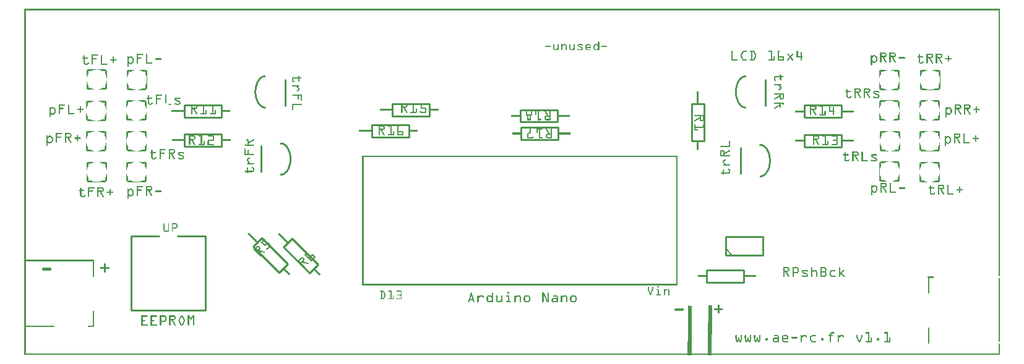
<source format=gto>
G04 MADE WITH FRITZING*
G04 WWW.FRITZING.ORG*
G04 DOUBLE SIDED*
G04 HOLES PLATED*
G04 CONTOUR ON CENTER OF CONTOUR VECTOR*
%ASAXBY*%
%FSLAX23Y23*%
%MOIN*%
%OFA0B0*%
%SFA1.0B1.0*%
%ADD10C,0.010000*%
%ADD11C,0.005000*%
%ADD12C,0.008000*%
%ADD13R,0.001000X0.001000*%
%LNSILK1*%
G90*
G70*
G54D10*
X1404Y1487D02*
X1404Y1347D01*
D02*
X1275Y989D02*
X1275Y1129D01*
D02*
X3858Y981D02*
X3858Y1121D01*
D02*
X3993Y1487D02*
X3993Y1347D01*
D02*
X2871Y1258D02*
X2671Y1258D01*
D02*
X2671Y1258D02*
X2671Y1324D01*
D02*
X2671Y1324D02*
X2871Y1324D01*
D02*
X2871Y1324D02*
X2871Y1258D01*
D02*
X2876Y1162D02*
X2676Y1162D01*
D02*
X2676Y1162D02*
X2676Y1228D01*
D02*
X2676Y1228D02*
X2876Y1228D01*
D02*
X2876Y1228D02*
X2876Y1162D01*
D02*
X1870Y1243D02*
X2070Y1243D01*
D02*
X2070Y1243D02*
X2070Y1177D01*
D02*
X2070Y1177D02*
X1870Y1177D01*
D02*
X1870Y1177D02*
X1870Y1243D01*
D02*
X1983Y1356D02*
X2183Y1356D01*
D02*
X2183Y1356D02*
X2183Y1290D01*
D02*
X2183Y1290D02*
X1983Y1290D01*
D02*
X1983Y1290D02*
X1983Y1356D01*
D02*
X575Y644D02*
X575Y244D01*
D02*
X575Y244D02*
X975Y244D01*
D02*
X975Y244D02*
X975Y644D01*
D02*
X575Y644D02*
X725Y644D01*
D02*
X825Y644D02*
X975Y644D01*
D02*
X3660Y1355D02*
X3660Y1155D01*
D02*
X3660Y1155D02*
X3594Y1155D01*
D02*
X3594Y1155D02*
X3594Y1355D01*
D02*
X3594Y1355D02*
X3660Y1355D01*
D02*
X1441Y630D02*
X1583Y488D01*
D02*
X1583Y488D02*
X1536Y442D01*
D02*
X1394Y583D02*
X1441Y630D01*
D02*
X3875Y392D02*
X3675Y392D01*
D02*
X3675Y392D02*
X3675Y458D01*
D02*
X3675Y458D02*
X3875Y458D01*
D02*
X3875Y458D02*
X3875Y392D01*
D02*
X1277Y633D02*
X1418Y492D01*
D02*
X1418Y492D02*
X1371Y445D01*
D02*
X1371Y445D02*
X1230Y587D01*
D02*
X1230Y587D02*
X1277Y633D01*
D02*
X4402Y1282D02*
X4202Y1282D01*
D02*
X4202Y1282D02*
X4202Y1348D01*
D02*
X4202Y1348D02*
X4402Y1348D01*
D02*
X4402Y1348D02*
X4402Y1282D01*
D02*
X4401Y1124D02*
X4201Y1124D01*
D02*
X4201Y1124D02*
X4201Y1190D01*
D02*
X4201Y1190D02*
X4401Y1190D01*
D02*
X4401Y1190D02*
X4401Y1124D01*
D02*
X860Y1350D02*
X1060Y1350D01*
D02*
X1060Y1350D02*
X1060Y1284D01*
D02*
X1060Y1284D02*
X860Y1284D01*
D02*
X860Y1284D02*
X860Y1350D01*
D02*
X863Y1192D02*
X1063Y1192D01*
D02*
X1063Y1192D02*
X1063Y1126D01*
D02*
X1063Y1126D02*
X863Y1126D01*
D02*
X863Y1126D02*
X863Y1192D01*
D02*
X3778Y540D02*
X3978Y540D01*
D02*
X3978Y540D02*
X3978Y640D01*
D02*
X3978Y640D02*
X3778Y640D01*
D02*
X3778Y640D02*
X3778Y540D01*
G54D11*
D02*
X3813Y540D02*
X3778Y575D01*
G54D12*
D02*
X4870Y420D02*
X4870Y337D01*
D02*
X4870Y66D02*
X4870Y148D01*
D02*
X371Y155D02*
X371Y238D01*
D02*
X371Y509D02*
X371Y427D01*
G54D13*
X0Y1868D02*
X5254Y1868D01*
X0Y1867D02*
X5254Y1867D01*
X0Y1866D02*
X5254Y1866D01*
X0Y1865D02*
X5254Y1865D01*
X0Y1864D02*
X5254Y1864D01*
X0Y1863D02*
X5254Y1863D01*
X0Y1862D02*
X5254Y1862D01*
X0Y1861D02*
X5254Y1861D01*
X0Y1860D02*
X7Y1860D01*
X5247Y1860D02*
X5254Y1860D01*
X0Y1859D02*
X7Y1859D01*
X5247Y1859D02*
X5254Y1859D01*
X0Y1858D02*
X7Y1858D01*
X5247Y1858D02*
X5254Y1858D01*
X0Y1857D02*
X7Y1857D01*
X5247Y1857D02*
X5254Y1857D01*
X0Y1856D02*
X7Y1856D01*
X5247Y1856D02*
X5254Y1856D01*
X0Y1855D02*
X7Y1855D01*
X5247Y1855D02*
X5254Y1855D01*
X0Y1854D02*
X7Y1854D01*
X5247Y1854D02*
X5254Y1854D01*
X0Y1853D02*
X7Y1853D01*
X5247Y1853D02*
X5254Y1853D01*
X0Y1852D02*
X7Y1852D01*
X5247Y1852D02*
X5254Y1852D01*
X0Y1851D02*
X7Y1851D01*
X5247Y1851D02*
X5254Y1851D01*
X0Y1850D02*
X7Y1850D01*
X5247Y1850D02*
X5254Y1850D01*
X0Y1849D02*
X7Y1849D01*
X5247Y1849D02*
X5254Y1849D01*
X0Y1848D02*
X7Y1848D01*
X5247Y1848D02*
X5254Y1848D01*
X0Y1847D02*
X7Y1847D01*
X5247Y1847D02*
X5254Y1847D01*
X0Y1846D02*
X7Y1846D01*
X5247Y1846D02*
X5254Y1846D01*
X0Y1845D02*
X7Y1845D01*
X5247Y1845D02*
X5254Y1845D01*
X0Y1844D02*
X7Y1844D01*
X5247Y1844D02*
X5254Y1844D01*
X0Y1843D02*
X7Y1843D01*
X5247Y1843D02*
X5254Y1843D01*
X0Y1842D02*
X7Y1842D01*
X5247Y1842D02*
X5254Y1842D01*
X0Y1841D02*
X7Y1841D01*
X5247Y1841D02*
X5254Y1841D01*
X0Y1840D02*
X7Y1840D01*
X5247Y1840D02*
X5254Y1840D01*
X0Y1839D02*
X7Y1839D01*
X5247Y1839D02*
X5254Y1839D01*
X0Y1838D02*
X7Y1838D01*
X5247Y1838D02*
X5254Y1838D01*
X0Y1837D02*
X7Y1837D01*
X5247Y1837D02*
X5254Y1837D01*
X0Y1836D02*
X7Y1836D01*
X5247Y1836D02*
X5254Y1836D01*
X0Y1835D02*
X7Y1835D01*
X5247Y1835D02*
X5254Y1835D01*
X0Y1834D02*
X7Y1834D01*
X5247Y1834D02*
X5254Y1834D01*
X0Y1833D02*
X7Y1833D01*
X5247Y1833D02*
X5254Y1833D01*
X0Y1832D02*
X7Y1832D01*
X5247Y1832D02*
X5254Y1832D01*
X0Y1831D02*
X7Y1831D01*
X5247Y1831D02*
X5254Y1831D01*
X0Y1830D02*
X7Y1830D01*
X5247Y1830D02*
X5254Y1830D01*
X0Y1829D02*
X7Y1829D01*
X5247Y1829D02*
X5254Y1829D01*
X0Y1828D02*
X7Y1828D01*
X5247Y1828D02*
X5254Y1828D01*
X0Y1827D02*
X7Y1827D01*
X5247Y1827D02*
X5254Y1827D01*
X0Y1826D02*
X7Y1826D01*
X5247Y1826D02*
X5254Y1826D01*
X0Y1825D02*
X7Y1825D01*
X5247Y1825D02*
X5254Y1825D01*
X0Y1824D02*
X7Y1824D01*
X5247Y1824D02*
X5254Y1824D01*
X0Y1823D02*
X7Y1823D01*
X5247Y1823D02*
X5254Y1823D01*
X0Y1822D02*
X7Y1822D01*
X5247Y1822D02*
X5254Y1822D01*
X0Y1821D02*
X7Y1821D01*
X5247Y1821D02*
X5254Y1821D01*
X0Y1820D02*
X7Y1820D01*
X5247Y1820D02*
X5254Y1820D01*
X0Y1819D02*
X7Y1819D01*
X5247Y1819D02*
X5254Y1819D01*
X0Y1818D02*
X7Y1818D01*
X5247Y1818D02*
X5254Y1818D01*
X0Y1817D02*
X7Y1817D01*
X5247Y1817D02*
X5254Y1817D01*
X0Y1816D02*
X7Y1816D01*
X5247Y1816D02*
X5254Y1816D01*
X0Y1815D02*
X7Y1815D01*
X5247Y1815D02*
X5254Y1815D01*
X0Y1814D02*
X7Y1814D01*
X5247Y1814D02*
X5254Y1814D01*
X0Y1813D02*
X7Y1813D01*
X5247Y1813D02*
X5254Y1813D01*
X0Y1812D02*
X7Y1812D01*
X5247Y1812D02*
X5254Y1812D01*
X0Y1811D02*
X7Y1811D01*
X5247Y1811D02*
X5254Y1811D01*
X0Y1810D02*
X7Y1810D01*
X5247Y1810D02*
X5254Y1810D01*
X0Y1809D02*
X7Y1809D01*
X5247Y1809D02*
X5254Y1809D01*
X0Y1808D02*
X7Y1808D01*
X5247Y1808D02*
X5254Y1808D01*
X0Y1807D02*
X7Y1807D01*
X5247Y1807D02*
X5254Y1807D01*
X0Y1806D02*
X7Y1806D01*
X5247Y1806D02*
X5254Y1806D01*
X0Y1805D02*
X7Y1805D01*
X5247Y1805D02*
X5254Y1805D01*
X0Y1804D02*
X7Y1804D01*
X5247Y1804D02*
X5254Y1804D01*
X0Y1803D02*
X7Y1803D01*
X5247Y1803D02*
X5254Y1803D01*
X0Y1802D02*
X7Y1802D01*
X5247Y1802D02*
X5254Y1802D01*
X0Y1801D02*
X7Y1801D01*
X5247Y1801D02*
X5254Y1801D01*
X0Y1800D02*
X7Y1800D01*
X5247Y1800D02*
X5254Y1800D01*
X0Y1799D02*
X7Y1799D01*
X5247Y1799D02*
X5254Y1799D01*
X0Y1798D02*
X7Y1798D01*
X5247Y1798D02*
X5254Y1798D01*
X0Y1797D02*
X7Y1797D01*
X5247Y1797D02*
X5254Y1797D01*
X0Y1796D02*
X7Y1796D01*
X5247Y1796D02*
X5254Y1796D01*
X0Y1795D02*
X7Y1795D01*
X5247Y1795D02*
X5254Y1795D01*
X0Y1794D02*
X7Y1794D01*
X5247Y1794D02*
X5254Y1794D01*
X0Y1793D02*
X7Y1793D01*
X5247Y1793D02*
X5254Y1793D01*
X0Y1792D02*
X7Y1792D01*
X5247Y1792D02*
X5254Y1792D01*
X0Y1791D02*
X7Y1791D01*
X5247Y1791D02*
X5254Y1791D01*
X0Y1790D02*
X7Y1790D01*
X5247Y1790D02*
X5254Y1790D01*
X0Y1789D02*
X7Y1789D01*
X5247Y1789D02*
X5254Y1789D01*
X0Y1788D02*
X7Y1788D01*
X5247Y1788D02*
X5254Y1788D01*
X0Y1787D02*
X7Y1787D01*
X5247Y1787D02*
X5254Y1787D01*
X0Y1786D02*
X7Y1786D01*
X5247Y1786D02*
X5254Y1786D01*
X0Y1785D02*
X7Y1785D01*
X5247Y1785D02*
X5254Y1785D01*
X0Y1784D02*
X7Y1784D01*
X5247Y1784D02*
X5254Y1784D01*
X0Y1783D02*
X7Y1783D01*
X5247Y1783D02*
X5254Y1783D01*
X0Y1782D02*
X7Y1782D01*
X5247Y1782D02*
X5254Y1782D01*
X0Y1781D02*
X7Y1781D01*
X5247Y1781D02*
X5254Y1781D01*
X0Y1780D02*
X7Y1780D01*
X5247Y1780D02*
X5254Y1780D01*
X0Y1779D02*
X7Y1779D01*
X5247Y1779D02*
X5254Y1779D01*
X0Y1778D02*
X7Y1778D01*
X5247Y1778D02*
X5254Y1778D01*
X0Y1777D02*
X7Y1777D01*
X5247Y1777D02*
X5254Y1777D01*
X0Y1776D02*
X7Y1776D01*
X5247Y1776D02*
X5254Y1776D01*
X0Y1775D02*
X7Y1775D01*
X5247Y1775D02*
X5254Y1775D01*
X0Y1774D02*
X7Y1774D01*
X5247Y1774D02*
X5254Y1774D01*
X0Y1773D02*
X7Y1773D01*
X5247Y1773D02*
X5254Y1773D01*
X0Y1772D02*
X7Y1772D01*
X5247Y1772D02*
X5254Y1772D01*
X0Y1771D02*
X7Y1771D01*
X5247Y1771D02*
X5254Y1771D01*
X0Y1770D02*
X7Y1770D01*
X5247Y1770D02*
X5254Y1770D01*
X0Y1769D02*
X7Y1769D01*
X5247Y1769D02*
X5254Y1769D01*
X0Y1768D02*
X7Y1768D01*
X5247Y1768D02*
X5254Y1768D01*
X0Y1767D02*
X7Y1767D01*
X5247Y1767D02*
X5254Y1767D01*
X0Y1766D02*
X7Y1766D01*
X5247Y1766D02*
X5254Y1766D01*
X0Y1765D02*
X7Y1765D01*
X5247Y1765D02*
X5254Y1765D01*
X0Y1764D02*
X7Y1764D01*
X5247Y1764D02*
X5254Y1764D01*
X0Y1763D02*
X7Y1763D01*
X5247Y1763D02*
X5254Y1763D01*
X0Y1762D02*
X7Y1762D01*
X5247Y1762D02*
X5254Y1762D01*
X0Y1761D02*
X7Y1761D01*
X5247Y1761D02*
X5254Y1761D01*
X0Y1760D02*
X7Y1760D01*
X5247Y1760D02*
X5254Y1760D01*
X0Y1759D02*
X7Y1759D01*
X5247Y1759D02*
X5254Y1759D01*
X0Y1758D02*
X7Y1758D01*
X5247Y1758D02*
X5254Y1758D01*
X0Y1757D02*
X7Y1757D01*
X5247Y1757D02*
X5254Y1757D01*
X0Y1756D02*
X7Y1756D01*
X5247Y1756D02*
X5254Y1756D01*
X0Y1755D02*
X7Y1755D01*
X5247Y1755D02*
X5254Y1755D01*
X0Y1754D02*
X7Y1754D01*
X5247Y1754D02*
X5254Y1754D01*
X0Y1753D02*
X7Y1753D01*
X5247Y1753D02*
X5254Y1753D01*
X0Y1752D02*
X7Y1752D01*
X5247Y1752D02*
X5254Y1752D01*
X0Y1751D02*
X7Y1751D01*
X5247Y1751D02*
X5254Y1751D01*
X0Y1750D02*
X7Y1750D01*
X5247Y1750D02*
X5254Y1750D01*
X0Y1749D02*
X7Y1749D01*
X5247Y1749D02*
X5254Y1749D01*
X0Y1748D02*
X7Y1748D01*
X5247Y1748D02*
X5254Y1748D01*
X0Y1747D02*
X7Y1747D01*
X5247Y1747D02*
X5254Y1747D01*
X0Y1746D02*
X7Y1746D01*
X5247Y1746D02*
X5254Y1746D01*
X0Y1745D02*
X7Y1745D01*
X5247Y1745D02*
X5254Y1745D01*
X0Y1744D02*
X7Y1744D01*
X5247Y1744D02*
X5254Y1744D01*
X0Y1743D02*
X7Y1743D01*
X5247Y1743D02*
X5254Y1743D01*
X0Y1742D02*
X7Y1742D01*
X5247Y1742D02*
X5254Y1742D01*
X0Y1741D02*
X7Y1741D01*
X5247Y1741D02*
X5254Y1741D01*
X0Y1740D02*
X7Y1740D01*
X5247Y1740D02*
X5254Y1740D01*
X0Y1739D02*
X7Y1739D01*
X5247Y1739D02*
X5254Y1739D01*
X0Y1738D02*
X7Y1738D01*
X5247Y1738D02*
X5254Y1738D01*
X0Y1737D02*
X7Y1737D01*
X5247Y1737D02*
X5254Y1737D01*
X0Y1736D02*
X7Y1736D01*
X5247Y1736D02*
X5254Y1736D01*
X0Y1735D02*
X7Y1735D01*
X5247Y1735D02*
X5254Y1735D01*
X0Y1734D02*
X7Y1734D01*
X5247Y1734D02*
X5254Y1734D01*
X0Y1733D02*
X7Y1733D01*
X5247Y1733D02*
X5254Y1733D01*
X0Y1732D02*
X7Y1732D01*
X5247Y1732D02*
X5254Y1732D01*
X0Y1731D02*
X7Y1731D01*
X5247Y1731D02*
X5254Y1731D01*
X0Y1730D02*
X7Y1730D01*
X5247Y1730D02*
X5254Y1730D01*
X0Y1729D02*
X7Y1729D01*
X5247Y1729D02*
X5254Y1729D01*
X0Y1728D02*
X7Y1728D01*
X5247Y1728D02*
X5254Y1728D01*
X0Y1727D02*
X7Y1727D01*
X5247Y1727D02*
X5254Y1727D01*
X0Y1726D02*
X7Y1726D01*
X5247Y1726D02*
X5254Y1726D01*
X0Y1725D02*
X7Y1725D01*
X5247Y1725D02*
X5254Y1725D01*
X0Y1724D02*
X7Y1724D01*
X5247Y1724D02*
X5254Y1724D01*
X0Y1723D02*
X7Y1723D01*
X5247Y1723D02*
X5254Y1723D01*
X0Y1722D02*
X7Y1722D01*
X5247Y1722D02*
X5254Y1722D01*
X0Y1721D02*
X7Y1721D01*
X5247Y1721D02*
X5254Y1721D01*
X0Y1720D02*
X7Y1720D01*
X5247Y1720D02*
X5254Y1720D01*
X0Y1719D02*
X7Y1719D01*
X5247Y1719D02*
X5254Y1719D01*
X0Y1718D02*
X7Y1718D01*
X5247Y1718D02*
X5254Y1718D01*
X0Y1717D02*
X7Y1717D01*
X5247Y1717D02*
X5254Y1717D01*
X0Y1716D02*
X7Y1716D01*
X5247Y1716D02*
X5254Y1716D01*
X0Y1715D02*
X7Y1715D01*
X5247Y1715D02*
X5254Y1715D01*
X0Y1714D02*
X7Y1714D01*
X5247Y1714D02*
X5254Y1714D01*
X0Y1713D02*
X7Y1713D01*
X5247Y1713D02*
X5254Y1713D01*
X0Y1712D02*
X7Y1712D01*
X5247Y1712D02*
X5254Y1712D01*
X0Y1711D02*
X7Y1711D01*
X5247Y1711D02*
X5254Y1711D01*
X0Y1710D02*
X7Y1710D01*
X5247Y1710D02*
X5254Y1710D01*
X0Y1709D02*
X7Y1709D01*
X5247Y1709D02*
X5254Y1709D01*
X0Y1708D02*
X7Y1708D01*
X5247Y1708D02*
X5254Y1708D01*
X0Y1707D02*
X7Y1707D01*
X5247Y1707D02*
X5254Y1707D01*
X0Y1706D02*
X7Y1706D01*
X5247Y1706D02*
X5254Y1706D01*
X0Y1705D02*
X7Y1705D01*
X5247Y1705D02*
X5254Y1705D01*
X0Y1704D02*
X7Y1704D01*
X5247Y1704D02*
X5254Y1704D01*
X0Y1703D02*
X7Y1703D01*
X5247Y1703D02*
X5254Y1703D01*
X0Y1702D02*
X7Y1702D01*
X5247Y1702D02*
X5254Y1702D01*
X0Y1701D02*
X7Y1701D01*
X5247Y1701D02*
X5254Y1701D01*
X0Y1700D02*
X7Y1700D01*
X5247Y1700D02*
X5254Y1700D01*
X0Y1699D02*
X7Y1699D01*
X5247Y1699D02*
X5254Y1699D01*
X0Y1698D02*
X7Y1698D01*
X5247Y1698D02*
X5254Y1698D01*
X0Y1697D02*
X7Y1697D01*
X5247Y1697D02*
X5254Y1697D01*
X0Y1696D02*
X7Y1696D01*
X5247Y1696D02*
X5254Y1696D01*
X0Y1695D02*
X7Y1695D01*
X5247Y1695D02*
X5254Y1695D01*
X0Y1694D02*
X7Y1694D01*
X5247Y1694D02*
X5254Y1694D01*
X0Y1693D02*
X7Y1693D01*
X5247Y1693D02*
X5254Y1693D01*
X0Y1692D02*
X7Y1692D01*
X5247Y1692D02*
X5254Y1692D01*
X0Y1691D02*
X7Y1691D01*
X3092Y1691D02*
X3094Y1691D01*
X5247Y1691D02*
X5254Y1691D01*
X0Y1690D02*
X7Y1690D01*
X3091Y1690D02*
X3095Y1690D01*
X5247Y1690D02*
X5254Y1690D01*
X0Y1689D02*
X7Y1689D01*
X3091Y1689D02*
X3095Y1689D01*
X5247Y1689D02*
X5254Y1689D01*
X0Y1688D02*
X7Y1688D01*
X3090Y1688D02*
X3096Y1688D01*
X5247Y1688D02*
X5254Y1688D01*
X0Y1687D02*
X7Y1687D01*
X3090Y1687D02*
X3096Y1687D01*
X5247Y1687D02*
X5254Y1687D01*
X0Y1686D02*
X7Y1686D01*
X3090Y1686D02*
X3096Y1686D01*
X5247Y1686D02*
X5254Y1686D01*
X0Y1685D02*
X7Y1685D01*
X3090Y1685D02*
X3096Y1685D01*
X5247Y1685D02*
X5254Y1685D01*
X0Y1684D02*
X7Y1684D01*
X3090Y1684D02*
X3096Y1684D01*
X5247Y1684D02*
X5254Y1684D01*
X0Y1683D02*
X7Y1683D01*
X3090Y1683D02*
X3096Y1683D01*
X5247Y1683D02*
X5254Y1683D01*
X0Y1682D02*
X7Y1682D01*
X3090Y1682D02*
X3096Y1682D01*
X5247Y1682D02*
X5254Y1682D01*
X0Y1681D02*
X7Y1681D01*
X3090Y1681D02*
X3096Y1681D01*
X5247Y1681D02*
X5254Y1681D01*
X0Y1680D02*
X7Y1680D01*
X3090Y1680D02*
X3096Y1680D01*
X5247Y1680D02*
X5254Y1680D01*
X0Y1679D02*
X7Y1679D01*
X3090Y1679D02*
X3096Y1679D01*
X5247Y1679D02*
X5254Y1679D01*
X0Y1678D02*
X7Y1678D01*
X2850Y1678D02*
X2852Y1678D01*
X2874Y1678D02*
X2876Y1678D01*
X2893Y1678D02*
X2896Y1678D01*
X2906Y1678D02*
X2915Y1678D01*
X2937Y1678D02*
X2939Y1678D01*
X2961Y1678D02*
X2963Y1678D01*
X2985Y1678D02*
X3003Y1678D01*
X3031Y1678D02*
X3044Y1678D01*
X3074Y1678D02*
X3084Y1678D01*
X3090Y1678D02*
X3096Y1678D01*
X5247Y1678D02*
X5254Y1678D01*
X0Y1677D02*
X7Y1677D01*
X2849Y1677D02*
X2853Y1677D01*
X2873Y1677D02*
X2877Y1677D01*
X2892Y1677D02*
X2897Y1677D01*
X2904Y1677D02*
X2916Y1677D01*
X2936Y1677D02*
X2940Y1677D01*
X2960Y1677D02*
X2964Y1677D01*
X2983Y1677D02*
X3005Y1677D01*
X3029Y1677D02*
X3046Y1677D01*
X3073Y1677D02*
X3086Y1677D01*
X3090Y1677D02*
X3096Y1677D01*
X5247Y1677D02*
X5254Y1677D01*
X0Y1676D02*
X7Y1676D01*
X2848Y1676D02*
X2853Y1676D01*
X2872Y1676D02*
X2877Y1676D01*
X2892Y1676D02*
X2897Y1676D01*
X2902Y1676D02*
X2918Y1676D01*
X2936Y1676D02*
X2941Y1676D01*
X2960Y1676D02*
X2965Y1676D01*
X2982Y1676D02*
X3006Y1676D01*
X3028Y1676D02*
X3047Y1676D01*
X3071Y1676D02*
X3088Y1676D01*
X3090Y1676D02*
X3096Y1676D01*
X5247Y1676D02*
X5254Y1676D01*
X0Y1675D02*
X7Y1675D01*
X2848Y1675D02*
X2853Y1675D01*
X2872Y1675D02*
X2878Y1675D01*
X2892Y1675D02*
X2897Y1675D01*
X2900Y1675D02*
X2918Y1675D01*
X2936Y1675D02*
X2941Y1675D01*
X2960Y1675D02*
X2965Y1675D01*
X2981Y1675D02*
X3007Y1675D01*
X3026Y1675D02*
X3048Y1675D01*
X3070Y1675D02*
X3096Y1675D01*
X5247Y1675D02*
X5254Y1675D01*
X0Y1674D02*
X7Y1674D01*
X2848Y1674D02*
X2853Y1674D01*
X2872Y1674D02*
X2878Y1674D01*
X2892Y1674D02*
X2897Y1674D01*
X2899Y1674D02*
X2919Y1674D01*
X2936Y1674D02*
X2941Y1674D01*
X2960Y1674D02*
X2965Y1674D01*
X2981Y1674D02*
X3007Y1674D01*
X3025Y1674D02*
X3049Y1674D01*
X3069Y1674D02*
X3096Y1674D01*
X5247Y1674D02*
X5254Y1674D01*
X0Y1673D02*
X7Y1673D01*
X2848Y1673D02*
X2854Y1673D01*
X2872Y1673D02*
X2878Y1673D01*
X2892Y1673D02*
X2920Y1673D01*
X2936Y1673D02*
X2941Y1673D01*
X2960Y1673D02*
X2965Y1673D01*
X2980Y1673D02*
X3008Y1673D01*
X3025Y1673D02*
X3050Y1673D01*
X3068Y1673D02*
X3096Y1673D01*
X5247Y1673D02*
X5254Y1673D01*
X0Y1672D02*
X7Y1672D01*
X2848Y1672D02*
X2854Y1672D01*
X2872Y1672D02*
X2878Y1672D01*
X2892Y1672D02*
X2906Y1672D01*
X2914Y1672D02*
X2920Y1672D01*
X2936Y1672D02*
X2941Y1672D01*
X2960Y1672D02*
X2965Y1672D01*
X2980Y1672D02*
X2986Y1672D01*
X3002Y1672D02*
X3007Y1672D01*
X3024Y1672D02*
X3031Y1672D01*
X3043Y1672D02*
X3051Y1672D01*
X3067Y1672D02*
X3075Y1672D01*
X3084Y1672D02*
X3096Y1672D01*
X5247Y1672D02*
X5254Y1672D01*
X0Y1671D02*
X7Y1671D01*
X2848Y1671D02*
X2854Y1671D01*
X2872Y1671D02*
X2878Y1671D01*
X2892Y1671D02*
X2905Y1671D01*
X2915Y1671D02*
X2920Y1671D01*
X2936Y1671D02*
X2941Y1671D01*
X2960Y1671D02*
X2965Y1671D01*
X2980Y1671D02*
X2985Y1671D01*
X3003Y1671D02*
X3007Y1671D01*
X3023Y1671D02*
X3030Y1671D01*
X3045Y1671D02*
X3051Y1671D01*
X3067Y1671D02*
X3074Y1671D01*
X3085Y1671D02*
X3096Y1671D01*
X5247Y1671D02*
X5254Y1671D01*
X0Y1670D02*
X7Y1670D01*
X2806Y1670D02*
X2833Y1670D01*
X2849Y1670D02*
X2854Y1670D01*
X2872Y1670D02*
X2878Y1670D01*
X2892Y1670D02*
X2903Y1670D01*
X2915Y1670D02*
X2920Y1670D01*
X2936Y1670D02*
X2941Y1670D01*
X2960Y1670D02*
X2965Y1670D01*
X2980Y1670D02*
X2985Y1670D01*
X3005Y1670D02*
X3005Y1670D01*
X3023Y1670D02*
X3029Y1670D01*
X3046Y1670D02*
X3052Y1670D01*
X3067Y1670D02*
X3073Y1670D01*
X3086Y1670D02*
X3096Y1670D01*
X3111Y1670D02*
X3138Y1670D01*
X5247Y1670D02*
X5254Y1670D01*
X0Y1669D02*
X7Y1669D01*
X2805Y1669D02*
X2834Y1669D01*
X2849Y1669D02*
X2854Y1669D01*
X2872Y1669D02*
X2878Y1669D01*
X2892Y1669D02*
X2901Y1669D01*
X2915Y1669D02*
X2920Y1669D01*
X2936Y1669D02*
X2941Y1669D01*
X2960Y1669D02*
X2965Y1669D01*
X2980Y1669D02*
X2987Y1669D01*
X3023Y1669D02*
X3028Y1669D01*
X3046Y1669D02*
X3052Y1669D01*
X3067Y1669D02*
X3072Y1669D01*
X3087Y1669D02*
X3096Y1669D01*
X3110Y1669D02*
X3139Y1669D01*
X5247Y1669D02*
X5254Y1669D01*
X0Y1668D02*
X7Y1668D01*
X2805Y1668D02*
X2834Y1668D01*
X2849Y1668D02*
X2854Y1668D01*
X2872Y1668D02*
X2878Y1668D01*
X2892Y1668D02*
X2900Y1668D01*
X2915Y1668D02*
X2920Y1668D01*
X2936Y1668D02*
X2941Y1668D01*
X2960Y1668D02*
X2965Y1668D01*
X2981Y1668D02*
X2989Y1668D01*
X3023Y1668D02*
X3028Y1668D01*
X3047Y1668D02*
X3052Y1668D01*
X3066Y1668D02*
X3072Y1668D01*
X3089Y1668D02*
X3096Y1668D01*
X3110Y1668D02*
X3139Y1668D01*
X5247Y1668D02*
X5254Y1668D01*
X0Y1667D02*
X7Y1667D01*
X2805Y1667D02*
X2834Y1667D01*
X2849Y1667D02*
X2854Y1667D01*
X2872Y1667D02*
X2878Y1667D01*
X2892Y1667D02*
X2898Y1667D01*
X2915Y1667D02*
X2920Y1667D01*
X2936Y1667D02*
X2941Y1667D01*
X2960Y1667D02*
X2965Y1667D01*
X2981Y1667D02*
X2991Y1667D01*
X3023Y1667D02*
X3028Y1667D01*
X3047Y1667D02*
X3052Y1667D01*
X3066Y1667D02*
X3071Y1667D01*
X3090Y1667D02*
X3096Y1667D01*
X3110Y1667D02*
X3139Y1667D01*
X5247Y1667D02*
X5254Y1667D01*
X0Y1666D02*
X7Y1666D01*
X2805Y1666D02*
X2834Y1666D01*
X2849Y1666D02*
X2854Y1666D01*
X2872Y1666D02*
X2878Y1666D01*
X2892Y1666D02*
X2897Y1666D01*
X2915Y1666D02*
X2920Y1666D01*
X2936Y1666D02*
X2941Y1666D01*
X2960Y1666D02*
X2965Y1666D01*
X2982Y1666D02*
X2994Y1666D01*
X3023Y1666D02*
X3028Y1666D01*
X3047Y1666D02*
X3052Y1666D01*
X3066Y1666D02*
X3071Y1666D01*
X3090Y1666D02*
X3096Y1666D01*
X3110Y1666D02*
X3139Y1666D01*
X5247Y1666D02*
X5254Y1666D01*
X0Y1665D02*
X7Y1665D01*
X2805Y1665D02*
X2834Y1665D01*
X2849Y1665D02*
X2854Y1665D01*
X2872Y1665D02*
X2878Y1665D01*
X2892Y1665D02*
X2897Y1665D01*
X2915Y1665D02*
X2920Y1665D01*
X2936Y1665D02*
X2941Y1665D01*
X2960Y1665D02*
X2965Y1665D01*
X2983Y1665D02*
X2996Y1665D01*
X3023Y1665D02*
X3028Y1665D01*
X3047Y1665D02*
X3052Y1665D01*
X3066Y1665D02*
X3071Y1665D01*
X3090Y1665D02*
X3096Y1665D01*
X3110Y1665D02*
X3139Y1665D01*
X5247Y1665D02*
X5254Y1665D01*
X0Y1664D02*
X7Y1664D01*
X2805Y1664D02*
X2834Y1664D01*
X2849Y1664D02*
X2854Y1664D01*
X2872Y1664D02*
X2878Y1664D01*
X2892Y1664D02*
X2897Y1664D01*
X2915Y1664D02*
X2921Y1664D01*
X2936Y1664D02*
X2941Y1664D01*
X2960Y1664D02*
X2965Y1664D01*
X2984Y1664D02*
X2998Y1664D01*
X3023Y1664D02*
X3028Y1664D01*
X3047Y1664D02*
X3052Y1664D01*
X3066Y1664D02*
X3071Y1664D01*
X3090Y1664D02*
X3096Y1664D01*
X3110Y1664D02*
X3139Y1664D01*
X5247Y1664D02*
X5254Y1664D01*
X0Y1663D02*
X7Y1663D01*
X2806Y1663D02*
X2833Y1663D01*
X2849Y1663D02*
X2854Y1663D01*
X2872Y1663D02*
X2878Y1663D01*
X2892Y1663D02*
X2897Y1663D01*
X2915Y1663D02*
X2921Y1663D01*
X2936Y1663D02*
X2941Y1663D01*
X2960Y1663D02*
X2965Y1663D01*
X2986Y1663D02*
X3001Y1663D01*
X3023Y1663D02*
X3052Y1663D01*
X3066Y1663D02*
X3071Y1663D01*
X3090Y1663D02*
X3096Y1663D01*
X3111Y1663D02*
X3138Y1663D01*
X5247Y1663D02*
X5254Y1663D01*
X0Y1662D02*
X7Y1662D01*
X2849Y1662D02*
X2854Y1662D01*
X2872Y1662D02*
X2878Y1662D01*
X2892Y1662D02*
X2897Y1662D01*
X2915Y1662D02*
X2921Y1662D01*
X2936Y1662D02*
X2941Y1662D01*
X2960Y1662D02*
X2965Y1662D01*
X2988Y1662D02*
X3003Y1662D01*
X3023Y1662D02*
X3052Y1662D01*
X3066Y1662D02*
X3071Y1662D01*
X3090Y1662D02*
X3096Y1662D01*
X5247Y1662D02*
X5254Y1662D01*
X0Y1661D02*
X7Y1661D01*
X2849Y1661D02*
X2854Y1661D01*
X2872Y1661D02*
X2878Y1661D01*
X2892Y1661D02*
X2897Y1661D01*
X2916Y1661D02*
X2921Y1661D01*
X2936Y1661D02*
X2941Y1661D01*
X2960Y1661D02*
X2965Y1661D01*
X2991Y1661D02*
X3004Y1661D01*
X3023Y1661D02*
X3052Y1661D01*
X3066Y1661D02*
X3071Y1661D01*
X3090Y1661D02*
X3096Y1661D01*
X5247Y1661D02*
X5254Y1661D01*
X0Y1660D02*
X7Y1660D01*
X2849Y1660D02*
X2854Y1660D01*
X2872Y1660D02*
X2878Y1660D01*
X2892Y1660D02*
X2897Y1660D01*
X2916Y1660D02*
X2921Y1660D01*
X2936Y1660D02*
X2941Y1660D01*
X2960Y1660D02*
X2965Y1660D01*
X2993Y1660D02*
X3005Y1660D01*
X3023Y1660D02*
X3052Y1660D01*
X3066Y1660D02*
X3071Y1660D01*
X3090Y1660D02*
X3096Y1660D01*
X5247Y1660D02*
X5254Y1660D01*
X0Y1659D02*
X7Y1659D01*
X2849Y1659D02*
X2854Y1659D01*
X2872Y1659D02*
X2878Y1659D01*
X2892Y1659D02*
X2897Y1659D01*
X2916Y1659D02*
X2921Y1659D01*
X2936Y1659D02*
X2941Y1659D01*
X2960Y1659D02*
X2965Y1659D01*
X2995Y1659D02*
X3006Y1659D01*
X3023Y1659D02*
X3052Y1659D01*
X3066Y1659D02*
X3071Y1659D01*
X3090Y1659D02*
X3096Y1659D01*
X5247Y1659D02*
X5254Y1659D01*
X0Y1658D02*
X7Y1658D01*
X2849Y1658D02*
X2854Y1658D01*
X2872Y1658D02*
X2878Y1658D01*
X2892Y1658D02*
X2897Y1658D01*
X2916Y1658D02*
X2921Y1658D01*
X2936Y1658D02*
X2941Y1658D01*
X2960Y1658D02*
X2965Y1658D01*
X2998Y1658D02*
X3007Y1658D01*
X3023Y1658D02*
X3051Y1658D01*
X3066Y1658D02*
X3071Y1658D01*
X3090Y1658D02*
X3096Y1658D01*
X5247Y1658D02*
X5254Y1658D01*
X0Y1657D02*
X7Y1657D01*
X2849Y1657D02*
X2854Y1657D01*
X2872Y1657D02*
X2878Y1657D01*
X2892Y1657D02*
X2897Y1657D01*
X2916Y1657D02*
X2921Y1657D01*
X2936Y1657D02*
X2941Y1657D01*
X2960Y1657D02*
X2965Y1657D01*
X3000Y1657D02*
X3007Y1657D01*
X3023Y1657D02*
X3028Y1657D01*
X3066Y1657D02*
X3071Y1657D01*
X3090Y1657D02*
X3096Y1657D01*
X5247Y1657D02*
X5254Y1657D01*
X0Y1656D02*
X7Y1656D01*
X2849Y1656D02*
X2854Y1656D01*
X2871Y1656D02*
X2878Y1656D01*
X2892Y1656D02*
X2897Y1656D01*
X2916Y1656D02*
X2921Y1656D01*
X2936Y1656D02*
X2941Y1656D01*
X2959Y1656D02*
X2965Y1656D01*
X3002Y1656D02*
X3008Y1656D01*
X3023Y1656D02*
X3028Y1656D01*
X3066Y1656D02*
X3071Y1656D01*
X3090Y1656D02*
X3096Y1656D01*
X5247Y1656D02*
X5254Y1656D01*
X0Y1655D02*
X7Y1655D01*
X2849Y1655D02*
X2854Y1655D01*
X2870Y1655D02*
X2878Y1655D01*
X2892Y1655D02*
X2897Y1655D01*
X2916Y1655D02*
X2921Y1655D01*
X2936Y1655D02*
X2941Y1655D01*
X2957Y1655D02*
X2965Y1655D01*
X3003Y1655D02*
X3008Y1655D01*
X3023Y1655D02*
X3028Y1655D01*
X3066Y1655D02*
X3072Y1655D01*
X3089Y1655D02*
X3096Y1655D01*
X5247Y1655D02*
X5254Y1655D01*
X0Y1654D02*
X7Y1654D01*
X2849Y1654D02*
X2854Y1654D01*
X2868Y1654D02*
X2878Y1654D01*
X2892Y1654D02*
X2897Y1654D01*
X2916Y1654D02*
X2921Y1654D01*
X2936Y1654D02*
X2941Y1654D01*
X2955Y1654D02*
X2965Y1654D01*
X3003Y1654D02*
X3008Y1654D01*
X3023Y1654D02*
X3028Y1654D01*
X3066Y1654D02*
X3072Y1654D01*
X3087Y1654D02*
X3096Y1654D01*
X5247Y1654D02*
X5254Y1654D01*
X0Y1653D02*
X7Y1653D01*
X2849Y1653D02*
X2854Y1653D01*
X2867Y1653D02*
X2878Y1653D01*
X2892Y1653D02*
X2897Y1653D01*
X2916Y1653D02*
X2921Y1653D01*
X2936Y1653D02*
X2941Y1653D01*
X2954Y1653D02*
X2965Y1653D01*
X3003Y1653D02*
X3008Y1653D01*
X3023Y1653D02*
X3029Y1653D01*
X3067Y1653D02*
X3072Y1653D01*
X3086Y1653D02*
X3096Y1653D01*
X5247Y1653D02*
X5254Y1653D01*
X0Y1652D02*
X7Y1652D01*
X2849Y1652D02*
X2855Y1652D01*
X2865Y1652D02*
X2878Y1652D01*
X2892Y1652D02*
X2897Y1652D01*
X2916Y1652D02*
X2921Y1652D01*
X2936Y1652D02*
X2942Y1652D01*
X2952Y1652D02*
X2965Y1652D01*
X2980Y1652D02*
X2983Y1652D01*
X3003Y1652D02*
X3008Y1652D01*
X3023Y1652D02*
X3030Y1652D01*
X3067Y1652D02*
X3074Y1652D01*
X3085Y1652D02*
X3096Y1652D01*
X5247Y1652D02*
X5254Y1652D01*
X0Y1651D02*
X7Y1651D01*
X2849Y1651D02*
X2855Y1651D01*
X2863Y1651D02*
X2878Y1651D01*
X2892Y1651D02*
X2897Y1651D01*
X2916Y1651D02*
X2921Y1651D01*
X2937Y1651D02*
X2943Y1651D01*
X2951Y1651D02*
X2965Y1651D01*
X2979Y1651D02*
X2985Y1651D01*
X3002Y1651D02*
X3008Y1651D01*
X3024Y1651D02*
X3031Y1651D01*
X3067Y1651D02*
X3075Y1651D01*
X3084Y1651D02*
X3096Y1651D01*
X5247Y1651D02*
X5254Y1651D01*
X0Y1650D02*
X7Y1650D01*
X2850Y1650D02*
X2878Y1650D01*
X2892Y1650D02*
X2897Y1650D01*
X2916Y1650D02*
X2921Y1650D01*
X2937Y1650D02*
X2965Y1650D01*
X2979Y1650D02*
X3008Y1650D01*
X3024Y1650D02*
X3050Y1650D01*
X3068Y1650D02*
X3096Y1650D01*
X5247Y1650D02*
X5254Y1650D01*
X0Y1649D02*
X7Y1649D01*
X2850Y1649D02*
X2878Y1649D01*
X2892Y1649D02*
X2897Y1649D01*
X2916Y1649D02*
X2921Y1649D01*
X2937Y1649D02*
X2965Y1649D01*
X2979Y1649D02*
X3007Y1649D01*
X3025Y1649D02*
X3051Y1649D01*
X3069Y1649D02*
X3096Y1649D01*
X5247Y1649D02*
X5254Y1649D01*
X0Y1648D02*
X7Y1648D01*
X2851Y1648D02*
X2869Y1648D01*
X2872Y1648D02*
X2878Y1648D01*
X2892Y1648D02*
X2897Y1648D01*
X2916Y1648D02*
X2921Y1648D01*
X2938Y1648D02*
X2956Y1648D01*
X2960Y1648D02*
X2965Y1648D01*
X2980Y1648D02*
X3006Y1648D01*
X3026Y1648D02*
X3052Y1648D01*
X3070Y1648D02*
X3096Y1648D01*
X5247Y1648D02*
X5254Y1648D01*
X0Y1647D02*
X7Y1647D01*
X2852Y1647D02*
X2868Y1647D01*
X2872Y1647D02*
X2877Y1647D01*
X2892Y1647D02*
X2897Y1647D01*
X2916Y1647D02*
X2921Y1647D01*
X2939Y1647D02*
X2955Y1647D01*
X2960Y1647D02*
X2965Y1647D01*
X2981Y1647D02*
X3006Y1647D01*
X3027Y1647D02*
X3052Y1647D01*
X3071Y1647D02*
X3088Y1647D01*
X3090Y1647D02*
X3095Y1647D01*
X5247Y1647D02*
X5254Y1647D01*
X0Y1646D02*
X7Y1646D01*
X2853Y1646D02*
X2866Y1646D01*
X2873Y1646D02*
X2877Y1646D01*
X2892Y1646D02*
X2897Y1646D01*
X2916Y1646D02*
X2921Y1646D01*
X2940Y1646D02*
X2953Y1646D01*
X2960Y1646D02*
X2964Y1646D01*
X2982Y1646D02*
X3004Y1646D01*
X3029Y1646D02*
X3052Y1646D01*
X3072Y1646D02*
X3087Y1646D01*
X3091Y1646D02*
X3095Y1646D01*
X5247Y1646D02*
X5254Y1646D01*
X0Y1645D02*
X7Y1645D01*
X2855Y1645D02*
X2864Y1645D01*
X2874Y1645D02*
X2876Y1645D01*
X2893Y1645D02*
X2896Y1645D01*
X2917Y1645D02*
X2920Y1645D01*
X2942Y1645D02*
X2951Y1645D01*
X2961Y1645D02*
X2964Y1645D01*
X2984Y1645D02*
X3003Y1645D01*
X3030Y1645D02*
X3051Y1645D01*
X3074Y1645D02*
X3085Y1645D01*
X3092Y1645D02*
X3094Y1645D01*
X5247Y1645D02*
X5254Y1645D01*
X0Y1644D02*
X7Y1644D01*
X5247Y1644D02*
X5254Y1644D01*
X0Y1643D02*
X7Y1643D01*
X5247Y1643D02*
X5254Y1643D01*
X0Y1642D02*
X7Y1642D01*
X3810Y1642D02*
X3813Y1642D01*
X3873Y1642D02*
X3891Y1642D01*
X3910Y1642D02*
X3927Y1642D01*
X4010Y1642D02*
X4028Y1642D01*
X4060Y1642D02*
X4066Y1642D01*
X4162Y1642D02*
X4165Y1642D01*
X5247Y1642D02*
X5254Y1642D01*
X0Y1641D02*
X7Y1641D01*
X3809Y1641D02*
X3814Y1641D01*
X3871Y1641D02*
X3892Y1641D01*
X3909Y1641D02*
X3930Y1641D01*
X4009Y1641D02*
X4028Y1641D01*
X4059Y1641D02*
X4067Y1641D01*
X4161Y1641D02*
X4166Y1641D01*
X5247Y1641D02*
X5254Y1641D01*
X0Y1640D02*
X7Y1640D01*
X3809Y1640D02*
X3814Y1640D01*
X3870Y1640D02*
X3892Y1640D01*
X3909Y1640D02*
X3931Y1640D01*
X4009Y1640D02*
X4028Y1640D01*
X4059Y1640D02*
X4068Y1640D01*
X4160Y1640D02*
X4166Y1640D01*
X5247Y1640D02*
X5254Y1640D01*
X0Y1639D02*
X7Y1639D01*
X3809Y1639D02*
X3815Y1639D01*
X3869Y1639D02*
X3892Y1639D01*
X3909Y1639D02*
X3932Y1639D01*
X4009Y1639D02*
X4028Y1639D01*
X4059Y1639D02*
X4068Y1639D01*
X4160Y1639D02*
X4166Y1639D01*
X5247Y1639D02*
X5254Y1639D01*
X0Y1638D02*
X7Y1638D01*
X3809Y1638D02*
X3815Y1638D01*
X3868Y1638D02*
X3892Y1638D01*
X3909Y1638D02*
X3933Y1638D01*
X4009Y1638D02*
X4028Y1638D01*
X4059Y1638D02*
X4068Y1638D01*
X4160Y1638D02*
X4166Y1638D01*
X5247Y1638D02*
X5254Y1638D01*
X0Y1637D02*
X7Y1637D01*
X3809Y1637D02*
X3815Y1637D01*
X3867Y1637D02*
X3891Y1637D01*
X3909Y1637D02*
X3933Y1637D01*
X4009Y1637D02*
X4028Y1637D01*
X4059Y1637D02*
X4067Y1637D01*
X4160Y1637D02*
X4166Y1637D01*
X5247Y1637D02*
X5254Y1637D01*
X0Y1636D02*
X7Y1636D01*
X3809Y1636D02*
X3815Y1636D01*
X3867Y1636D02*
X3890Y1636D01*
X3911Y1636D02*
X3934Y1636D01*
X4011Y1636D02*
X4028Y1636D01*
X4059Y1636D02*
X4066Y1636D01*
X4160Y1636D02*
X4166Y1636D01*
X4182Y1636D02*
X4186Y1636D01*
X5247Y1636D02*
X5254Y1636D01*
X0Y1635D02*
X7Y1635D01*
X3809Y1635D02*
X3815Y1635D01*
X3866Y1635D02*
X3874Y1635D01*
X3915Y1635D02*
X3921Y1635D01*
X3927Y1635D02*
X3934Y1635D01*
X4022Y1635D02*
X4028Y1635D01*
X4059Y1635D02*
X4065Y1635D01*
X4160Y1635D02*
X4166Y1635D01*
X4181Y1635D02*
X4186Y1635D01*
X5247Y1635D02*
X5254Y1635D01*
X0Y1634D02*
X7Y1634D01*
X3809Y1634D02*
X3815Y1634D01*
X3866Y1634D02*
X3873Y1634D01*
X3915Y1634D02*
X3921Y1634D01*
X3928Y1634D02*
X3935Y1634D01*
X4022Y1634D02*
X4028Y1634D01*
X4059Y1634D02*
X4065Y1634D01*
X4160Y1634D02*
X4166Y1634D01*
X4181Y1634D02*
X4187Y1634D01*
X5247Y1634D02*
X5254Y1634D01*
X0Y1633D02*
X7Y1633D01*
X3809Y1633D02*
X3815Y1633D01*
X3865Y1633D02*
X3872Y1633D01*
X3915Y1633D02*
X3921Y1633D01*
X3928Y1633D02*
X3935Y1633D01*
X4022Y1633D02*
X4028Y1633D01*
X4059Y1633D02*
X4065Y1633D01*
X4160Y1633D02*
X4166Y1633D01*
X4181Y1633D02*
X4187Y1633D01*
X5247Y1633D02*
X5254Y1633D01*
X0Y1632D02*
X7Y1632D01*
X3809Y1632D02*
X3815Y1632D01*
X3865Y1632D02*
X3872Y1632D01*
X3915Y1632D02*
X3921Y1632D01*
X3929Y1632D02*
X3936Y1632D01*
X4022Y1632D02*
X4028Y1632D01*
X4059Y1632D02*
X4065Y1632D01*
X4160Y1632D02*
X4166Y1632D01*
X4181Y1632D02*
X4187Y1632D01*
X4610Y1632D02*
X4636Y1632D01*
X4660Y1632D02*
X4686Y1632D01*
X5247Y1632D02*
X5254Y1632D01*
X0Y1631D02*
X7Y1631D01*
X3809Y1631D02*
X3815Y1631D01*
X3864Y1631D02*
X3871Y1631D01*
X3915Y1631D02*
X3921Y1631D01*
X3929Y1631D02*
X3936Y1631D01*
X4022Y1631D02*
X4028Y1631D01*
X4059Y1631D02*
X4065Y1631D01*
X4160Y1631D02*
X4166Y1631D01*
X4181Y1631D02*
X4187Y1631D01*
X4610Y1631D02*
X4638Y1631D01*
X4660Y1631D02*
X4688Y1631D01*
X5247Y1631D02*
X5254Y1631D01*
X0Y1630D02*
X7Y1630D01*
X3809Y1630D02*
X3815Y1630D01*
X3864Y1630D02*
X3871Y1630D01*
X3915Y1630D02*
X3921Y1630D01*
X3930Y1630D02*
X3937Y1630D01*
X4022Y1630D02*
X4028Y1630D01*
X4059Y1630D02*
X4065Y1630D01*
X4160Y1630D02*
X4166Y1630D01*
X4181Y1630D02*
X4187Y1630D01*
X4610Y1630D02*
X4640Y1630D01*
X4660Y1630D02*
X4690Y1630D01*
X5247Y1630D02*
X5254Y1630D01*
X0Y1629D02*
X7Y1629D01*
X3809Y1629D02*
X3815Y1629D01*
X3863Y1629D02*
X3870Y1629D01*
X3915Y1629D02*
X3921Y1629D01*
X3930Y1629D02*
X3937Y1629D01*
X4022Y1629D02*
X4028Y1629D01*
X4059Y1629D02*
X4065Y1629D01*
X4160Y1629D02*
X4166Y1629D01*
X4181Y1629D02*
X4187Y1629D01*
X4610Y1629D02*
X4641Y1629D01*
X4660Y1629D02*
X4691Y1629D01*
X5247Y1629D02*
X5254Y1629D01*
X0Y1628D02*
X7Y1628D01*
X3809Y1628D02*
X3815Y1628D01*
X3863Y1628D02*
X3870Y1628D01*
X3915Y1628D02*
X3921Y1628D01*
X3931Y1628D02*
X3938Y1628D01*
X4022Y1628D02*
X4028Y1628D01*
X4059Y1628D02*
X4065Y1628D01*
X4160Y1628D02*
X4166Y1628D01*
X4181Y1628D02*
X4187Y1628D01*
X4610Y1628D02*
X4642Y1628D01*
X4660Y1628D02*
X4692Y1628D01*
X5247Y1628D02*
X5254Y1628D01*
X0Y1627D02*
X7Y1627D01*
X3809Y1627D02*
X3815Y1627D01*
X3862Y1627D02*
X3869Y1627D01*
X3915Y1627D02*
X3921Y1627D01*
X3931Y1627D02*
X3938Y1627D01*
X4022Y1627D02*
X4028Y1627D01*
X4059Y1627D02*
X4065Y1627D01*
X4110Y1627D02*
X4114Y1627D01*
X4137Y1627D02*
X4140Y1627D01*
X4160Y1627D02*
X4166Y1627D01*
X4181Y1627D02*
X4187Y1627D01*
X4610Y1627D02*
X4642Y1627D01*
X4660Y1627D02*
X4692Y1627D01*
X4860Y1627D02*
X4886Y1627D01*
X4910Y1627D02*
X4936Y1627D01*
X5247Y1627D02*
X5254Y1627D01*
X0Y1626D02*
X7Y1626D01*
X3809Y1626D02*
X3815Y1626D01*
X3862Y1626D02*
X3869Y1626D01*
X3915Y1626D02*
X3921Y1626D01*
X3932Y1626D02*
X3939Y1626D01*
X4022Y1626D02*
X4028Y1626D01*
X4059Y1626D02*
X4065Y1626D01*
X4110Y1626D02*
X4115Y1626D01*
X4136Y1626D02*
X4141Y1626D01*
X4160Y1626D02*
X4166Y1626D01*
X4181Y1626D02*
X4187Y1626D01*
X4610Y1626D02*
X4643Y1626D01*
X4660Y1626D02*
X4693Y1626D01*
X4860Y1626D02*
X4888Y1626D01*
X4910Y1626D02*
X4938Y1626D01*
X5247Y1626D02*
X5254Y1626D01*
X0Y1625D02*
X7Y1625D01*
X605Y1625D02*
X637Y1625D01*
X657Y1625D02*
X659Y1625D01*
X3809Y1625D02*
X3815Y1625D01*
X3861Y1625D02*
X3868Y1625D01*
X3915Y1625D02*
X3921Y1625D01*
X3932Y1625D02*
X3939Y1625D01*
X4022Y1625D02*
X4028Y1625D01*
X4059Y1625D02*
X4065Y1625D01*
X4109Y1625D02*
X4116Y1625D01*
X4135Y1625D02*
X4141Y1625D01*
X4160Y1625D02*
X4166Y1625D01*
X4181Y1625D02*
X4187Y1625D01*
X4610Y1625D02*
X4616Y1625D01*
X4636Y1625D02*
X4643Y1625D01*
X4660Y1625D02*
X4666Y1625D01*
X4686Y1625D02*
X4693Y1625D01*
X4860Y1625D02*
X4890Y1625D01*
X4910Y1625D02*
X4940Y1625D01*
X5247Y1625D02*
X5254Y1625D01*
X0Y1624D02*
X7Y1624D01*
X605Y1624D02*
X638Y1624D01*
X656Y1624D02*
X660Y1624D01*
X3809Y1624D02*
X3815Y1624D01*
X3861Y1624D02*
X3868Y1624D01*
X3915Y1624D02*
X3921Y1624D01*
X3933Y1624D02*
X3940Y1624D01*
X4022Y1624D02*
X4028Y1624D01*
X4059Y1624D02*
X4065Y1624D01*
X4109Y1624D02*
X4117Y1624D01*
X4134Y1624D02*
X4141Y1624D01*
X4160Y1624D02*
X4166Y1624D01*
X4181Y1624D02*
X4187Y1624D01*
X4610Y1624D02*
X4616Y1624D01*
X4637Y1624D02*
X4643Y1624D01*
X4660Y1624D02*
X4666Y1624D01*
X4687Y1624D02*
X4693Y1624D01*
X4819Y1624D02*
X4821Y1624D01*
X4860Y1624D02*
X4891Y1624D01*
X4910Y1624D02*
X4941Y1624D01*
X5247Y1624D02*
X5254Y1624D01*
X0Y1623D02*
X7Y1623D01*
X605Y1623D02*
X638Y1623D01*
X655Y1623D02*
X661Y1623D01*
X3809Y1623D02*
X3815Y1623D01*
X3860Y1623D02*
X3867Y1623D01*
X3915Y1623D02*
X3921Y1623D01*
X3933Y1623D02*
X3940Y1623D01*
X4022Y1623D02*
X4028Y1623D01*
X4059Y1623D02*
X4065Y1623D01*
X4110Y1623D02*
X4118Y1623D01*
X4133Y1623D02*
X4141Y1623D01*
X4160Y1623D02*
X4166Y1623D01*
X4181Y1623D02*
X4187Y1623D01*
X4610Y1623D02*
X4616Y1623D01*
X4637Y1623D02*
X4644Y1623D01*
X4660Y1623D02*
X4666Y1623D01*
X4687Y1623D02*
X4694Y1623D01*
X4818Y1623D02*
X4822Y1623D01*
X4860Y1623D02*
X4892Y1623D01*
X4910Y1623D02*
X4942Y1623D01*
X5247Y1623D02*
X5254Y1623D01*
X0Y1622D02*
X7Y1622D01*
X605Y1622D02*
X638Y1622D01*
X655Y1622D02*
X661Y1622D01*
X3809Y1622D02*
X3815Y1622D01*
X3860Y1622D02*
X3867Y1622D01*
X3915Y1622D02*
X3921Y1622D01*
X3934Y1622D02*
X3941Y1622D01*
X4022Y1622D02*
X4028Y1622D01*
X4059Y1622D02*
X4065Y1622D01*
X4110Y1622D02*
X4118Y1622D01*
X4132Y1622D02*
X4140Y1622D01*
X4160Y1622D02*
X4166Y1622D01*
X4181Y1622D02*
X4187Y1622D01*
X4610Y1622D02*
X4616Y1622D01*
X4638Y1622D02*
X4644Y1622D01*
X4660Y1622D02*
X4666Y1622D01*
X4688Y1622D02*
X4694Y1622D01*
X4817Y1622D02*
X4823Y1622D01*
X4860Y1622D02*
X4892Y1622D01*
X4910Y1622D02*
X4942Y1622D01*
X5247Y1622D02*
X5254Y1622D01*
X0Y1621D02*
X7Y1621D01*
X363Y1621D02*
X393Y1621D01*
X415Y1621D02*
X415Y1621D01*
X605Y1621D02*
X638Y1621D01*
X655Y1621D02*
X661Y1621D01*
X3809Y1621D02*
X3815Y1621D01*
X3860Y1621D02*
X3866Y1621D01*
X3915Y1621D02*
X3921Y1621D01*
X3934Y1621D02*
X3941Y1621D01*
X4022Y1621D02*
X4028Y1621D01*
X4059Y1621D02*
X4065Y1621D01*
X4111Y1621D02*
X4119Y1621D01*
X4131Y1621D02*
X4140Y1621D01*
X4160Y1621D02*
X4166Y1621D01*
X4181Y1621D02*
X4187Y1621D01*
X4610Y1621D02*
X4616Y1621D01*
X4638Y1621D02*
X4644Y1621D01*
X4660Y1621D02*
X4666Y1621D01*
X4688Y1621D02*
X4694Y1621D01*
X4817Y1621D02*
X4823Y1621D01*
X4860Y1621D02*
X4893Y1621D01*
X4910Y1621D02*
X4943Y1621D01*
X5247Y1621D02*
X5254Y1621D01*
X0Y1620D02*
X7Y1620D01*
X362Y1620D02*
X395Y1620D01*
X413Y1620D02*
X417Y1620D01*
X605Y1620D02*
X638Y1620D01*
X655Y1620D02*
X661Y1620D01*
X3809Y1620D02*
X3815Y1620D01*
X3859Y1620D02*
X3866Y1620D01*
X3915Y1620D02*
X3921Y1620D01*
X3935Y1620D02*
X3941Y1620D01*
X4022Y1620D02*
X4028Y1620D01*
X4059Y1620D02*
X4065Y1620D01*
X4112Y1620D02*
X4120Y1620D01*
X4131Y1620D02*
X4139Y1620D01*
X4160Y1620D02*
X4166Y1620D01*
X4181Y1620D02*
X4187Y1620D01*
X4610Y1620D02*
X4616Y1620D01*
X4638Y1620D02*
X4644Y1620D01*
X4660Y1620D02*
X4666Y1620D01*
X4688Y1620D02*
X4694Y1620D01*
X4817Y1620D02*
X4823Y1620D01*
X4860Y1620D02*
X4867Y1620D01*
X4886Y1620D02*
X4893Y1620D01*
X4910Y1620D02*
X4917Y1620D01*
X4936Y1620D02*
X4943Y1620D01*
X5247Y1620D02*
X5254Y1620D01*
X0Y1619D02*
X7Y1619D01*
X362Y1619D02*
X396Y1619D01*
X413Y1619D02*
X418Y1619D01*
X605Y1619D02*
X637Y1619D01*
X655Y1619D02*
X661Y1619D01*
X3809Y1619D02*
X3815Y1619D01*
X3859Y1619D02*
X3865Y1619D01*
X3915Y1619D02*
X3921Y1619D01*
X3935Y1619D02*
X3942Y1619D01*
X4022Y1619D02*
X4028Y1619D01*
X4059Y1619D02*
X4065Y1619D01*
X4113Y1619D02*
X4121Y1619D01*
X4130Y1619D02*
X4138Y1619D01*
X4160Y1619D02*
X4166Y1619D01*
X4181Y1619D02*
X4187Y1619D01*
X4563Y1619D02*
X4563Y1619D01*
X4575Y1619D02*
X4578Y1619D01*
X4610Y1619D02*
X4616Y1619D01*
X4638Y1619D02*
X4644Y1619D01*
X4660Y1619D02*
X4666Y1619D01*
X4688Y1619D02*
X4694Y1619D01*
X4817Y1619D02*
X4823Y1619D01*
X4860Y1619D02*
X4866Y1619D01*
X4887Y1619D02*
X4894Y1619D01*
X4910Y1619D02*
X4916Y1619D01*
X4937Y1619D02*
X4944Y1619D01*
X5247Y1619D02*
X5254Y1619D01*
X0Y1618D02*
X7Y1618D01*
X322Y1618D02*
X323Y1618D01*
X362Y1618D02*
X396Y1618D01*
X412Y1618D02*
X418Y1618D01*
X605Y1618D02*
X611Y1618D01*
X655Y1618D02*
X661Y1618D01*
X3809Y1618D02*
X3815Y1618D01*
X3859Y1618D02*
X3865Y1618D01*
X3915Y1618D02*
X3921Y1618D01*
X3936Y1618D02*
X3942Y1618D01*
X4022Y1618D02*
X4028Y1618D01*
X4059Y1618D02*
X4065Y1618D01*
X4114Y1618D02*
X4122Y1618D01*
X4129Y1618D02*
X4137Y1618D01*
X4160Y1618D02*
X4166Y1618D01*
X4181Y1618D02*
X4187Y1618D01*
X4561Y1618D02*
X4565Y1618D01*
X4572Y1618D02*
X4582Y1618D01*
X4610Y1618D02*
X4616Y1618D01*
X4638Y1618D02*
X4644Y1618D01*
X4660Y1618D02*
X4666Y1618D01*
X4688Y1618D02*
X4694Y1618D01*
X4817Y1618D02*
X4823Y1618D01*
X4860Y1618D02*
X4866Y1618D01*
X4888Y1618D02*
X4894Y1618D01*
X4910Y1618D02*
X4916Y1618D01*
X4938Y1618D02*
X4944Y1618D01*
X5247Y1618D02*
X5254Y1618D01*
X0Y1617D02*
X7Y1617D01*
X320Y1617D02*
X324Y1617D01*
X362Y1617D02*
X396Y1617D01*
X412Y1617D02*
X418Y1617D01*
X605Y1617D02*
X611Y1617D01*
X655Y1617D02*
X661Y1617D01*
X3809Y1617D02*
X3815Y1617D01*
X3859Y1617D02*
X3865Y1617D01*
X3915Y1617D02*
X3921Y1617D01*
X3936Y1617D02*
X3942Y1617D01*
X4022Y1617D02*
X4028Y1617D01*
X4059Y1617D02*
X4065Y1617D01*
X4114Y1617D02*
X4123Y1617D01*
X4128Y1617D02*
X4136Y1617D01*
X4160Y1617D02*
X4166Y1617D01*
X4181Y1617D02*
X4187Y1617D01*
X4560Y1617D02*
X4566Y1617D01*
X4571Y1617D02*
X4584Y1617D01*
X4610Y1617D02*
X4616Y1617D01*
X4637Y1617D02*
X4644Y1617D01*
X4660Y1617D02*
X4666Y1617D01*
X4687Y1617D02*
X4694Y1617D01*
X4817Y1617D02*
X4823Y1617D01*
X4860Y1617D02*
X4866Y1617D01*
X4888Y1617D02*
X4894Y1617D01*
X4910Y1617D02*
X4916Y1617D01*
X4938Y1617D02*
X4944Y1617D01*
X4976Y1617D02*
X4978Y1617D01*
X5247Y1617D02*
X5254Y1617D01*
X0Y1616D02*
X7Y1616D01*
X320Y1616D02*
X325Y1616D01*
X362Y1616D02*
X396Y1616D01*
X412Y1616D02*
X418Y1616D01*
X605Y1616D02*
X611Y1616D01*
X655Y1616D02*
X661Y1616D01*
X3809Y1616D02*
X3815Y1616D01*
X3859Y1616D02*
X3865Y1616D01*
X3915Y1616D02*
X3921Y1616D01*
X3936Y1616D02*
X3942Y1616D01*
X4022Y1616D02*
X4028Y1616D01*
X4059Y1616D02*
X4065Y1616D01*
X4115Y1616D02*
X4123Y1616D01*
X4127Y1616D02*
X4135Y1616D01*
X4160Y1616D02*
X4166Y1616D01*
X4181Y1616D02*
X4187Y1616D01*
X4560Y1616D02*
X4566Y1616D01*
X4569Y1616D02*
X4585Y1616D01*
X4610Y1616D02*
X4616Y1616D01*
X4637Y1616D02*
X4643Y1616D01*
X4660Y1616D02*
X4666Y1616D01*
X4687Y1616D02*
X4693Y1616D01*
X4817Y1616D02*
X4823Y1616D01*
X4860Y1616D02*
X4866Y1616D01*
X4888Y1616D02*
X4894Y1616D01*
X4910Y1616D02*
X4916Y1616D01*
X4938Y1616D02*
X4944Y1616D01*
X4975Y1616D02*
X4979Y1616D01*
X5247Y1616D02*
X5254Y1616D01*
X0Y1615D02*
X7Y1615D01*
X319Y1615D02*
X325Y1615D01*
X362Y1615D02*
X395Y1615D01*
X412Y1615D02*
X418Y1615D01*
X605Y1615D02*
X611Y1615D01*
X655Y1615D02*
X661Y1615D01*
X3809Y1615D02*
X3815Y1615D01*
X3859Y1615D02*
X3865Y1615D01*
X3915Y1615D02*
X3921Y1615D01*
X3936Y1615D02*
X3942Y1615D01*
X4022Y1615D02*
X4028Y1615D01*
X4059Y1615D02*
X4065Y1615D01*
X4116Y1615D02*
X4124Y1615D01*
X4126Y1615D02*
X4135Y1615D01*
X4160Y1615D02*
X4166Y1615D01*
X4181Y1615D02*
X4187Y1615D01*
X4560Y1615D02*
X4566Y1615D01*
X4568Y1615D02*
X4586Y1615D01*
X4610Y1615D02*
X4616Y1615D01*
X4635Y1615D02*
X4643Y1615D01*
X4660Y1615D02*
X4666Y1615D01*
X4685Y1615D02*
X4693Y1615D01*
X4817Y1615D02*
X4823Y1615D01*
X4860Y1615D02*
X4866Y1615D01*
X4888Y1615D02*
X4894Y1615D01*
X4910Y1615D02*
X4916Y1615D01*
X4938Y1615D02*
X4944Y1615D01*
X4974Y1615D02*
X4980Y1615D01*
X5247Y1615D02*
X5254Y1615D01*
X0Y1614D02*
X7Y1614D01*
X319Y1614D02*
X325Y1614D01*
X362Y1614D02*
X369Y1614D01*
X412Y1614D02*
X418Y1614D01*
X605Y1614D02*
X611Y1614D01*
X655Y1614D02*
X661Y1614D01*
X3809Y1614D02*
X3815Y1614D01*
X3859Y1614D02*
X3865Y1614D01*
X3915Y1614D02*
X3921Y1614D01*
X3936Y1614D02*
X3942Y1614D01*
X4022Y1614D02*
X4028Y1614D01*
X4059Y1614D02*
X4065Y1614D01*
X4117Y1614D02*
X4134Y1614D01*
X4160Y1614D02*
X4166Y1614D01*
X4181Y1614D02*
X4187Y1614D01*
X4560Y1614D02*
X4587Y1614D01*
X4610Y1614D02*
X4643Y1614D01*
X4660Y1614D02*
X4693Y1614D01*
X4817Y1614D02*
X4823Y1614D01*
X4860Y1614D02*
X4866Y1614D01*
X4888Y1614D02*
X4894Y1614D01*
X4910Y1614D02*
X4916Y1614D01*
X4938Y1614D02*
X4944Y1614D01*
X4974Y1614D02*
X4980Y1614D01*
X5247Y1614D02*
X5254Y1614D01*
X0Y1613D02*
X7Y1613D01*
X319Y1613D02*
X325Y1613D01*
X362Y1613D02*
X368Y1613D01*
X412Y1613D02*
X418Y1613D01*
X605Y1613D02*
X611Y1613D01*
X655Y1613D02*
X661Y1613D01*
X3809Y1613D02*
X3815Y1613D01*
X3859Y1613D02*
X3865Y1613D01*
X3915Y1613D02*
X3921Y1613D01*
X3936Y1613D02*
X3942Y1613D01*
X4022Y1613D02*
X4028Y1613D01*
X4038Y1613D02*
X4040Y1613D01*
X4059Y1613D02*
X4090Y1613D01*
X4118Y1613D02*
X4133Y1613D01*
X4160Y1613D02*
X4188Y1613D01*
X4560Y1613D02*
X4588Y1613D01*
X4610Y1613D02*
X4642Y1613D01*
X4660Y1613D02*
X4692Y1613D01*
X4817Y1613D02*
X4823Y1613D01*
X4860Y1613D02*
X4866Y1613D01*
X4888Y1613D02*
X4894Y1613D01*
X4910Y1613D02*
X4916Y1613D01*
X4938Y1613D02*
X4944Y1613D01*
X4974Y1613D02*
X4980Y1613D01*
X5247Y1613D02*
X5254Y1613D01*
X0Y1612D02*
X7Y1612D01*
X319Y1612D02*
X325Y1612D01*
X362Y1612D02*
X368Y1612D01*
X412Y1612D02*
X418Y1612D01*
X557Y1612D02*
X559Y1612D01*
X569Y1612D02*
X574Y1612D01*
X605Y1612D02*
X611Y1612D01*
X655Y1612D02*
X661Y1612D01*
X3809Y1612D02*
X3815Y1612D01*
X3859Y1612D02*
X3865Y1612D01*
X3915Y1612D02*
X3921Y1612D01*
X3935Y1612D02*
X3942Y1612D01*
X4022Y1612D02*
X4028Y1612D01*
X4037Y1612D02*
X4041Y1612D01*
X4059Y1612D02*
X4091Y1612D01*
X4119Y1612D02*
X4132Y1612D01*
X4160Y1612D02*
X4189Y1612D01*
X4560Y1612D02*
X4575Y1612D01*
X4579Y1612D02*
X4589Y1612D01*
X4610Y1612D02*
X4642Y1612D01*
X4660Y1612D02*
X4692Y1612D01*
X4812Y1612D02*
X4839Y1612D01*
X4860Y1612D02*
X4866Y1612D01*
X4888Y1612D02*
X4894Y1612D01*
X4910Y1612D02*
X4916Y1612D01*
X4938Y1612D02*
X4944Y1612D01*
X4974Y1612D02*
X4980Y1612D01*
X5247Y1612D02*
X5254Y1612D01*
X0Y1611D02*
X7Y1611D01*
X319Y1611D02*
X325Y1611D01*
X362Y1611D02*
X368Y1611D01*
X412Y1611D02*
X418Y1611D01*
X478Y1611D02*
X480Y1611D01*
X556Y1611D02*
X560Y1611D01*
X567Y1611D02*
X577Y1611D01*
X605Y1611D02*
X611Y1611D01*
X655Y1611D02*
X661Y1611D01*
X3809Y1611D02*
X3815Y1611D01*
X3859Y1611D02*
X3866Y1611D01*
X3915Y1611D02*
X3921Y1611D01*
X3935Y1611D02*
X3941Y1611D01*
X4022Y1611D02*
X4028Y1611D01*
X4036Y1611D02*
X4042Y1611D01*
X4059Y1611D02*
X4092Y1611D01*
X4119Y1611D02*
X4131Y1611D01*
X4160Y1611D02*
X4190Y1611D01*
X4560Y1611D02*
X4573Y1611D01*
X4581Y1611D02*
X4590Y1611D01*
X4610Y1611D02*
X4641Y1611D01*
X4660Y1611D02*
X4691Y1611D01*
X4811Y1611D02*
X4840Y1611D01*
X4860Y1611D02*
X4866Y1611D01*
X4887Y1611D02*
X4894Y1611D01*
X4910Y1611D02*
X4916Y1611D01*
X4937Y1611D02*
X4944Y1611D01*
X4974Y1611D02*
X4980Y1611D01*
X5247Y1611D02*
X5254Y1611D01*
X0Y1610D02*
X7Y1610D01*
X319Y1610D02*
X325Y1610D01*
X362Y1610D02*
X368Y1610D01*
X412Y1610D02*
X418Y1610D01*
X477Y1610D02*
X481Y1610D01*
X555Y1610D02*
X561Y1610D01*
X565Y1610D02*
X579Y1610D01*
X605Y1610D02*
X611Y1610D01*
X655Y1610D02*
X661Y1610D01*
X3809Y1610D02*
X3815Y1610D01*
X3860Y1610D02*
X3866Y1610D01*
X3915Y1610D02*
X3921Y1610D01*
X3934Y1610D02*
X3941Y1610D01*
X4022Y1610D02*
X4028Y1610D01*
X4036Y1610D02*
X4042Y1610D01*
X4059Y1610D02*
X4092Y1610D01*
X4120Y1610D02*
X4130Y1610D01*
X4160Y1610D02*
X4190Y1610D01*
X4560Y1610D02*
X4572Y1610D01*
X4582Y1610D02*
X4591Y1610D01*
X4610Y1610D02*
X4640Y1610D01*
X4660Y1610D02*
X4690Y1610D01*
X4811Y1610D02*
X4840Y1610D01*
X4860Y1610D02*
X4866Y1610D01*
X4886Y1610D02*
X4893Y1610D01*
X4910Y1610D02*
X4916Y1610D01*
X4936Y1610D02*
X4943Y1610D01*
X4974Y1610D02*
X4980Y1610D01*
X5247Y1610D02*
X5254Y1610D01*
X0Y1609D02*
X7Y1609D01*
X319Y1609D02*
X325Y1609D01*
X362Y1609D02*
X368Y1609D01*
X412Y1609D02*
X418Y1609D01*
X476Y1609D02*
X482Y1609D01*
X555Y1609D02*
X561Y1609D01*
X564Y1609D02*
X580Y1609D01*
X605Y1609D02*
X611Y1609D01*
X655Y1609D02*
X661Y1609D01*
X3809Y1609D02*
X3815Y1609D01*
X3860Y1609D02*
X3867Y1609D01*
X3915Y1609D02*
X3921Y1609D01*
X3934Y1609D02*
X3941Y1609D01*
X4022Y1609D02*
X4028Y1609D01*
X4036Y1609D02*
X4042Y1609D01*
X4059Y1609D02*
X4092Y1609D01*
X4121Y1609D02*
X4130Y1609D01*
X4160Y1609D02*
X4190Y1609D01*
X4560Y1609D02*
X4571Y1609D01*
X4583Y1609D02*
X4592Y1609D01*
X4610Y1609D02*
X4638Y1609D01*
X4660Y1609D02*
X4688Y1609D01*
X4810Y1609D02*
X4840Y1609D01*
X4860Y1609D02*
X4893Y1609D01*
X4910Y1609D02*
X4943Y1609D01*
X4974Y1609D02*
X4980Y1609D01*
X5247Y1609D02*
X5254Y1609D01*
X0Y1608D02*
X7Y1608D01*
X319Y1608D02*
X325Y1608D01*
X362Y1608D02*
X368Y1608D01*
X412Y1608D02*
X418Y1608D01*
X476Y1608D02*
X482Y1608D01*
X555Y1608D02*
X561Y1608D01*
X563Y1608D02*
X581Y1608D01*
X605Y1608D02*
X611Y1608D01*
X655Y1608D02*
X661Y1608D01*
X3809Y1608D02*
X3815Y1608D01*
X3860Y1608D02*
X3867Y1608D01*
X3915Y1608D02*
X3921Y1608D01*
X3933Y1608D02*
X3940Y1608D01*
X4022Y1608D02*
X4028Y1608D01*
X4036Y1608D02*
X4042Y1608D01*
X4059Y1608D02*
X4092Y1608D01*
X4121Y1608D02*
X4130Y1608D01*
X4160Y1608D02*
X4190Y1608D01*
X4560Y1608D02*
X4570Y1608D01*
X4584Y1608D02*
X4593Y1608D01*
X4610Y1608D02*
X4636Y1608D01*
X4660Y1608D02*
X4686Y1608D01*
X4711Y1608D02*
X4742Y1608D01*
X4811Y1608D02*
X4840Y1608D01*
X4860Y1608D02*
X4893Y1608D01*
X4910Y1608D02*
X4943Y1608D01*
X4974Y1608D02*
X4980Y1608D01*
X5247Y1608D02*
X5254Y1608D01*
X0Y1607D02*
X7Y1607D01*
X319Y1607D02*
X325Y1607D01*
X362Y1607D02*
X368Y1607D01*
X412Y1607D02*
X418Y1607D01*
X476Y1607D02*
X482Y1607D01*
X555Y1607D02*
X582Y1607D01*
X605Y1607D02*
X630Y1607D01*
X655Y1607D02*
X661Y1607D01*
X3809Y1607D02*
X3815Y1607D01*
X3861Y1607D02*
X3868Y1607D01*
X3915Y1607D02*
X3921Y1607D01*
X3933Y1607D02*
X3940Y1607D01*
X4022Y1607D02*
X4028Y1607D01*
X4036Y1607D02*
X4042Y1607D01*
X4059Y1607D02*
X4092Y1607D01*
X4120Y1607D02*
X4131Y1607D01*
X4160Y1607D02*
X4189Y1607D01*
X4560Y1607D02*
X4569Y1607D01*
X4585Y1607D02*
X4593Y1607D01*
X4610Y1607D02*
X4616Y1607D01*
X4622Y1607D02*
X4630Y1607D01*
X4660Y1607D02*
X4666Y1607D01*
X4672Y1607D02*
X4680Y1607D01*
X4711Y1607D02*
X4743Y1607D01*
X4811Y1607D02*
X4840Y1607D01*
X4860Y1607D02*
X4892Y1607D01*
X4910Y1607D02*
X4942Y1607D01*
X4974Y1607D02*
X4980Y1607D01*
X5247Y1607D02*
X5254Y1607D01*
X0Y1606D02*
X7Y1606D01*
X314Y1606D02*
X340Y1606D01*
X362Y1606D02*
X368Y1606D01*
X412Y1606D02*
X418Y1606D01*
X476Y1606D02*
X482Y1606D01*
X555Y1606D02*
X583Y1606D01*
X605Y1606D02*
X631Y1606D01*
X655Y1606D02*
X661Y1606D01*
X3809Y1606D02*
X3815Y1606D01*
X3861Y1606D02*
X3868Y1606D01*
X3915Y1606D02*
X3921Y1606D01*
X3932Y1606D02*
X3939Y1606D01*
X4022Y1606D02*
X4028Y1606D01*
X4036Y1606D02*
X4042Y1606D01*
X4059Y1606D02*
X4065Y1606D01*
X4086Y1606D02*
X4092Y1606D01*
X4119Y1606D02*
X4132Y1606D01*
X4181Y1606D02*
X4187Y1606D01*
X4560Y1606D02*
X4568Y1606D01*
X4587Y1606D02*
X4593Y1606D01*
X4610Y1606D02*
X4616Y1606D01*
X4623Y1606D02*
X4630Y1606D01*
X4660Y1606D02*
X4666Y1606D01*
X4673Y1606D02*
X4680Y1606D01*
X4710Y1606D02*
X4744Y1606D01*
X4812Y1606D02*
X4838Y1606D01*
X4860Y1606D02*
X4891Y1606D01*
X4910Y1606D02*
X4941Y1606D01*
X4974Y1606D02*
X4980Y1606D01*
X5247Y1606D02*
X5254Y1606D01*
X0Y1605D02*
X7Y1605D01*
X313Y1605D02*
X342Y1605D01*
X362Y1605D02*
X368Y1605D01*
X412Y1605D02*
X418Y1605D01*
X476Y1605D02*
X482Y1605D01*
X555Y1605D02*
X569Y1605D01*
X574Y1605D02*
X584Y1605D01*
X605Y1605D02*
X631Y1605D01*
X655Y1605D02*
X661Y1605D01*
X3809Y1605D02*
X3815Y1605D01*
X3862Y1605D02*
X3869Y1605D01*
X3915Y1605D02*
X3921Y1605D01*
X3932Y1605D02*
X3939Y1605D01*
X4022Y1605D02*
X4028Y1605D01*
X4036Y1605D02*
X4042Y1605D01*
X4059Y1605D02*
X4065Y1605D01*
X4086Y1605D02*
X4092Y1605D01*
X4118Y1605D02*
X4132Y1605D01*
X4181Y1605D02*
X4187Y1605D01*
X4560Y1605D02*
X4567Y1605D01*
X4587Y1605D02*
X4594Y1605D01*
X4610Y1605D02*
X4616Y1605D01*
X4623Y1605D02*
X4631Y1605D01*
X4660Y1605D02*
X4666Y1605D01*
X4673Y1605D02*
X4681Y1605D01*
X4710Y1605D02*
X4744Y1605D01*
X4817Y1605D02*
X4823Y1605D01*
X4860Y1605D02*
X4890Y1605D01*
X4910Y1605D02*
X4940Y1605D01*
X4974Y1605D02*
X4980Y1605D01*
X5247Y1605D02*
X5254Y1605D01*
X0Y1604D02*
X7Y1604D01*
X313Y1604D02*
X342Y1604D01*
X362Y1604D02*
X368Y1604D01*
X412Y1604D02*
X418Y1604D01*
X476Y1604D02*
X482Y1604D01*
X555Y1604D02*
X568Y1604D01*
X576Y1604D02*
X585Y1604D01*
X605Y1604D02*
X632Y1604D01*
X655Y1604D02*
X661Y1604D01*
X3809Y1604D02*
X3815Y1604D01*
X3862Y1604D02*
X3869Y1604D01*
X3915Y1604D02*
X3921Y1604D01*
X3931Y1604D02*
X3938Y1604D01*
X4022Y1604D02*
X4028Y1604D01*
X4036Y1604D02*
X4042Y1604D01*
X4059Y1604D02*
X4065Y1604D01*
X4086Y1604D02*
X4092Y1604D01*
X4117Y1604D02*
X4133Y1604D01*
X4181Y1604D02*
X4187Y1604D01*
X4560Y1604D02*
X4567Y1604D01*
X4588Y1604D02*
X4594Y1604D01*
X4610Y1604D02*
X4616Y1604D01*
X4624Y1604D02*
X4631Y1604D01*
X4660Y1604D02*
X4666Y1604D01*
X4674Y1604D02*
X4681Y1604D01*
X4710Y1604D02*
X4744Y1604D01*
X4817Y1604D02*
X4823Y1604D01*
X4860Y1604D02*
X4888Y1604D01*
X4910Y1604D02*
X4938Y1604D01*
X4974Y1604D02*
X4980Y1604D01*
X5247Y1604D02*
X5254Y1604D01*
X0Y1603D02*
X7Y1603D01*
X312Y1603D02*
X342Y1603D01*
X362Y1603D02*
X387Y1603D01*
X412Y1603D02*
X418Y1603D01*
X476Y1603D02*
X482Y1603D01*
X555Y1603D02*
X567Y1603D01*
X577Y1603D02*
X586Y1603D01*
X605Y1603D02*
X631Y1603D01*
X655Y1603D02*
X661Y1603D01*
X3809Y1603D02*
X3815Y1603D01*
X3863Y1603D02*
X3870Y1603D01*
X3915Y1603D02*
X3921Y1603D01*
X3931Y1603D02*
X3938Y1603D01*
X4022Y1603D02*
X4028Y1603D01*
X4036Y1603D02*
X4042Y1603D01*
X4059Y1603D02*
X4065Y1603D01*
X4086Y1603D02*
X4092Y1603D01*
X4116Y1603D02*
X4134Y1603D01*
X4181Y1603D02*
X4187Y1603D01*
X4560Y1603D02*
X4566Y1603D01*
X4588Y1603D02*
X4594Y1603D01*
X4610Y1603D02*
X4616Y1603D01*
X4625Y1603D02*
X4632Y1603D01*
X4660Y1603D02*
X4666Y1603D01*
X4675Y1603D02*
X4682Y1603D01*
X4710Y1603D02*
X4744Y1603D01*
X4817Y1603D02*
X4823Y1603D01*
X4860Y1603D02*
X4886Y1603D01*
X4910Y1603D02*
X4936Y1603D01*
X4962Y1603D02*
X4993Y1603D01*
X5247Y1603D02*
X5254Y1603D01*
X0Y1602D02*
X7Y1602D01*
X313Y1602D02*
X342Y1602D01*
X362Y1602D02*
X388Y1602D01*
X412Y1602D02*
X418Y1602D01*
X476Y1602D02*
X482Y1602D01*
X555Y1602D02*
X566Y1602D01*
X578Y1602D02*
X587Y1602D01*
X605Y1602D02*
X631Y1602D01*
X655Y1602D02*
X661Y1602D01*
X3809Y1602D02*
X3815Y1602D01*
X3863Y1602D02*
X3870Y1602D01*
X3915Y1602D02*
X3921Y1602D01*
X3930Y1602D02*
X3937Y1602D01*
X4022Y1602D02*
X4028Y1602D01*
X4036Y1602D02*
X4042Y1602D01*
X4059Y1602D02*
X4065Y1602D01*
X4086Y1602D02*
X4092Y1602D01*
X4116Y1602D02*
X4124Y1602D01*
X4127Y1602D02*
X4135Y1602D01*
X4181Y1602D02*
X4187Y1602D01*
X4560Y1602D02*
X4566Y1602D01*
X4588Y1602D02*
X4594Y1602D01*
X4610Y1602D02*
X4616Y1602D01*
X4625Y1602D02*
X4632Y1602D01*
X4660Y1602D02*
X4666Y1602D01*
X4675Y1602D02*
X4682Y1602D01*
X4710Y1602D02*
X4744Y1602D01*
X4817Y1602D02*
X4823Y1602D01*
X4860Y1602D02*
X4866Y1602D01*
X4873Y1602D02*
X4880Y1602D01*
X4910Y1602D02*
X4916Y1602D01*
X4922Y1602D02*
X4930Y1602D01*
X4961Y1602D02*
X4993Y1602D01*
X5247Y1602D02*
X5254Y1602D01*
X0Y1601D02*
X7Y1601D01*
X313Y1601D02*
X342Y1601D01*
X362Y1601D02*
X389Y1601D01*
X412Y1601D02*
X418Y1601D01*
X476Y1601D02*
X482Y1601D01*
X555Y1601D02*
X565Y1601D01*
X579Y1601D02*
X588Y1601D01*
X605Y1601D02*
X629Y1601D01*
X655Y1601D02*
X661Y1601D01*
X706Y1601D02*
X737Y1601D01*
X3809Y1601D02*
X3815Y1601D01*
X3864Y1601D02*
X3871Y1601D01*
X3915Y1601D02*
X3921Y1601D01*
X3930Y1601D02*
X3937Y1601D01*
X4022Y1601D02*
X4028Y1601D01*
X4036Y1601D02*
X4042Y1601D01*
X4059Y1601D02*
X4065Y1601D01*
X4086Y1601D02*
X4092Y1601D01*
X4115Y1601D02*
X4123Y1601D01*
X4128Y1601D02*
X4136Y1601D01*
X4181Y1601D02*
X4187Y1601D01*
X4560Y1601D02*
X4566Y1601D01*
X4588Y1601D02*
X4594Y1601D01*
X4610Y1601D02*
X4616Y1601D01*
X4626Y1601D02*
X4633Y1601D01*
X4660Y1601D02*
X4666Y1601D01*
X4676Y1601D02*
X4683Y1601D01*
X4710Y1601D02*
X4743Y1601D01*
X4817Y1601D02*
X4823Y1601D01*
X4860Y1601D02*
X4866Y1601D01*
X4873Y1601D02*
X4880Y1601D01*
X4910Y1601D02*
X4916Y1601D01*
X4923Y1601D02*
X4930Y1601D01*
X4960Y1601D02*
X4994Y1601D01*
X5247Y1601D02*
X5254Y1601D01*
X0Y1600D02*
X7Y1600D01*
X314Y1600D02*
X341Y1600D01*
X362Y1600D02*
X389Y1600D01*
X412Y1600D02*
X418Y1600D01*
X476Y1600D02*
X482Y1600D01*
X555Y1600D02*
X564Y1600D01*
X580Y1600D02*
X588Y1600D01*
X605Y1600D02*
X611Y1600D01*
X655Y1600D02*
X661Y1600D01*
X705Y1600D02*
X738Y1600D01*
X3809Y1600D02*
X3815Y1600D01*
X3864Y1600D02*
X3871Y1600D01*
X3915Y1600D02*
X3921Y1600D01*
X3929Y1600D02*
X3936Y1600D01*
X4022Y1600D02*
X4028Y1600D01*
X4036Y1600D02*
X4042Y1600D01*
X4059Y1600D02*
X4065Y1600D01*
X4086Y1600D02*
X4092Y1600D01*
X4114Y1600D02*
X4122Y1600D01*
X4128Y1600D02*
X4137Y1600D01*
X4181Y1600D02*
X4187Y1600D01*
X4560Y1600D02*
X4566Y1600D01*
X4588Y1600D02*
X4594Y1600D01*
X4610Y1600D02*
X4616Y1600D01*
X4626Y1600D02*
X4634Y1600D01*
X4660Y1600D02*
X4666Y1600D01*
X4676Y1600D02*
X4684Y1600D01*
X4711Y1600D02*
X4743Y1600D01*
X4817Y1600D02*
X4823Y1600D01*
X4860Y1600D02*
X4866Y1600D01*
X4874Y1600D02*
X4881Y1600D01*
X4910Y1600D02*
X4916Y1600D01*
X4924Y1600D02*
X4931Y1600D01*
X4960Y1600D02*
X4994Y1600D01*
X5247Y1600D02*
X5254Y1600D01*
X0Y1599D02*
X7Y1599D01*
X319Y1599D02*
X325Y1599D01*
X362Y1599D02*
X389Y1599D01*
X412Y1599D02*
X418Y1599D01*
X476Y1599D02*
X482Y1599D01*
X555Y1599D02*
X563Y1599D01*
X581Y1599D02*
X588Y1599D01*
X605Y1599D02*
X611Y1599D01*
X655Y1599D02*
X661Y1599D01*
X705Y1599D02*
X738Y1599D01*
X3809Y1599D02*
X3815Y1599D01*
X3865Y1599D02*
X3872Y1599D01*
X3915Y1599D02*
X3921Y1599D01*
X3929Y1599D02*
X3936Y1599D01*
X4022Y1599D02*
X4028Y1599D01*
X4036Y1599D02*
X4042Y1599D01*
X4059Y1599D02*
X4065Y1599D01*
X4086Y1599D02*
X4092Y1599D01*
X4113Y1599D02*
X4121Y1599D01*
X4129Y1599D02*
X4137Y1599D01*
X4181Y1599D02*
X4187Y1599D01*
X4560Y1599D02*
X4566Y1599D01*
X4588Y1599D02*
X4594Y1599D01*
X4610Y1599D02*
X4616Y1599D01*
X4627Y1599D02*
X4634Y1599D01*
X4660Y1599D02*
X4666Y1599D01*
X4677Y1599D02*
X4684Y1599D01*
X4713Y1599D02*
X4741Y1599D01*
X4817Y1599D02*
X4823Y1599D01*
X4860Y1599D02*
X4866Y1599D01*
X4874Y1599D02*
X4881Y1599D01*
X4910Y1599D02*
X4916Y1599D01*
X4924Y1599D02*
X4931Y1599D01*
X4961Y1599D02*
X4994Y1599D01*
X5247Y1599D02*
X5254Y1599D01*
X0Y1598D02*
X7Y1598D01*
X319Y1598D02*
X325Y1598D01*
X362Y1598D02*
X388Y1598D01*
X412Y1598D02*
X418Y1598D01*
X476Y1598D02*
X482Y1598D01*
X555Y1598D02*
X562Y1598D01*
X582Y1598D02*
X588Y1598D01*
X605Y1598D02*
X611Y1598D01*
X655Y1598D02*
X661Y1598D01*
X705Y1598D02*
X739Y1598D01*
X3809Y1598D02*
X3815Y1598D01*
X3866Y1598D02*
X3872Y1598D01*
X3915Y1598D02*
X3921Y1598D01*
X3928Y1598D02*
X3935Y1598D01*
X4022Y1598D02*
X4028Y1598D01*
X4036Y1598D02*
X4042Y1598D01*
X4059Y1598D02*
X4065Y1598D01*
X4086Y1598D02*
X4092Y1598D01*
X4112Y1598D02*
X4121Y1598D01*
X4130Y1598D02*
X4138Y1598D01*
X4181Y1598D02*
X4187Y1598D01*
X4560Y1598D02*
X4566Y1598D01*
X4588Y1598D02*
X4594Y1598D01*
X4610Y1598D02*
X4616Y1598D01*
X4628Y1598D02*
X4635Y1598D01*
X4660Y1598D02*
X4666Y1598D01*
X4678Y1598D02*
X4685Y1598D01*
X4817Y1598D02*
X4823Y1598D01*
X4860Y1598D02*
X4866Y1598D01*
X4875Y1598D02*
X4882Y1598D01*
X4910Y1598D02*
X4916Y1598D01*
X4925Y1598D02*
X4932Y1598D01*
X4961Y1598D02*
X4993Y1598D01*
X5247Y1598D02*
X5254Y1598D01*
X0Y1597D02*
X7Y1597D01*
X319Y1597D02*
X325Y1597D01*
X362Y1597D02*
X387Y1597D01*
X412Y1597D02*
X418Y1597D01*
X464Y1597D02*
X494Y1597D01*
X555Y1597D02*
X561Y1597D01*
X582Y1597D02*
X588Y1597D01*
X605Y1597D02*
X611Y1597D01*
X655Y1597D02*
X661Y1597D01*
X705Y1597D02*
X739Y1597D01*
X3809Y1597D02*
X3815Y1597D01*
X3866Y1597D02*
X3873Y1597D01*
X3915Y1597D02*
X3921Y1597D01*
X3928Y1597D02*
X3935Y1597D01*
X4022Y1597D02*
X4028Y1597D01*
X4036Y1597D02*
X4042Y1597D01*
X4059Y1597D02*
X4065Y1597D01*
X4086Y1597D02*
X4092Y1597D01*
X4111Y1597D02*
X4120Y1597D01*
X4131Y1597D02*
X4139Y1597D01*
X4181Y1597D02*
X4187Y1597D01*
X4560Y1597D02*
X4566Y1597D01*
X4588Y1597D02*
X4594Y1597D01*
X4610Y1597D02*
X4616Y1597D01*
X4628Y1597D02*
X4635Y1597D01*
X4660Y1597D02*
X4666Y1597D01*
X4678Y1597D02*
X4685Y1597D01*
X4817Y1597D02*
X4823Y1597D01*
X4860Y1597D02*
X4866Y1597D01*
X4875Y1597D02*
X4883Y1597D01*
X4910Y1597D02*
X4916Y1597D01*
X4925Y1597D02*
X4933Y1597D01*
X4963Y1597D02*
X4992Y1597D01*
X5247Y1597D02*
X5254Y1597D01*
X0Y1596D02*
X7Y1596D01*
X319Y1596D02*
X325Y1596D01*
X362Y1596D02*
X369Y1596D01*
X412Y1596D02*
X418Y1596D01*
X463Y1596D02*
X495Y1596D01*
X555Y1596D02*
X561Y1596D01*
X583Y1596D02*
X589Y1596D01*
X605Y1596D02*
X611Y1596D01*
X655Y1596D02*
X661Y1596D01*
X705Y1596D02*
X739Y1596D01*
X3809Y1596D02*
X3815Y1596D01*
X3867Y1596D02*
X3874Y1596D01*
X3915Y1596D02*
X3922Y1596D01*
X3927Y1596D02*
X3934Y1596D01*
X4022Y1596D02*
X4028Y1596D01*
X4036Y1596D02*
X4042Y1596D01*
X4059Y1596D02*
X4065Y1596D01*
X4086Y1596D02*
X4092Y1596D01*
X4111Y1596D02*
X4119Y1596D01*
X4132Y1596D02*
X4140Y1596D01*
X4181Y1596D02*
X4187Y1596D01*
X4560Y1596D02*
X4566Y1596D01*
X4588Y1596D02*
X4594Y1596D01*
X4610Y1596D02*
X4616Y1596D01*
X4629Y1596D02*
X4636Y1596D01*
X4660Y1596D02*
X4666Y1596D01*
X4679Y1596D02*
X4686Y1596D01*
X4817Y1596D02*
X4823Y1596D01*
X4860Y1596D02*
X4866Y1596D01*
X4876Y1596D02*
X4883Y1596D01*
X4910Y1596D02*
X4916Y1596D01*
X4926Y1596D02*
X4933Y1596D01*
X4974Y1596D02*
X4980Y1596D01*
X5247Y1596D02*
X5254Y1596D01*
X0Y1595D02*
X7Y1595D01*
X319Y1595D02*
X325Y1595D01*
X362Y1595D02*
X368Y1595D01*
X412Y1595D02*
X418Y1595D01*
X463Y1595D02*
X496Y1595D01*
X555Y1595D02*
X561Y1595D01*
X583Y1595D02*
X589Y1595D01*
X605Y1595D02*
X611Y1595D01*
X655Y1595D02*
X661Y1595D01*
X705Y1595D02*
X738Y1595D01*
X3809Y1595D02*
X3840Y1595D01*
X3867Y1595D02*
X3890Y1595D01*
X3910Y1595D02*
X3934Y1595D01*
X4010Y1595D02*
X4042Y1595D01*
X4059Y1595D02*
X4092Y1595D01*
X4110Y1595D02*
X4118Y1595D01*
X4133Y1595D02*
X4141Y1595D01*
X4181Y1595D02*
X4187Y1595D01*
X4560Y1595D02*
X4566Y1595D01*
X4588Y1595D02*
X4594Y1595D01*
X4610Y1595D02*
X4616Y1595D01*
X4629Y1595D02*
X4637Y1595D01*
X4660Y1595D02*
X4666Y1595D01*
X4679Y1595D02*
X4687Y1595D01*
X4817Y1595D02*
X4823Y1595D01*
X4860Y1595D02*
X4866Y1595D01*
X4877Y1595D02*
X4884Y1595D01*
X4910Y1595D02*
X4916Y1595D01*
X4927Y1595D02*
X4934Y1595D01*
X4974Y1595D02*
X4980Y1595D01*
X5247Y1595D02*
X5254Y1595D01*
X0Y1594D02*
X7Y1594D01*
X319Y1594D02*
X325Y1594D01*
X362Y1594D02*
X368Y1594D01*
X412Y1594D02*
X418Y1594D01*
X462Y1594D02*
X496Y1594D01*
X555Y1594D02*
X561Y1594D01*
X583Y1594D02*
X589Y1594D01*
X605Y1594D02*
X611Y1594D01*
X655Y1594D02*
X661Y1594D01*
X705Y1594D02*
X738Y1594D01*
X3809Y1594D02*
X3841Y1594D01*
X3868Y1594D02*
X3891Y1594D01*
X3909Y1594D02*
X3933Y1594D01*
X4009Y1594D02*
X4042Y1594D01*
X4059Y1594D02*
X4092Y1594D01*
X4109Y1594D02*
X4117Y1594D01*
X4133Y1594D02*
X4142Y1594D01*
X4181Y1594D02*
X4187Y1594D01*
X4560Y1594D02*
X4566Y1594D01*
X4588Y1594D02*
X4594Y1594D01*
X4610Y1594D02*
X4616Y1594D01*
X4630Y1594D02*
X4637Y1594D01*
X4660Y1594D02*
X4666Y1594D01*
X4680Y1594D02*
X4687Y1594D01*
X4817Y1594D02*
X4823Y1594D01*
X4860Y1594D02*
X4866Y1594D01*
X4877Y1594D02*
X4884Y1594D01*
X4910Y1594D02*
X4916Y1594D01*
X4927Y1594D02*
X4934Y1594D01*
X4974Y1594D02*
X4980Y1594D01*
X5247Y1594D02*
X5254Y1594D01*
X0Y1593D02*
X7Y1593D01*
X319Y1593D02*
X325Y1593D01*
X362Y1593D02*
X368Y1593D01*
X412Y1593D02*
X418Y1593D01*
X463Y1593D02*
X496Y1593D01*
X555Y1593D02*
X561Y1593D01*
X583Y1593D02*
X589Y1593D01*
X605Y1593D02*
X611Y1593D01*
X655Y1593D02*
X661Y1593D01*
X706Y1593D02*
X737Y1593D01*
X3809Y1593D02*
X3842Y1593D01*
X3868Y1593D02*
X3892Y1593D01*
X3909Y1593D02*
X3933Y1593D01*
X4009Y1593D02*
X4042Y1593D01*
X4059Y1593D02*
X4092Y1593D01*
X4109Y1593D02*
X4116Y1593D01*
X4134Y1593D02*
X4142Y1593D01*
X4181Y1593D02*
X4187Y1593D01*
X4560Y1593D02*
X4566Y1593D01*
X4588Y1593D02*
X4594Y1593D01*
X4610Y1593D02*
X4616Y1593D01*
X4631Y1593D02*
X4638Y1593D01*
X4660Y1593D02*
X4666Y1593D01*
X4680Y1593D02*
X4688Y1593D01*
X4817Y1593D02*
X4823Y1593D01*
X4860Y1593D02*
X4866Y1593D01*
X4878Y1593D02*
X4885Y1593D01*
X4910Y1593D02*
X4916Y1593D01*
X4928Y1593D02*
X4935Y1593D01*
X4974Y1593D02*
X4980Y1593D01*
X5247Y1593D02*
X5254Y1593D01*
X0Y1592D02*
X7Y1592D01*
X319Y1592D02*
X325Y1592D01*
X362Y1592D02*
X368Y1592D01*
X412Y1592D02*
X418Y1592D01*
X463Y1592D02*
X495Y1592D01*
X555Y1592D02*
X561Y1592D01*
X583Y1592D02*
X589Y1592D01*
X605Y1592D02*
X611Y1592D01*
X655Y1592D02*
X661Y1592D01*
X708Y1592D02*
X735Y1592D01*
X3809Y1592D02*
X3842Y1592D01*
X3869Y1592D02*
X3892Y1592D01*
X3909Y1592D02*
X3932Y1592D01*
X4009Y1592D02*
X4042Y1592D01*
X4059Y1592D02*
X4092Y1592D01*
X4109Y1592D02*
X4116Y1592D01*
X4135Y1592D02*
X4142Y1592D01*
X4181Y1592D02*
X4187Y1592D01*
X4560Y1592D02*
X4567Y1592D01*
X4588Y1592D02*
X4594Y1592D01*
X4610Y1592D02*
X4616Y1592D01*
X4631Y1592D02*
X4638Y1592D01*
X4660Y1592D02*
X4666Y1592D01*
X4681Y1592D02*
X4688Y1592D01*
X4817Y1592D02*
X4823Y1592D01*
X4860Y1592D02*
X4866Y1592D01*
X4878Y1592D02*
X4886Y1592D01*
X4910Y1592D02*
X4916Y1592D01*
X4928Y1592D02*
X4936Y1592D01*
X4974Y1592D02*
X4980Y1592D01*
X5247Y1592D02*
X5254Y1592D01*
X0Y1591D02*
X7Y1591D01*
X319Y1591D02*
X325Y1591D01*
X362Y1591D02*
X368Y1591D01*
X412Y1591D02*
X418Y1591D01*
X464Y1591D02*
X494Y1591D01*
X555Y1591D02*
X561Y1591D01*
X583Y1591D02*
X589Y1591D01*
X605Y1591D02*
X611Y1591D01*
X655Y1591D02*
X661Y1591D01*
X3809Y1591D02*
X3842Y1591D01*
X3870Y1591D02*
X3892Y1591D01*
X3909Y1591D02*
X3931Y1591D01*
X4009Y1591D02*
X4042Y1591D01*
X4059Y1591D02*
X4092Y1591D01*
X4109Y1591D02*
X4115Y1591D01*
X4136Y1591D02*
X4142Y1591D01*
X4181Y1591D02*
X4187Y1591D01*
X4560Y1591D02*
X4567Y1591D01*
X4587Y1591D02*
X4594Y1591D01*
X4610Y1591D02*
X4616Y1591D01*
X4632Y1591D02*
X4639Y1591D01*
X4660Y1591D02*
X4666Y1591D01*
X4682Y1591D02*
X4689Y1591D01*
X4817Y1591D02*
X4823Y1591D01*
X4860Y1591D02*
X4866Y1591D01*
X4879Y1591D02*
X4886Y1591D01*
X4910Y1591D02*
X4916Y1591D01*
X4929Y1591D02*
X4936Y1591D01*
X4974Y1591D02*
X4980Y1591D01*
X5247Y1591D02*
X5254Y1591D01*
X0Y1590D02*
X7Y1590D01*
X319Y1590D02*
X325Y1590D01*
X362Y1590D02*
X368Y1590D01*
X412Y1590D02*
X418Y1590D01*
X476Y1590D02*
X482Y1590D01*
X555Y1590D02*
X561Y1590D01*
X583Y1590D02*
X589Y1590D01*
X605Y1590D02*
X611Y1590D01*
X655Y1590D02*
X661Y1590D01*
X3809Y1590D02*
X3841Y1590D01*
X3872Y1590D02*
X3891Y1590D01*
X3909Y1590D02*
X3929Y1590D01*
X4009Y1590D02*
X4041Y1590D01*
X4059Y1590D02*
X4091Y1590D01*
X4109Y1590D02*
X4114Y1590D01*
X4137Y1590D02*
X4141Y1590D01*
X4182Y1590D02*
X4186Y1590D01*
X4560Y1590D02*
X4568Y1590D01*
X4587Y1590D02*
X4593Y1590D01*
X4610Y1590D02*
X4616Y1590D01*
X4632Y1590D02*
X4639Y1590D01*
X4660Y1590D02*
X4666Y1590D01*
X4682Y1590D02*
X4689Y1590D01*
X4817Y1590D02*
X4823Y1590D01*
X4860Y1590D02*
X4866Y1590D01*
X4880Y1590D02*
X4887Y1590D01*
X4910Y1590D02*
X4916Y1590D01*
X4930Y1590D02*
X4937Y1590D01*
X4974Y1590D02*
X4980Y1590D01*
X5247Y1590D02*
X5254Y1590D01*
X0Y1589D02*
X7Y1589D01*
X319Y1589D02*
X325Y1589D01*
X362Y1589D02*
X368Y1589D01*
X412Y1589D02*
X418Y1589D01*
X476Y1589D02*
X482Y1589D01*
X555Y1589D02*
X561Y1589D01*
X583Y1589D02*
X589Y1589D01*
X605Y1589D02*
X611Y1589D01*
X655Y1589D02*
X661Y1589D01*
X3809Y1589D02*
X3840Y1589D01*
X3874Y1589D02*
X3890Y1589D01*
X3910Y1589D02*
X3927Y1589D01*
X4010Y1589D02*
X4040Y1589D01*
X4060Y1589D02*
X4090Y1589D01*
X4110Y1589D02*
X4113Y1589D01*
X4138Y1589D02*
X4140Y1589D01*
X4183Y1589D02*
X4185Y1589D01*
X4560Y1589D02*
X4569Y1589D01*
X4586Y1589D02*
X4593Y1589D01*
X4610Y1589D02*
X4616Y1589D01*
X4633Y1589D02*
X4640Y1589D01*
X4660Y1589D02*
X4666Y1589D01*
X4683Y1589D02*
X4690Y1589D01*
X4817Y1589D02*
X4823Y1589D01*
X4860Y1589D02*
X4866Y1589D01*
X4880Y1589D02*
X4887Y1589D01*
X4910Y1589D02*
X4916Y1589D01*
X4930Y1589D02*
X4937Y1589D01*
X4974Y1589D02*
X4980Y1589D01*
X5247Y1589D02*
X5254Y1589D01*
X0Y1588D02*
X7Y1588D01*
X319Y1588D02*
X325Y1588D01*
X362Y1588D02*
X368Y1588D01*
X412Y1588D02*
X418Y1588D01*
X476Y1588D02*
X482Y1588D01*
X555Y1588D02*
X561Y1588D01*
X583Y1588D02*
X589Y1588D01*
X605Y1588D02*
X611Y1588D01*
X655Y1588D02*
X661Y1588D01*
X4560Y1588D02*
X4570Y1588D01*
X4584Y1588D02*
X4593Y1588D01*
X4610Y1588D02*
X4616Y1588D01*
X4633Y1588D02*
X4641Y1588D01*
X4660Y1588D02*
X4666Y1588D01*
X4683Y1588D02*
X4691Y1588D01*
X4817Y1588D02*
X4823Y1588D01*
X4860Y1588D02*
X4866Y1588D01*
X4881Y1588D02*
X4888Y1588D01*
X4910Y1588D02*
X4916Y1588D01*
X4931Y1588D02*
X4938Y1588D01*
X4974Y1588D02*
X4980Y1588D01*
X5247Y1588D02*
X5254Y1588D01*
X0Y1587D02*
X7Y1587D01*
X319Y1587D02*
X325Y1587D01*
X362Y1587D02*
X368Y1587D01*
X412Y1587D02*
X418Y1587D01*
X476Y1587D02*
X482Y1587D01*
X555Y1587D02*
X561Y1587D01*
X583Y1587D02*
X589Y1587D01*
X605Y1587D02*
X611Y1587D01*
X655Y1587D02*
X661Y1587D01*
X4560Y1587D02*
X4571Y1587D01*
X4583Y1587D02*
X4592Y1587D01*
X4610Y1587D02*
X4616Y1587D01*
X4634Y1587D02*
X4641Y1587D01*
X4660Y1587D02*
X4666Y1587D01*
X4684Y1587D02*
X4691Y1587D01*
X4817Y1587D02*
X4823Y1587D01*
X4860Y1587D02*
X4866Y1587D01*
X4881Y1587D02*
X4888Y1587D01*
X4910Y1587D02*
X4916Y1587D01*
X4931Y1587D02*
X4938Y1587D01*
X4974Y1587D02*
X4980Y1587D01*
X5247Y1587D02*
X5254Y1587D01*
X0Y1586D02*
X7Y1586D01*
X319Y1586D02*
X325Y1586D01*
X362Y1586D02*
X368Y1586D01*
X412Y1586D02*
X418Y1586D01*
X476Y1586D02*
X482Y1586D01*
X555Y1586D02*
X561Y1586D01*
X583Y1586D02*
X589Y1586D01*
X605Y1586D02*
X611Y1586D01*
X655Y1586D02*
X661Y1586D01*
X4560Y1586D02*
X4572Y1586D01*
X4582Y1586D02*
X4592Y1586D01*
X4610Y1586D02*
X4616Y1586D01*
X4635Y1586D02*
X4642Y1586D01*
X4660Y1586D02*
X4666Y1586D01*
X4685Y1586D02*
X4692Y1586D01*
X4817Y1586D02*
X4823Y1586D01*
X4841Y1586D02*
X4841Y1586D01*
X4860Y1586D02*
X4866Y1586D01*
X4882Y1586D02*
X4889Y1586D01*
X4910Y1586D02*
X4916Y1586D01*
X4932Y1586D02*
X4939Y1586D01*
X4974Y1586D02*
X4980Y1586D01*
X5247Y1586D02*
X5254Y1586D01*
X0Y1585D02*
X7Y1585D01*
X319Y1585D02*
X325Y1585D01*
X362Y1585D02*
X368Y1585D01*
X412Y1585D02*
X418Y1585D01*
X476Y1585D02*
X482Y1585D01*
X555Y1585D02*
X561Y1585D01*
X582Y1585D02*
X588Y1585D01*
X605Y1585D02*
X611Y1585D01*
X655Y1585D02*
X661Y1585D01*
X4560Y1585D02*
X4573Y1585D01*
X4581Y1585D02*
X4591Y1585D01*
X4610Y1585D02*
X4616Y1585D01*
X4635Y1585D02*
X4642Y1585D01*
X4660Y1585D02*
X4666Y1585D01*
X4685Y1585D02*
X4692Y1585D01*
X4817Y1585D02*
X4823Y1585D01*
X4839Y1585D02*
X4843Y1585D01*
X4860Y1585D02*
X4866Y1585D01*
X4882Y1585D02*
X4890Y1585D01*
X4910Y1585D02*
X4916Y1585D01*
X4932Y1585D02*
X4940Y1585D01*
X4974Y1585D02*
X4980Y1585D01*
X5247Y1585D02*
X5254Y1585D01*
X0Y1584D02*
X7Y1584D01*
X319Y1584D02*
X325Y1584D01*
X362Y1584D02*
X368Y1584D01*
X412Y1584D02*
X418Y1584D01*
X476Y1584D02*
X482Y1584D01*
X555Y1584D02*
X562Y1584D01*
X582Y1584D02*
X588Y1584D01*
X605Y1584D02*
X611Y1584D01*
X655Y1584D02*
X661Y1584D01*
X4560Y1584D02*
X4575Y1584D01*
X4579Y1584D02*
X4590Y1584D01*
X4610Y1584D02*
X4616Y1584D01*
X4636Y1584D02*
X4643Y1584D01*
X4660Y1584D02*
X4666Y1584D01*
X4686Y1584D02*
X4693Y1584D01*
X4817Y1584D02*
X4823Y1584D01*
X4838Y1584D02*
X4844Y1584D01*
X4860Y1584D02*
X4866Y1584D01*
X4883Y1584D02*
X4890Y1584D01*
X4910Y1584D02*
X4916Y1584D01*
X4933Y1584D02*
X4940Y1584D01*
X4975Y1584D02*
X4979Y1584D01*
X5247Y1584D02*
X5254Y1584D01*
X0Y1583D02*
X7Y1583D01*
X319Y1583D02*
X325Y1583D01*
X362Y1583D02*
X368Y1583D01*
X412Y1583D02*
X418Y1583D01*
X476Y1583D02*
X482Y1583D01*
X555Y1583D02*
X563Y1583D01*
X581Y1583D02*
X588Y1583D01*
X605Y1583D02*
X611Y1583D01*
X655Y1583D02*
X661Y1583D01*
X4560Y1583D02*
X4588Y1583D01*
X4610Y1583D02*
X4616Y1583D01*
X4636Y1583D02*
X4643Y1583D01*
X4660Y1583D02*
X4666Y1583D01*
X4686Y1583D02*
X4693Y1583D01*
X4817Y1583D02*
X4823Y1583D01*
X4838Y1583D02*
X4844Y1583D01*
X4860Y1583D02*
X4866Y1583D01*
X4884Y1583D02*
X4891Y1583D01*
X4910Y1583D02*
X4916Y1583D01*
X4934Y1583D02*
X4941Y1583D01*
X5247Y1583D02*
X5254Y1583D01*
X0Y1582D02*
X7Y1582D01*
X319Y1582D02*
X325Y1582D01*
X362Y1582D02*
X368Y1582D01*
X412Y1582D02*
X418Y1582D01*
X476Y1582D02*
X482Y1582D01*
X555Y1582D02*
X564Y1582D01*
X580Y1582D02*
X588Y1582D01*
X605Y1582D02*
X611Y1582D01*
X655Y1582D02*
X661Y1582D01*
X4560Y1582D02*
X4587Y1582D01*
X4610Y1582D02*
X4616Y1582D01*
X4637Y1582D02*
X4644Y1582D01*
X4660Y1582D02*
X4666Y1582D01*
X4687Y1582D02*
X4694Y1582D01*
X4817Y1582D02*
X4824Y1582D01*
X4837Y1582D02*
X4844Y1582D01*
X4860Y1582D02*
X4866Y1582D01*
X4884Y1582D02*
X4891Y1582D01*
X4910Y1582D02*
X4916Y1582D01*
X4934Y1582D02*
X4941Y1582D01*
X5247Y1582D02*
X5254Y1582D01*
X0Y1581D02*
X7Y1581D01*
X319Y1581D02*
X325Y1581D01*
X362Y1581D02*
X368Y1581D01*
X412Y1581D02*
X418Y1581D01*
X476Y1581D02*
X482Y1581D01*
X555Y1581D02*
X565Y1581D01*
X579Y1581D02*
X588Y1581D01*
X605Y1581D02*
X611Y1581D01*
X655Y1581D02*
X661Y1581D01*
X4560Y1581D02*
X4566Y1581D01*
X4568Y1581D02*
X4586Y1581D01*
X4610Y1581D02*
X4616Y1581D01*
X4638Y1581D02*
X4644Y1581D01*
X4660Y1581D02*
X4666Y1581D01*
X4688Y1581D02*
X4694Y1581D01*
X4818Y1581D02*
X4825Y1581D01*
X4837Y1581D02*
X4844Y1581D01*
X4860Y1581D02*
X4866Y1581D01*
X4885Y1581D02*
X4892Y1581D01*
X4910Y1581D02*
X4916Y1581D01*
X4935Y1581D02*
X4942Y1581D01*
X5247Y1581D02*
X5254Y1581D01*
X0Y1580D02*
X7Y1580D01*
X319Y1580D02*
X325Y1580D01*
X362Y1580D02*
X368Y1580D01*
X412Y1580D02*
X418Y1580D01*
X476Y1580D02*
X482Y1580D01*
X555Y1580D02*
X566Y1580D01*
X578Y1580D02*
X587Y1580D01*
X605Y1580D02*
X611Y1580D01*
X655Y1580D02*
X661Y1580D01*
X4560Y1580D02*
X4566Y1580D01*
X4569Y1580D02*
X4585Y1580D01*
X4611Y1580D02*
X4616Y1580D01*
X4638Y1580D02*
X4643Y1580D01*
X4661Y1580D02*
X4666Y1580D01*
X4688Y1580D02*
X4693Y1580D01*
X4818Y1580D02*
X4843Y1580D01*
X4860Y1580D02*
X4866Y1580D01*
X4885Y1580D02*
X4893Y1580D01*
X4910Y1580D02*
X4916Y1580D01*
X4935Y1580D02*
X4943Y1580D01*
X5247Y1580D02*
X5254Y1580D01*
X0Y1579D02*
X7Y1579D01*
X319Y1579D02*
X325Y1579D01*
X341Y1579D02*
X345Y1579D01*
X362Y1579D02*
X368Y1579D01*
X412Y1579D02*
X418Y1579D01*
X476Y1579D02*
X482Y1579D01*
X555Y1579D02*
X567Y1579D01*
X577Y1579D02*
X586Y1579D01*
X605Y1579D02*
X611Y1579D01*
X655Y1579D02*
X661Y1579D01*
X4560Y1579D02*
X4566Y1579D01*
X4570Y1579D02*
X4584Y1579D01*
X4612Y1579D02*
X4615Y1579D01*
X4639Y1579D02*
X4642Y1579D01*
X4662Y1579D02*
X4665Y1579D01*
X4689Y1579D02*
X4692Y1579D01*
X4818Y1579D02*
X4843Y1579D01*
X4860Y1579D02*
X4866Y1579D01*
X4886Y1579D02*
X4893Y1579D01*
X4910Y1579D02*
X4916Y1579D01*
X4936Y1579D02*
X4943Y1579D01*
X5247Y1579D02*
X5254Y1579D01*
X0Y1578D02*
X7Y1578D01*
X319Y1578D02*
X325Y1578D01*
X341Y1578D02*
X346Y1578D01*
X362Y1578D02*
X368Y1578D01*
X412Y1578D02*
X418Y1578D01*
X477Y1578D02*
X481Y1578D01*
X555Y1578D02*
X568Y1578D01*
X576Y1578D02*
X585Y1578D01*
X605Y1578D02*
X611Y1578D01*
X655Y1578D02*
X686Y1578D01*
X4560Y1578D02*
X4566Y1578D01*
X4572Y1578D02*
X4582Y1578D01*
X4819Y1578D02*
X4842Y1578D01*
X4860Y1578D02*
X4866Y1578D01*
X4887Y1578D02*
X4894Y1578D01*
X4910Y1578D02*
X4916Y1578D01*
X4937Y1578D02*
X4944Y1578D01*
X5247Y1578D02*
X5254Y1578D01*
X0Y1577D02*
X7Y1577D01*
X319Y1577D02*
X325Y1577D01*
X340Y1577D02*
X346Y1577D01*
X362Y1577D02*
X368Y1577D01*
X412Y1577D02*
X418Y1577D01*
X478Y1577D02*
X480Y1577D01*
X555Y1577D02*
X570Y1577D01*
X574Y1577D02*
X584Y1577D01*
X605Y1577D02*
X611Y1577D01*
X655Y1577D02*
X688Y1577D01*
X4560Y1577D02*
X4566Y1577D01*
X4575Y1577D02*
X4579Y1577D01*
X4820Y1577D02*
X4842Y1577D01*
X4860Y1577D02*
X4866Y1577D01*
X4887Y1577D02*
X4894Y1577D01*
X4910Y1577D02*
X4916Y1577D01*
X4937Y1577D02*
X4944Y1577D01*
X5247Y1577D02*
X5254Y1577D01*
X0Y1576D02*
X7Y1576D01*
X319Y1576D02*
X326Y1576D01*
X340Y1576D02*
X346Y1576D01*
X362Y1576D02*
X368Y1576D01*
X412Y1576D02*
X418Y1576D01*
X555Y1576D02*
X583Y1576D01*
X605Y1576D02*
X611Y1576D01*
X655Y1576D02*
X688Y1576D01*
X4560Y1576D02*
X4566Y1576D01*
X4821Y1576D02*
X4841Y1576D01*
X4860Y1576D02*
X4866Y1576D01*
X4888Y1576D02*
X4894Y1576D01*
X4910Y1576D02*
X4916Y1576D01*
X4938Y1576D02*
X4944Y1576D01*
X5247Y1576D02*
X5254Y1576D01*
X0Y1575D02*
X7Y1575D01*
X320Y1575D02*
X326Y1575D01*
X339Y1575D02*
X346Y1575D01*
X362Y1575D02*
X368Y1575D01*
X412Y1575D02*
X418Y1575D01*
X555Y1575D02*
X582Y1575D01*
X605Y1575D02*
X611Y1575D01*
X655Y1575D02*
X688Y1575D01*
X4560Y1575D02*
X4566Y1575D01*
X4822Y1575D02*
X4839Y1575D01*
X4861Y1575D02*
X4866Y1575D01*
X4888Y1575D02*
X4893Y1575D01*
X4911Y1575D02*
X4916Y1575D01*
X4938Y1575D02*
X4943Y1575D01*
X5247Y1575D02*
X5254Y1575D01*
X0Y1574D02*
X7Y1574D01*
X320Y1574D02*
X328Y1574D01*
X337Y1574D02*
X346Y1574D01*
X362Y1574D02*
X368Y1574D01*
X412Y1574D02*
X419Y1574D01*
X555Y1574D02*
X561Y1574D01*
X563Y1574D02*
X581Y1574D01*
X605Y1574D02*
X611Y1574D01*
X655Y1574D02*
X688Y1574D01*
X4560Y1574D02*
X4566Y1574D01*
X4824Y1574D02*
X4838Y1574D01*
X4862Y1574D02*
X4865Y1574D01*
X4889Y1574D02*
X4893Y1574D01*
X4912Y1574D02*
X4915Y1574D01*
X4939Y1574D02*
X4943Y1574D01*
X5247Y1574D02*
X5254Y1574D01*
X0Y1573D02*
X7Y1573D01*
X320Y1573D02*
X345Y1573D01*
X362Y1573D02*
X368Y1573D01*
X412Y1573D02*
X445Y1573D01*
X555Y1573D02*
X561Y1573D01*
X564Y1573D02*
X580Y1573D01*
X606Y1573D02*
X610Y1573D01*
X655Y1573D02*
X688Y1573D01*
X4560Y1573D02*
X4566Y1573D01*
X5247Y1573D02*
X5254Y1573D01*
X0Y1572D02*
X7Y1572D01*
X321Y1572D02*
X344Y1572D01*
X362Y1572D02*
X368Y1572D01*
X412Y1572D02*
X446Y1572D01*
X555Y1572D02*
X561Y1572D01*
X565Y1572D02*
X578Y1572D01*
X607Y1572D02*
X609Y1572D01*
X655Y1572D02*
X687Y1572D01*
X4560Y1572D02*
X4566Y1572D01*
X5247Y1572D02*
X5254Y1572D01*
X0Y1571D02*
X7Y1571D01*
X322Y1571D02*
X344Y1571D01*
X362Y1571D02*
X368Y1571D01*
X412Y1571D02*
X446Y1571D01*
X555Y1571D02*
X561Y1571D01*
X567Y1571D02*
X577Y1571D01*
X4560Y1571D02*
X4566Y1571D01*
X5247Y1571D02*
X5254Y1571D01*
X0Y1570D02*
X7Y1570D01*
X322Y1570D02*
X343Y1570D01*
X363Y1570D02*
X368Y1570D01*
X412Y1570D02*
X446Y1570D01*
X555Y1570D02*
X561Y1570D01*
X570Y1570D02*
X573Y1570D01*
X4560Y1570D02*
X4566Y1570D01*
X5247Y1570D02*
X5254Y1570D01*
X0Y1569D02*
X7Y1569D01*
X324Y1569D02*
X342Y1569D01*
X363Y1569D02*
X368Y1569D01*
X412Y1569D02*
X446Y1569D01*
X555Y1569D02*
X561Y1569D01*
X4560Y1569D02*
X4566Y1569D01*
X5247Y1569D02*
X5254Y1569D01*
X0Y1568D02*
X7Y1568D01*
X325Y1568D02*
X340Y1568D01*
X364Y1568D02*
X367Y1568D01*
X412Y1568D02*
X445Y1568D01*
X555Y1568D02*
X561Y1568D01*
X4560Y1568D02*
X4566Y1568D01*
X5247Y1568D02*
X5254Y1568D01*
X0Y1567D02*
X7Y1567D01*
X329Y1567D02*
X336Y1567D01*
X413Y1567D02*
X443Y1567D01*
X555Y1567D02*
X561Y1567D01*
X4560Y1567D02*
X4566Y1567D01*
X5247Y1567D02*
X5254Y1567D01*
X0Y1566D02*
X7Y1566D01*
X555Y1566D02*
X561Y1566D01*
X4560Y1566D02*
X4566Y1566D01*
X5247Y1566D02*
X5254Y1566D01*
X0Y1565D02*
X7Y1565D01*
X555Y1565D02*
X561Y1565D01*
X4561Y1565D02*
X4565Y1565D01*
X5247Y1565D02*
X5254Y1565D01*
X0Y1564D02*
X7Y1564D01*
X555Y1564D02*
X561Y1564D01*
X4562Y1564D02*
X4564Y1564D01*
X5247Y1564D02*
X5254Y1564D01*
X0Y1563D02*
X7Y1563D01*
X555Y1563D02*
X561Y1563D01*
X5247Y1563D02*
X5254Y1563D01*
X0Y1562D02*
X7Y1562D01*
X555Y1562D02*
X561Y1562D01*
X5247Y1562D02*
X5254Y1562D01*
X0Y1561D02*
X7Y1561D01*
X555Y1561D02*
X561Y1561D01*
X5247Y1561D02*
X5254Y1561D01*
X0Y1560D02*
X7Y1560D01*
X555Y1560D02*
X561Y1560D01*
X5247Y1560D02*
X5254Y1560D01*
X0Y1559D02*
X7Y1559D01*
X555Y1559D02*
X561Y1559D01*
X5247Y1559D02*
X5254Y1559D01*
X0Y1558D02*
X7Y1558D01*
X556Y1558D02*
X560Y1558D01*
X5247Y1558D02*
X5254Y1558D01*
X0Y1557D02*
X7Y1557D01*
X557Y1557D02*
X559Y1557D01*
X5247Y1557D02*
X5254Y1557D01*
X0Y1556D02*
X7Y1556D01*
X5247Y1556D02*
X5254Y1556D01*
X0Y1555D02*
X7Y1555D01*
X5247Y1555D02*
X5254Y1555D01*
X0Y1554D02*
X7Y1554D01*
X5247Y1554D02*
X5254Y1554D01*
X0Y1553D02*
X7Y1553D01*
X5247Y1553D02*
X5254Y1553D01*
X0Y1552D02*
X7Y1552D01*
X5247Y1552D02*
X5254Y1552D01*
X0Y1551D02*
X7Y1551D01*
X5247Y1551D02*
X5254Y1551D01*
X0Y1550D02*
X7Y1550D01*
X5247Y1550D02*
X5254Y1550D01*
X0Y1549D02*
X7Y1549D01*
X5247Y1549D02*
X5254Y1549D01*
X0Y1548D02*
X7Y1548D01*
X5247Y1548D02*
X5254Y1548D01*
X0Y1547D02*
X7Y1547D01*
X5247Y1547D02*
X5254Y1547D01*
X0Y1546D02*
X7Y1546D01*
X5247Y1546D02*
X5254Y1546D01*
X0Y1545D02*
X7Y1545D01*
X5247Y1545D02*
X5254Y1545D01*
X0Y1544D02*
X7Y1544D01*
X5247Y1544D02*
X5254Y1544D01*
X0Y1543D02*
X7Y1543D01*
X5247Y1543D02*
X5254Y1543D01*
X0Y1542D02*
X7Y1542D01*
X5247Y1542D02*
X5254Y1542D01*
X0Y1541D02*
X7Y1541D01*
X340Y1541D02*
X387Y1541D01*
X392Y1541D02*
X439Y1541D01*
X5247Y1541D02*
X5254Y1541D01*
X0Y1540D02*
X7Y1540D01*
X340Y1540D02*
X378Y1540D01*
X400Y1540D02*
X439Y1540D01*
X556Y1540D02*
X654Y1540D01*
X4829Y1540D02*
X4877Y1540D01*
X4880Y1540D02*
X4928Y1540D01*
X5247Y1540D02*
X5254Y1540D01*
X0Y1539D02*
X7Y1539D01*
X340Y1539D02*
X374Y1539D01*
X404Y1539D02*
X439Y1539D01*
X556Y1539D02*
X598Y1539D01*
X613Y1539D02*
X655Y1539D01*
X4610Y1539D02*
X4708Y1539D01*
X4829Y1539D02*
X4868Y1539D01*
X4889Y1539D02*
X4928Y1539D01*
X5247Y1539D02*
X5254Y1539D01*
X0Y1538D02*
X7Y1538D01*
X340Y1538D02*
X371Y1538D01*
X407Y1538D02*
X439Y1538D01*
X556Y1538D02*
X592Y1538D01*
X618Y1538D02*
X655Y1538D01*
X4609Y1538D02*
X4649Y1538D01*
X4669Y1538D02*
X4708Y1538D01*
X4829Y1538D02*
X4863Y1538D01*
X4893Y1538D02*
X4928Y1538D01*
X5247Y1538D02*
X5254Y1538D01*
X0Y1537D02*
X7Y1537D01*
X340Y1537D02*
X368Y1537D01*
X410Y1537D02*
X439Y1537D01*
X556Y1537D02*
X588Y1537D01*
X622Y1537D02*
X655Y1537D01*
X4609Y1537D02*
X4645Y1537D01*
X4673Y1537D02*
X4708Y1537D01*
X4829Y1537D02*
X4860Y1537D01*
X4896Y1537D02*
X4928Y1537D01*
X5247Y1537D02*
X5254Y1537D01*
X0Y1536D02*
X7Y1536D01*
X335Y1536D02*
X366Y1536D01*
X412Y1536D02*
X444Y1536D01*
X556Y1536D02*
X586Y1536D01*
X625Y1536D02*
X655Y1536D01*
X4609Y1536D02*
X4641Y1536D01*
X4677Y1536D02*
X4708Y1536D01*
X4829Y1536D02*
X4857Y1536D01*
X4899Y1536D02*
X4928Y1536D01*
X5247Y1536D02*
X5254Y1536D01*
X0Y1535D02*
X7Y1535D01*
X335Y1535D02*
X364Y1535D01*
X414Y1535D02*
X444Y1535D01*
X551Y1535D02*
X583Y1535D01*
X628Y1535D02*
X659Y1535D01*
X4609Y1535D02*
X4638Y1535D01*
X4680Y1535D02*
X4708Y1535D01*
X4824Y1535D02*
X4855Y1535D01*
X4901Y1535D02*
X4933Y1535D01*
X5247Y1535D02*
X5254Y1535D01*
X0Y1534D02*
X7Y1534D01*
X335Y1534D02*
X362Y1534D01*
X416Y1534D02*
X444Y1534D01*
X551Y1534D02*
X581Y1534D01*
X630Y1534D02*
X660Y1534D01*
X4605Y1534D02*
X4636Y1534D01*
X4682Y1534D02*
X4713Y1534D01*
X4824Y1534D02*
X4853Y1534D01*
X4903Y1534D02*
X4933Y1534D01*
X5247Y1534D02*
X5254Y1534D01*
X0Y1533D02*
X7Y1533D01*
X335Y1533D02*
X360Y1533D01*
X418Y1533D02*
X444Y1533D01*
X551Y1533D02*
X579Y1533D01*
X632Y1533D02*
X660Y1533D01*
X4604Y1533D02*
X4634Y1533D01*
X4684Y1533D02*
X4713Y1533D01*
X4824Y1533D02*
X4851Y1533D01*
X4905Y1533D02*
X4933Y1533D01*
X5247Y1533D02*
X5254Y1533D01*
X0Y1532D02*
X7Y1532D01*
X335Y1532D02*
X358Y1532D01*
X420Y1532D02*
X444Y1532D01*
X551Y1532D02*
X577Y1532D01*
X633Y1532D02*
X660Y1532D01*
X4604Y1532D02*
X4632Y1532D01*
X4686Y1532D02*
X4713Y1532D01*
X4824Y1532D02*
X4849Y1532D01*
X4907Y1532D02*
X4933Y1532D01*
X5247Y1532D02*
X5254Y1532D01*
X0Y1531D02*
X7Y1531D01*
X335Y1531D02*
X344Y1531D01*
X434Y1531D02*
X444Y1531D01*
X551Y1531D02*
X576Y1531D01*
X635Y1531D02*
X660Y1531D01*
X4604Y1531D02*
X4630Y1531D01*
X4688Y1531D02*
X4713Y1531D01*
X4824Y1531D02*
X4848Y1531D01*
X4909Y1531D02*
X4933Y1531D01*
X5247Y1531D02*
X5254Y1531D01*
X0Y1530D02*
X7Y1530D01*
X335Y1530D02*
X344Y1530D01*
X434Y1530D02*
X444Y1530D01*
X551Y1530D02*
X560Y1530D01*
X651Y1530D02*
X660Y1530D01*
X4604Y1530D02*
X4629Y1530D01*
X4689Y1530D02*
X4713Y1530D01*
X4824Y1530D02*
X4833Y1530D01*
X4924Y1530D02*
X4933Y1530D01*
X5247Y1530D02*
X5254Y1530D01*
X0Y1529D02*
X7Y1529D01*
X335Y1529D02*
X344Y1529D01*
X434Y1529D02*
X444Y1529D01*
X551Y1529D02*
X560Y1529D01*
X651Y1529D02*
X660Y1529D01*
X4604Y1529D02*
X4613Y1529D01*
X4704Y1529D02*
X4713Y1529D01*
X4824Y1529D02*
X4833Y1529D01*
X4924Y1529D02*
X4933Y1529D01*
X5247Y1529D02*
X5254Y1529D01*
X0Y1528D02*
X7Y1528D01*
X335Y1528D02*
X344Y1528D01*
X434Y1528D02*
X444Y1528D01*
X551Y1528D02*
X560Y1528D01*
X651Y1528D02*
X660Y1528D01*
X4604Y1528D02*
X4613Y1528D01*
X4704Y1528D02*
X4713Y1528D01*
X4824Y1528D02*
X4833Y1528D01*
X4924Y1528D02*
X4933Y1528D01*
X5247Y1528D02*
X5254Y1528D01*
X0Y1527D02*
X7Y1527D01*
X335Y1527D02*
X344Y1527D01*
X434Y1527D02*
X444Y1527D01*
X551Y1527D02*
X560Y1527D01*
X651Y1527D02*
X660Y1527D01*
X4604Y1527D02*
X4613Y1527D01*
X4704Y1527D02*
X4713Y1527D01*
X4824Y1527D02*
X4833Y1527D01*
X4924Y1527D02*
X4933Y1527D01*
X5247Y1527D02*
X5254Y1527D01*
X0Y1526D02*
X7Y1526D01*
X335Y1526D02*
X344Y1526D01*
X434Y1526D02*
X444Y1526D01*
X551Y1526D02*
X560Y1526D01*
X651Y1526D02*
X660Y1526D01*
X4604Y1526D02*
X4613Y1526D01*
X4704Y1526D02*
X4713Y1526D01*
X4824Y1526D02*
X4833Y1526D01*
X4924Y1526D02*
X4933Y1526D01*
X5247Y1526D02*
X5254Y1526D01*
X0Y1525D02*
X7Y1525D01*
X335Y1525D02*
X344Y1525D01*
X434Y1525D02*
X444Y1525D01*
X551Y1525D02*
X560Y1525D01*
X651Y1525D02*
X660Y1525D01*
X4604Y1525D02*
X4613Y1525D01*
X4704Y1525D02*
X4713Y1525D01*
X4824Y1525D02*
X4833Y1525D01*
X4924Y1525D02*
X4933Y1525D01*
X5247Y1525D02*
X5254Y1525D01*
X0Y1524D02*
X7Y1524D01*
X335Y1524D02*
X344Y1524D01*
X434Y1524D02*
X444Y1524D01*
X551Y1524D02*
X560Y1524D01*
X651Y1524D02*
X660Y1524D01*
X4604Y1524D02*
X4613Y1524D01*
X4704Y1524D02*
X4713Y1524D01*
X4824Y1524D02*
X4833Y1524D01*
X4924Y1524D02*
X4933Y1524D01*
X5247Y1524D02*
X5254Y1524D01*
X0Y1523D02*
X7Y1523D01*
X335Y1523D02*
X344Y1523D01*
X434Y1523D02*
X444Y1523D01*
X551Y1523D02*
X560Y1523D01*
X651Y1523D02*
X660Y1523D01*
X4604Y1523D02*
X4613Y1523D01*
X4704Y1523D02*
X4713Y1523D01*
X4824Y1523D02*
X4833Y1523D01*
X4924Y1523D02*
X4933Y1523D01*
X5247Y1523D02*
X5254Y1523D01*
X0Y1522D02*
X7Y1522D01*
X335Y1522D02*
X344Y1522D01*
X434Y1522D02*
X444Y1522D01*
X551Y1522D02*
X560Y1522D01*
X651Y1522D02*
X660Y1522D01*
X4604Y1522D02*
X4613Y1522D01*
X4704Y1522D02*
X4713Y1522D01*
X4824Y1522D02*
X4833Y1522D01*
X4924Y1522D02*
X4933Y1522D01*
X5247Y1522D02*
X5254Y1522D01*
X0Y1521D02*
X7Y1521D01*
X335Y1521D02*
X344Y1521D01*
X434Y1521D02*
X444Y1521D01*
X551Y1521D02*
X560Y1521D01*
X651Y1521D02*
X660Y1521D01*
X4604Y1521D02*
X4613Y1521D01*
X4704Y1521D02*
X4713Y1521D01*
X4824Y1521D02*
X4833Y1521D01*
X4924Y1521D02*
X4933Y1521D01*
X5247Y1521D02*
X5254Y1521D01*
X0Y1520D02*
X7Y1520D01*
X335Y1520D02*
X344Y1520D01*
X434Y1520D02*
X444Y1520D01*
X551Y1520D02*
X560Y1520D01*
X651Y1520D02*
X660Y1520D01*
X4604Y1520D02*
X4613Y1520D01*
X4704Y1520D02*
X4713Y1520D01*
X4824Y1520D02*
X4833Y1520D01*
X4924Y1520D02*
X4933Y1520D01*
X5247Y1520D02*
X5254Y1520D01*
X0Y1519D02*
X7Y1519D01*
X335Y1519D02*
X344Y1519D01*
X434Y1519D02*
X444Y1519D01*
X551Y1519D02*
X560Y1519D01*
X651Y1519D02*
X660Y1519D01*
X4604Y1519D02*
X4613Y1519D01*
X4704Y1519D02*
X4713Y1519D01*
X4824Y1519D02*
X4833Y1519D01*
X4924Y1519D02*
X4933Y1519D01*
X5247Y1519D02*
X5254Y1519D01*
X0Y1518D02*
X7Y1518D01*
X335Y1518D02*
X344Y1518D01*
X434Y1518D02*
X444Y1518D01*
X551Y1518D02*
X560Y1518D01*
X651Y1518D02*
X660Y1518D01*
X4604Y1518D02*
X4613Y1518D01*
X4704Y1518D02*
X4713Y1518D01*
X4824Y1518D02*
X4833Y1518D01*
X4924Y1518D02*
X4933Y1518D01*
X5247Y1518D02*
X5254Y1518D01*
X0Y1517D02*
X7Y1517D01*
X335Y1517D02*
X343Y1517D01*
X435Y1517D02*
X444Y1517D01*
X551Y1517D02*
X560Y1517D01*
X651Y1517D02*
X660Y1517D01*
X4604Y1517D02*
X4613Y1517D01*
X4704Y1517D02*
X4713Y1517D01*
X4824Y1517D02*
X4833Y1517D01*
X4924Y1517D02*
X4933Y1517D01*
X5247Y1517D02*
X5254Y1517D01*
X0Y1516D02*
X7Y1516D01*
X335Y1516D02*
X343Y1516D01*
X435Y1516D02*
X444Y1516D01*
X551Y1516D02*
X560Y1516D01*
X651Y1516D02*
X660Y1516D01*
X4604Y1516D02*
X4613Y1516D01*
X4704Y1516D02*
X4713Y1516D01*
X4824Y1516D02*
X4833Y1516D01*
X4924Y1516D02*
X4933Y1516D01*
X5247Y1516D02*
X5254Y1516D01*
X0Y1515D02*
X7Y1515D01*
X335Y1515D02*
X342Y1515D01*
X436Y1515D02*
X444Y1515D01*
X551Y1515D02*
X559Y1515D01*
X651Y1515D02*
X660Y1515D01*
X4604Y1515D02*
X4613Y1515D01*
X4705Y1515D02*
X4713Y1515D01*
X4824Y1515D02*
X4832Y1515D01*
X4924Y1515D02*
X4933Y1515D01*
X5247Y1515D02*
X5254Y1515D01*
X0Y1514D02*
X7Y1514D01*
X335Y1514D02*
X341Y1514D01*
X437Y1514D02*
X444Y1514D01*
X551Y1514D02*
X559Y1514D01*
X652Y1514D02*
X660Y1514D01*
X4604Y1514D02*
X4613Y1514D01*
X4705Y1514D02*
X4713Y1514D01*
X4824Y1514D02*
X4831Y1514D01*
X4925Y1514D02*
X4933Y1514D01*
X5247Y1514D02*
X5254Y1514D01*
X0Y1513D02*
X7Y1513D01*
X335Y1513D02*
X341Y1513D01*
X437Y1513D02*
X444Y1513D01*
X551Y1513D02*
X558Y1513D01*
X652Y1513D02*
X660Y1513D01*
X4072Y1513D02*
X4074Y1513D01*
X4604Y1513D02*
X4612Y1513D01*
X4706Y1513D02*
X4713Y1513D01*
X4824Y1513D02*
X4831Y1513D01*
X4926Y1513D02*
X4933Y1513D01*
X5247Y1513D02*
X5254Y1513D01*
X0Y1512D02*
X7Y1512D01*
X335Y1512D02*
X340Y1512D01*
X438Y1512D02*
X444Y1512D01*
X551Y1512D02*
X557Y1512D01*
X653Y1512D02*
X660Y1512D01*
X4071Y1512D02*
X4075Y1512D01*
X4604Y1512D02*
X4612Y1512D01*
X4706Y1512D02*
X4713Y1512D01*
X4824Y1512D02*
X4830Y1512D01*
X4926Y1512D02*
X4933Y1512D01*
X5247Y1512D02*
X5254Y1512D01*
X0Y1511D02*
X7Y1511D01*
X335Y1511D02*
X340Y1511D01*
X438Y1511D02*
X444Y1511D01*
X551Y1511D02*
X557Y1511D01*
X654Y1511D02*
X660Y1511D01*
X4070Y1511D02*
X4076Y1511D01*
X4604Y1511D02*
X4611Y1511D01*
X4707Y1511D02*
X4713Y1511D01*
X4824Y1511D02*
X4830Y1511D01*
X4927Y1511D02*
X4933Y1511D01*
X5247Y1511D02*
X5254Y1511D01*
X0Y1510D02*
X7Y1510D01*
X335Y1510D02*
X339Y1510D01*
X439Y1510D02*
X444Y1510D01*
X551Y1510D02*
X556Y1510D01*
X654Y1510D02*
X660Y1510D01*
X1293Y1510D02*
X1297Y1510D01*
X3882Y1510D02*
X3886Y1510D01*
X4070Y1510D02*
X4076Y1510D01*
X4604Y1510D02*
X4610Y1510D01*
X4708Y1510D02*
X4713Y1510D01*
X4824Y1510D02*
X4829Y1510D01*
X4927Y1510D02*
X4933Y1510D01*
X5247Y1510D02*
X5254Y1510D01*
X0Y1509D02*
X7Y1509D01*
X335Y1509D02*
X339Y1509D01*
X439Y1509D02*
X444Y1509D01*
X551Y1509D02*
X556Y1509D01*
X655Y1509D02*
X660Y1509D01*
X1288Y1509D02*
X1297Y1509D01*
X3877Y1509D02*
X3886Y1509D01*
X4070Y1509D02*
X4076Y1509D01*
X4604Y1509D02*
X4610Y1509D01*
X4708Y1509D02*
X4713Y1509D01*
X4824Y1509D02*
X4829Y1509D01*
X4928Y1509D02*
X4933Y1509D01*
X5247Y1509D02*
X5254Y1509D01*
X0Y1508D02*
X7Y1508D01*
X335Y1508D02*
X338Y1508D01*
X440Y1508D02*
X444Y1508D01*
X551Y1508D02*
X555Y1508D01*
X655Y1508D02*
X660Y1508D01*
X1285Y1508D02*
X1298Y1508D01*
X3874Y1508D02*
X3886Y1508D01*
X4070Y1508D02*
X4076Y1508D01*
X4604Y1508D02*
X4609Y1508D01*
X4709Y1508D02*
X4713Y1508D01*
X4824Y1508D02*
X4828Y1508D01*
X4928Y1508D02*
X4933Y1508D01*
X5247Y1508D02*
X5254Y1508D01*
X0Y1507D02*
X7Y1507D01*
X335Y1507D02*
X338Y1507D01*
X440Y1507D02*
X444Y1507D01*
X551Y1507D02*
X555Y1507D01*
X656Y1507D02*
X660Y1507D01*
X1282Y1507D02*
X1298Y1507D01*
X1477Y1507D02*
X1478Y1507D01*
X3871Y1507D02*
X3886Y1507D01*
X4070Y1507D02*
X4076Y1507D01*
X4604Y1507D02*
X4609Y1507D01*
X4709Y1507D02*
X4713Y1507D01*
X4824Y1507D02*
X4828Y1507D01*
X4929Y1507D02*
X4933Y1507D01*
X5247Y1507D02*
X5254Y1507D01*
X0Y1506D02*
X7Y1506D01*
X335Y1506D02*
X338Y1506D01*
X440Y1506D02*
X444Y1506D01*
X551Y1506D02*
X554Y1506D01*
X656Y1506D02*
X660Y1506D01*
X1280Y1506D02*
X1298Y1506D01*
X1475Y1506D02*
X1480Y1506D01*
X3869Y1506D02*
X3887Y1506D01*
X4045Y1506D02*
X4086Y1506D01*
X4604Y1506D02*
X4608Y1506D01*
X4710Y1506D02*
X4713Y1506D01*
X4824Y1506D02*
X4827Y1506D01*
X4929Y1506D02*
X4933Y1506D01*
X5247Y1506D02*
X5254Y1506D01*
X0Y1505D02*
X7Y1505D01*
X335Y1505D02*
X337Y1505D01*
X441Y1505D02*
X444Y1505D01*
X551Y1505D02*
X554Y1505D01*
X656Y1505D02*
X660Y1505D01*
X1278Y1505D02*
X1298Y1505D01*
X1475Y1505D02*
X1480Y1505D01*
X3867Y1505D02*
X3887Y1505D01*
X4043Y1505D02*
X4087Y1505D01*
X4604Y1505D02*
X4608Y1505D01*
X4710Y1505D02*
X4713Y1505D01*
X4824Y1505D02*
X4827Y1505D01*
X4930Y1505D02*
X4933Y1505D01*
X5247Y1505D02*
X5254Y1505D01*
X0Y1504D02*
X7Y1504D01*
X335Y1504D02*
X337Y1504D01*
X441Y1504D02*
X444Y1504D01*
X551Y1504D02*
X554Y1504D01*
X657Y1504D02*
X660Y1504D01*
X1277Y1504D02*
X1299Y1504D01*
X1475Y1504D02*
X1481Y1504D01*
X3865Y1504D02*
X3887Y1504D01*
X4042Y1504D02*
X4088Y1504D01*
X4604Y1504D02*
X4608Y1504D01*
X4710Y1504D02*
X4713Y1504D01*
X4824Y1504D02*
X4826Y1504D01*
X4930Y1504D02*
X4933Y1504D01*
X5247Y1504D02*
X5254Y1504D01*
X0Y1503D02*
X7Y1503D01*
X335Y1503D02*
X337Y1503D01*
X441Y1503D02*
X444Y1503D01*
X551Y1503D02*
X553Y1503D01*
X657Y1503D02*
X660Y1503D01*
X1275Y1503D02*
X1299Y1503D01*
X1475Y1503D02*
X1481Y1503D01*
X3864Y1503D02*
X3888Y1503D01*
X4041Y1503D02*
X4088Y1503D01*
X4604Y1503D02*
X4607Y1503D01*
X4711Y1503D02*
X4713Y1503D01*
X4824Y1503D02*
X4826Y1503D01*
X4930Y1503D02*
X4933Y1503D01*
X5247Y1503D02*
X5254Y1503D01*
X0Y1502D02*
X7Y1502D01*
X335Y1502D02*
X336Y1502D01*
X442Y1502D02*
X444Y1502D01*
X551Y1502D02*
X553Y1502D01*
X658Y1502D02*
X660Y1502D01*
X1273Y1502D02*
X1299Y1502D01*
X1475Y1502D02*
X1481Y1502D01*
X3862Y1502D02*
X3888Y1502D01*
X4040Y1502D02*
X4088Y1502D01*
X4604Y1502D02*
X4607Y1502D01*
X4711Y1502D02*
X4713Y1502D01*
X4824Y1502D02*
X4826Y1502D01*
X4931Y1502D02*
X4933Y1502D01*
X5247Y1502D02*
X5254Y1502D01*
X0Y1501D02*
X7Y1501D01*
X335Y1501D02*
X336Y1501D01*
X442Y1501D02*
X444Y1501D01*
X551Y1501D02*
X553Y1501D01*
X658Y1501D02*
X660Y1501D01*
X1272Y1501D02*
X1298Y1501D01*
X1475Y1501D02*
X1481Y1501D01*
X3861Y1501D02*
X3887Y1501D01*
X4039Y1501D02*
X4087Y1501D01*
X4604Y1501D02*
X4607Y1501D01*
X4711Y1501D02*
X4713Y1501D01*
X4824Y1501D02*
X4825Y1501D01*
X4931Y1501D02*
X4933Y1501D01*
X5247Y1501D02*
X5254Y1501D01*
X0Y1500D02*
X7Y1500D01*
X335Y1500D02*
X336Y1500D01*
X442Y1500D02*
X444Y1500D01*
X551Y1500D02*
X552Y1500D01*
X658Y1500D02*
X660Y1500D01*
X1271Y1500D02*
X1292Y1500D01*
X1450Y1500D02*
X1490Y1500D01*
X3860Y1500D02*
X3882Y1500D01*
X4039Y1500D02*
X4086Y1500D01*
X4604Y1500D02*
X4606Y1500D01*
X4712Y1500D02*
X4713Y1500D01*
X4824Y1500D02*
X4825Y1500D01*
X4931Y1500D02*
X4933Y1500D01*
X5247Y1500D02*
X5254Y1500D01*
X0Y1499D02*
X7Y1499D01*
X335Y1499D02*
X336Y1499D01*
X442Y1499D02*
X444Y1499D01*
X551Y1499D02*
X552Y1499D01*
X658Y1499D02*
X660Y1499D01*
X1270Y1499D02*
X1288Y1499D01*
X1448Y1499D02*
X1492Y1499D01*
X3858Y1499D02*
X3877Y1499D01*
X4038Y1499D02*
X4046Y1499D01*
X4070Y1499D02*
X4076Y1499D01*
X4604Y1499D02*
X4606Y1499D01*
X4712Y1499D02*
X4713Y1499D01*
X4824Y1499D02*
X4825Y1499D01*
X4931Y1499D02*
X4933Y1499D01*
X5247Y1499D02*
X5254Y1499D01*
X0Y1498D02*
X7Y1498D01*
X335Y1498D02*
X335Y1498D01*
X443Y1498D02*
X444Y1498D01*
X551Y1498D02*
X552Y1498D01*
X659Y1498D02*
X660Y1498D01*
X1268Y1498D02*
X1285Y1498D01*
X1446Y1498D02*
X1492Y1498D01*
X3857Y1498D02*
X3874Y1498D01*
X4038Y1498D02*
X4045Y1498D01*
X4070Y1498D02*
X4076Y1498D01*
X4604Y1498D02*
X4606Y1498D01*
X4712Y1498D02*
X4713Y1498D01*
X4824Y1498D02*
X4825Y1498D01*
X4932Y1498D02*
X4933Y1498D01*
X5247Y1498D02*
X5254Y1498D01*
X0Y1497D02*
X7Y1497D01*
X335Y1497D02*
X335Y1497D01*
X443Y1497D02*
X444Y1497D01*
X551Y1497D02*
X552Y1497D01*
X659Y1497D02*
X660Y1497D01*
X1267Y1497D02*
X1283Y1497D01*
X1445Y1497D02*
X1492Y1497D01*
X3856Y1497D02*
X3872Y1497D01*
X4038Y1497D02*
X4044Y1497D01*
X4070Y1497D02*
X4076Y1497D01*
X4604Y1497D02*
X4606Y1497D01*
X4712Y1497D02*
X4713Y1497D01*
X4824Y1497D02*
X4824Y1497D01*
X4932Y1497D02*
X4933Y1497D01*
X5247Y1497D02*
X5254Y1497D01*
X0Y1496D02*
X7Y1496D01*
X335Y1496D02*
X335Y1496D01*
X443Y1496D02*
X444Y1496D01*
X551Y1496D02*
X551Y1496D01*
X659Y1496D02*
X660Y1496D01*
X1266Y1496D02*
X1281Y1496D01*
X1444Y1496D02*
X1492Y1496D01*
X3855Y1496D02*
X3870Y1496D01*
X4038Y1496D02*
X4044Y1496D01*
X4070Y1496D02*
X4076Y1496D01*
X4604Y1496D02*
X4605Y1496D01*
X4713Y1496D02*
X4713Y1496D01*
X4824Y1496D02*
X4824Y1496D01*
X4932Y1496D02*
X4933Y1496D01*
X5247Y1496D02*
X5254Y1496D01*
X0Y1495D02*
X7Y1495D01*
X335Y1495D02*
X335Y1495D01*
X443Y1495D02*
X444Y1495D01*
X551Y1495D02*
X551Y1495D01*
X659Y1495D02*
X660Y1495D01*
X1265Y1495D02*
X1279Y1495D01*
X1443Y1495D02*
X1492Y1495D01*
X3854Y1495D02*
X3868Y1495D01*
X4038Y1495D02*
X4044Y1495D01*
X4070Y1495D02*
X4076Y1495D01*
X4604Y1495D02*
X4605Y1495D01*
X4713Y1495D02*
X4713Y1495D01*
X4824Y1495D02*
X4824Y1495D01*
X4932Y1495D02*
X4933Y1495D01*
X5247Y1495D02*
X5254Y1495D01*
X0Y1494D02*
X7Y1494D01*
X335Y1494D02*
X335Y1494D01*
X443Y1494D02*
X444Y1494D01*
X551Y1494D02*
X551Y1494D01*
X659Y1494D02*
X660Y1494D01*
X1264Y1494D02*
X1278Y1494D01*
X1443Y1494D02*
X1491Y1494D01*
X3853Y1494D02*
X3867Y1494D01*
X4038Y1494D02*
X4044Y1494D01*
X4070Y1494D02*
X4076Y1494D01*
X4604Y1494D02*
X4605Y1494D01*
X4713Y1494D02*
X4713Y1494D01*
X4824Y1494D02*
X4824Y1494D01*
X4932Y1494D02*
X4933Y1494D01*
X5247Y1494D02*
X5254Y1494D01*
X0Y1493D02*
X7Y1493D01*
X444Y1493D02*
X444Y1493D01*
X551Y1493D02*
X551Y1493D01*
X660Y1493D02*
X660Y1493D01*
X1264Y1493D02*
X1277Y1493D01*
X1443Y1493D02*
X1450Y1493D01*
X1474Y1493D02*
X1481Y1493D01*
X3852Y1493D02*
X3865Y1493D01*
X4038Y1493D02*
X4044Y1493D01*
X4070Y1493D02*
X4076Y1493D01*
X4604Y1493D02*
X4605Y1493D01*
X4713Y1493D02*
X4713Y1493D01*
X4824Y1493D02*
X4824Y1493D01*
X4933Y1493D02*
X4933Y1493D01*
X5247Y1493D02*
X5254Y1493D01*
X0Y1492D02*
X7Y1492D01*
X444Y1492D02*
X444Y1492D01*
X551Y1492D02*
X551Y1492D01*
X660Y1492D02*
X660Y1492D01*
X1263Y1492D02*
X1275Y1492D01*
X1442Y1492D02*
X1449Y1492D01*
X1475Y1492D02*
X1481Y1492D01*
X3851Y1492D02*
X3864Y1492D01*
X4038Y1492D02*
X4044Y1492D01*
X4070Y1492D02*
X4076Y1492D01*
X4604Y1492D02*
X4605Y1492D01*
X4713Y1492D02*
X4713Y1492D01*
X4824Y1492D02*
X4824Y1492D01*
X4933Y1492D02*
X4933Y1492D01*
X5247Y1492D02*
X5254Y1492D01*
X0Y1491D02*
X7Y1491D01*
X444Y1491D02*
X444Y1491D01*
X551Y1491D02*
X551Y1491D01*
X660Y1491D02*
X660Y1491D01*
X1262Y1491D02*
X1274Y1491D01*
X1442Y1491D02*
X1448Y1491D01*
X1475Y1491D02*
X1481Y1491D01*
X3851Y1491D02*
X3863Y1491D01*
X4038Y1491D02*
X4044Y1491D01*
X4070Y1491D02*
X4076Y1491D01*
X4604Y1491D02*
X4604Y1491D01*
X4933Y1491D02*
X4933Y1491D01*
X5247Y1491D02*
X5254Y1491D01*
X0Y1490D02*
X7Y1490D01*
X444Y1490D02*
X444Y1490D01*
X551Y1490D02*
X551Y1490D01*
X660Y1490D02*
X660Y1490D01*
X1261Y1490D02*
X1273Y1490D01*
X1442Y1490D02*
X1448Y1490D01*
X1475Y1490D02*
X1481Y1490D01*
X3850Y1490D02*
X3862Y1490D01*
X4038Y1490D02*
X4044Y1490D01*
X4070Y1490D02*
X4076Y1490D01*
X4604Y1490D02*
X4604Y1490D01*
X4933Y1490D02*
X4933Y1490D01*
X5247Y1490D02*
X5254Y1490D01*
X0Y1489D02*
X7Y1489D01*
X444Y1489D02*
X444Y1489D01*
X660Y1489D02*
X660Y1489D01*
X1260Y1489D02*
X1272Y1489D01*
X1442Y1489D02*
X1448Y1489D01*
X1475Y1489D02*
X1481Y1489D01*
X3849Y1489D02*
X3861Y1489D01*
X4038Y1489D02*
X4044Y1489D01*
X4070Y1489D02*
X4076Y1489D01*
X4604Y1489D02*
X4604Y1489D01*
X4933Y1489D02*
X4933Y1489D01*
X5247Y1489D02*
X5254Y1489D01*
X0Y1488D02*
X7Y1488D01*
X444Y1488D02*
X444Y1488D01*
X660Y1488D02*
X660Y1488D01*
X1259Y1488D02*
X1271Y1488D01*
X1442Y1488D02*
X1448Y1488D01*
X1475Y1488D02*
X1481Y1488D01*
X3848Y1488D02*
X3860Y1488D01*
X4038Y1488D02*
X4044Y1488D01*
X4070Y1488D02*
X4076Y1488D01*
X4604Y1488D02*
X4604Y1488D01*
X4933Y1488D02*
X4933Y1488D01*
X5247Y1488D02*
X5254Y1488D01*
X0Y1487D02*
X7Y1487D01*
X444Y1487D02*
X444Y1487D01*
X660Y1487D02*
X660Y1487D01*
X1259Y1487D02*
X1270Y1487D01*
X1442Y1487D02*
X1448Y1487D01*
X1475Y1487D02*
X1481Y1487D01*
X3847Y1487D02*
X3859Y1487D01*
X4038Y1487D02*
X4045Y1487D01*
X4070Y1487D02*
X4076Y1487D01*
X4604Y1487D02*
X4604Y1487D01*
X4933Y1487D02*
X4933Y1487D01*
X5247Y1487D02*
X5254Y1487D01*
X0Y1486D02*
X7Y1486D01*
X444Y1486D02*
X444Y1486D01*
X660Y1486D02*
X660Y1486D01*
X1258Y1486D02*
X1270Y1486D01*
X1442Y1486D02*
X1448Y1486D01*
X1475Y1486D02*
X1481Y1486D01*
X3847Y1486D02*
X3858Y1486D01*
X4038Y1486D02*
X4046Y1486D01*
X4070Y1486D02*
X4076Y1486D01*
X4604Y1486D02*
X4604Y1486D01*
X4933Y1486D02*
X4933Y1486D01*
X5247Y1486D02*
X5254Y1486D01*
X0Y1485D02*
X7Y1485D01*
X444Y1485D02*
X444Y1485D01*
X660Y1485D02*
X660Y1485D01*
X1257Y1485D02*
X1269Y1485D01*
X1442Y1485D02*
X1448Y1485D01*
X1475Y1485D02*
X1481Y1485D01*
X3846Y1485D02*
X3857Y1485D01*
X4039Y1485D02*
X4048Y1485D01*
X4070Y1485D02*
X4076Y1485D01*
X4604Y1485D02*
X4604Y1485D01*
X4933Y1485D02*
X4933Y1485D01*
X5247Y1485D02*
X5254Y1485D01*
X0Y1484D02*
X7Y1484D01*
X444Y1484D02*
X444Y1484D01*
X660Y1484D02*
X660Y1484D01*
X1257Y1484D02*
X1268Y1484D01*
X1442Y1484D02*
X1448Y1484D01*
X1475Y1484D02*
X1481Y1484D01*
X3845Y1484D02*
X3857Y1484D01*
X4039Y1484D02*
X4049Y1484D01*
X4071Y1484D02*
X4076Y1484D01*
X4604Y1484D02*
X4604Y1484D01*
X4933Y1484D02*
X4933Y1484D01*
X5247Y1484D02*
X5254Y1484D01*
X0Y1483D02*
X7Y1483D01*
X444Y1483D02*
X444Y1483D01*
X660Y1483D02*
X660Y1483D01*
X1256Y1483D02*
X1267Y1483D01*
X1442Y1483D02*
X1448Y1483D01*
X1475Y1483D02*
X1481Y1483D01*
X3845Y1483D02*
X3856Y1483D01*
X4040Y1483D02*
X4050Y1483D01*
X4072Y1483D02*
X4075Y1483D01*
X4604Y1483D02*
X4604Y1483D01*
X4933Y1483D02*
X4933Y1483D01*
X5247Y1483D02*
X5254Y1483D01*
X0Y1482D02*
X7Y1482D01*
X444Y1482D02*
X444Y1482D01*
X660Y1482D02*
X660Y1482D01*
X1255Y1482D02*
X1266Y1482D01*
X1442Y1482D02*
X1448Y1482D01*
X1475Y1482D02*
X1481Y1482D01*
X3844Y1482D02*
X3855Y1482D01*
X4041Y1482D02*
X4050Y1482D01*
X4604Y1482D02*
X4604Y1482D01*
X4933Y1482D02*
X4933Y1482D01*
X5247Y1482D02*
X5254Y1482D01*
X0Y1481D02*
X7Y1481D01*
X444Y1481D02*
X444Y1481D01*
X660Y1481D02*
X660Y1481D01*
X1255Y1481D02*
X1266Y1481D01*
X1442Y1481D02*
X1449Y1481D01*
X1475Y1481D02*
X1481Y1481D01*
X3844Y1481D02*
X3854Y1481D01*
X4042Y1481D02*
X4049Y1481D01*
X4604Y1481D02*
X4604Y1481D01*
X4933Y1481D02*
X4933Y1481D01*
X5247Y1481D02*
X5254Y1481D01*
X0Y1480D02*
X7Y1480D01*
X444Y1480D02*
X444Y1480D01*
X551Y1480D02*
X551Y1480D01*
X660Y1480D02*
X660Y1480D01*
X1254Y1480D02*
X1265Y1480D01*
X1443Y1480D02*
X1450Y1480D01*
X1475Y1480D02*
X1481Y1480D01*
X3843Y1480D02*
X3854Y1480D01*
X4043Y1480D02*
X4049Y1480D01*
X4604Y1480D02*
X4604Y1480D01*
X4824Y1480D02*
X4824Y1480D01*
X4933Y1480D02*
X4933Y1480D01*
X5247Y1480D02*
X5254Y1480D01*
X0Y1479D02*
X7Y1479D01*
X335Y1479D02*
X335Y1479D01*
X443Y1479D02*
X444Y1479D01*
X551Y1479D02*
X551Y1479D01*
X660Y1479D02*
X660Y1479D01*
X1254Y1479D02*
X1264Y1479D01*
X1443Y1479D02*
X1452Y1479D01*
X1475Y1479D02*
X1480Y1479D01*
X3842Y1479D02*
X3853Y1479D01*
X4046Y1479D02*
X4047Y1479D01*
X4604Y1479D02*
X4604Y1479D01*
X4824Y1479D02*
X4824Y1479D01*
X4933Y1479D02*
X4933Y1479D01*
X5247Y1479D02*
X5254Y1479D01*
X0Y1478D02*
X7Y1478D01*
X335Y1478D02*
X335Y1478D01*
X443Y1478D02*
X444Y1478D01*
X551Y1478D02*
X551Y1478D01*
X660Y1478D02*
X660Y1478D01*
X1253Y1478D02*
X1264Y1478D01*
X1443Y1478D02*
X1453Y1478D01*
X1475Y1478D02*
X1480Y1478D01*
X3842Y1478D02*
X3852Y1478D01*
X4604Y1478D02*
X4604Y1478D01*
X4824Y1478D02*
X4824Y1478D01*
X4933Y1478D02*
X4933Y1478D01*
X5247Y1478D02*
X5254Y1478D01*
X0Y1477D02*
X7Y1477D01*
X335Y1477D02*
X335Y1477D01*
X443Y1477D02*
X444Y1477D01*
X551Y1477D02*
X551Y1477D01*
X660Y1477D02*
X660Y1477D01*
X1253Y1477D02*
X1263Y1477D01*
X1444Y1477D02*
X1454Y1477D01*
X1476Y1477D02*
X1479Y1477D01*
X3841Y1477D02*
X3852Y1477D01*
X4604Y1477D02*
X4605Y1477D01*
X4713Y1477D02*
X4713Y1477D01*
X4824Y1477D02*
X4824Y1477D01*
X4932Y1477D02*
X4933Y1477D01*
X5247Y1477D02*
X5254Y1477D01*
X0Y1476D02*
X7Y1476D01*
X335Y1476D02*
X335Y1476D01*
X443Y1476D02*
X444Y1476D01*
X551Y1476D02*
X551Y1476D01*
X659Y1476D02*
X660Y1476D01*
X1252Y1476D02*
X1263Y1476D01*
X1445Y1476D02*
X1454Y1476D01*
X3841Y1476D02*
X3851Y1476D01*
X4604Y1476D02*
X4605Y1476D01*
X4713Y1476D02*
X4713Y1476D01*
X4824Y1476D02*
X4824Y1476D01*
X4932Y1476D02*
X4933Y1476D01*
X5247Y1476D02*
X5254Y1476D01*
X0Y1475D02*
X7Y1475D01*
X335Y1475D02*
X335Y1475D01*
X443Y1475D02*
X444Y1475D01*
X551Y1475D02*
X551Y1475D01*
X659Y1475D02*
X660Y1475D01*
X1252Y1475D02*
X1262Y1475D01*
X1446Y1475D02*
X1454Y1475D01*
X3840Y1475D02*
X3851Y1475D01*
X4604Y1475D02*
X4605Y1475D01*
X4713Y1475D02*
X4713Y1475D01*
X4824Y1475D02*
X4824Y1475D01*
X4932Y1475D02*
X4933Y1475D01*
X5247Y1475D02*
X5254Y1475D01*
X0Y1474D02*
X7Y1474D01*
X335Y1474D02*
X336Y1474D01*
X442Y1474D02*
X444Y1474D01*
X551Y1474D02*
X551Y1474D01*
X659Y1474D02*
X660Y1474D01*
X1251Y1474D02*
X1261Y1474D01*
X1447Y1474D02*
X1453Y1474D01*
X3840Y1474D02*
X3850Y1474D01*
X4604Y1474D02*
X4605Y1474D01*
X4713Y1474D02*
X4713Y1474D01*
X4824Y1474D02*
X4824Y1474D01*
X4932Y1474D02*
X4933Y1474D01*
X5247Y1474D02*
X5254Y1474D01*
X0Y1473D02*
X7Y1473D01*
X335Y1473D02*
X336Y1473D01*
X442Y1473D02*
X444Y1473D01*
X551Y1473D02*
X552Y1473D01*
X659Y1473D02*
X660Y1473D01*
X1251Y1473D02*
X1261Y1473D01*
X1450Y1473D02*
X1452Y1473D01*
X3839Y1473D02*
X3850Y1473D01*
X4604Y1473D02*
X4605Y1473D01*
X4713Y1473D02*
X4713Y1473D01*
X4824Y1473D02*
X4825Y1473D01*
X4932Y1473D02*
X4933Y1473D01*
X5247Y1473D02*
X5254Y1473D01*
X0Y1472D02*
X7Y1472D01*
X335Y1472D02*
X336Y1472D01*
X442Y1472D02*
X444Y1472D01*
X551Y1472D02*
X552Y1472D01*
X659Y1472D02*
X660Y1472D01*
X1250Y1472D02*
X1260Y1472D01*
X3839Y1472D02*
X3849Y1472D01*
X4604Y1472D02*
X4605Y1472D01*
X4712Y1472D02*
X4713Y1472D01*
X4824Y1472D02*
X4825Y1472D01*
X4931Y1472D02*
X4933Y1472D01*
X5247Y1472D02*
X5254Y1472D01*
X0Y1471D02*
X7Y1471D01*
X335Y1471D02*
X336Y1471D01*
X442Y1471D02*
X444Y1471D01*
X551Y1471D02*
X552Y1471D01*
X658Y1471D02*
X660Y1471D01*
X1250Y1471D02*
X1260Y1471D01*
X3839Y1471D02*
X3848Y1471D01*
X4604Y1471D02*
X4606Y1471D01*
X4712Y1471D02*
X4713Y1471D01*
X4824Y1471D02*
X4825Y1471D01*
X4931Y1471D02*
X4933Y1471D01*
X5247Y1471D02*
X5254Y1471D01*
X0Y1470D02*
X7Y1470D01*
X335Y1470D02*
X337Y1470D01*
X441Y1470D02*
X444Y1470D01*
X551Y1470D02*
X552Y1470D01*
X658Y1470D02*
X660Y1470D01*
X1249Y1470D02*
X1259Y1470D01*
X3838Y1470D02*
X3848Y1470D01*
X4604Y1470D02*
X4606Y1470D01*
X4712Y1470D02*
X4713Y1470D01*
X4824Y1470D02*
X4825Y1470D01*
X4931Y1470D02*
X4933Y1470D01*
X5247Y1470D02*
X5254Y1470D01*
X0Y1469D02*
X7Y1469D01*
X335Y1469D02*
X337Y1469D01*
X441Y1469D02*
X444Y1469D01*
X551Y1469D02*
X553Y1469D01*
X658Y1469D02*
X660Y1469D01*
X1249Y1469D02*
X1259Y1469D01*
X3838Y1469D02*
X3848Y1469D01*
X4604Y1469D02*
X4606Y1469D01*
X4712Y1469D02*
X4713Y1469D01*
X4824Y1469D02*
X4826Y1469D01*
X4931Y1469D02*
X4933Y1469D01*
X5247Y1469D02*
X5254Y1469D01*
X0Y1468D02*
X7Y1468D01*
X335Y1468D02*
X337Y1468D01*
X441Y1468D02*
X444Y1468D01*
X551Y1468D02*
X553Y1468D01*
X658Y1468D02*
X660Y1468D01*
X1249Y1468D02*
X1258Y1468D01*
X3837Y1468D02*
X3847Y1468D01*
X4604Y1468D02*
X4607Y1468D01*
X4711Y1468D02*
X4713Y1468D01*
X4824Y1468D02*
X4826Y1468D01*
X4930Y1468D02*
X4933Y1468D01*
X5247Y1468D02*
X5254Y1468D01*
X0Y1467D02*
X7Y1467D01*
X335Y1467D02*
X338Y1467D01*
X440Y1467D02*
X444Y1467D01*
X551Y1467D02*
X553Y1467D01*
X657Y1467D02*
X660Y1467D01*
X1248Y1467D02*
X1258Y1467D01*
X3837Y1467D02*
X3847Y1467D01*
X4604Y1467D02*
X4607Y1467D01*
X4711Y1467D02*
X4713Y1467D01*
X4824Y1467D02*
X4826Y1467D01*
X4930Y1467D02*
X4933Y1467D01*
X5247Y1467D02*
X5254Y1467D01*
X0Y1466D02*
X7Y1466D01*
X335Y1466D02*
X338Y1466D01*
X440Y1466D02*
X444Y1466D01*
X551Y1466D02*
X554Y1466D01*
X657Y1466D02*
X660Y1466D01*
X1248Y1466D02*
X1258Y1466D01*
X3837Y1466D02*
X3846Y1466D01*
X4604Y1466D02*
X4607Y1466D01*
X4711Y1466D02*
X4713Y1466D01*
X4824Y1466D02*
X4827Y1466D01*
X4930Y1466D02*
X4933Y1466D01*
X5247Y1466D02*
X5254Y1466D01*
X0Y1465D02*
X7Y1465D01*
X335Y1465D02*
X338Y1465D01*
X440Y1465D02*
X444Y1465D01*
X551Y1465D02*
X554Y1465D01*
X656Y1465D02*
X660Y1465D01*
X1248Y1465D02*
X1257Y1465D01*
X3836Y1465D02*
X3846Y1465D01*
X4604Y1465D02*
X4608Y1465D01*
X4710Y1465D02*
X4713Y1465D01*
X4824Y1465D02*
X4827Y1465D01*
X4929Y1465D02*
X4933Y1465D01*
X5247Y1465D02*
X5254Y1465D01*
X0Y1464D02*
X7Y1464D01*
X335Y1464D02*
X339Y1464D01*
X439Y1464D02*
X444Y1464D01*
X551Y1464D02*
X554Y1464D01*
X656Y1464D02*
X660Y1464D01*
X1247Y1464D02*
X1257Y1464D01*
X3836Y1464D02*
X3845Y1464D01*
X4604Y1464D02*
X4608Y1464D01*
X4710Y1464D02*
X4713Y1464D01*
X4824Y1464D02*
X4828Y1464D01*
X4929Y1464D02*
X4933Y1464D01*
X5247Y1464D02*
X5254Y1464D01*
X0Y1463D02*
X7Y1463D01*
X335Y1463D02*
X339Y1463D01*
X439Y1463D02*
X444Y1463D01*
X551Y1463D02*
X555Y1463D01*
X656Y1463D02*
X660Y1463D01*
X1247Y1463D02*
X1256Y1463D01*
X3835Y1463D02*
X3845Y1463D01*
X4040Y1463D02*
X4074Y1463D01*
X4604Y1463D02*
X4608Y1463D01*
X4710Y1463D02*
X4713Y1463D01*
X4824Y1463D02*
X4828Y1463D01*
X4928Y1463D02*
X4933Y1463D01*
X5247Y1463D02*
X5254Y1463D01*
X0Y1462D02*
X7Y1462D01*
X335Y1462D02*
X340Y1462D01*
X438Y1462D02*
X444Y1462D01*
X551Y1462D02*
X555Y1462D01*
X655Y1462D02*
X660Y1462D01*
X1246Y1462D02*
X1256Y1462D01*
X3835Y1462D02*
X3845Y1462D01*
X4039Y1462D02*
X4075Y1462D01*
X4604Y1462D02*
X4609Y1462D01*
X4709Y1462D02*
X4713Y1462D01*
X4824Y1462D02*
X4829Y1462D01*
X4928Y1462D02*
X4933Y1462D01*
X5247Y1462D02*
X5254Y1462D01*
X0Y1461D02*
X7Y1461D01*
X335Y1461D02*
X340Y1461D01*
X438Y1461D02*
X444Y1461D01*
X551Y1461D02*
X556Y1461D01*
X655Y1461D02*
X660Y1461D01*
X1246Y1461D02*
X1256Y1461D01*
X3835Y1461D02*
X3844Y1461D01*
X4038Y1461D02*
X4076Y1461D01*
X4604Y1461D02*
X4609Y1461D01*
X4709Y1461D02*
X4713Y1461D01*
X4824Y1461D02*
X4829Y1461D01*
X4927Y1461D02*
X4933Y1461D01*
X5247Y1461D02*
X5254Y1461D01*
X0Y1460D02*
X7Y1460D01*
X335Y1460D02*
X341Y1460D01*
X437Y1460D02*
X444Y1460D01*
X551Y1460D02*
X556Y1460D01*
X654Y1460D02*
X660Y1460D01*
X1246Y1460D02*
X1255Y1460D01*
X3834Y1460D02*
X3844Y1460D01*
X4038Y1460D02*
X4076Y1460D01*
X4604Y1460D02*
X4610Y1460D01*
X4708Y1460D02*
X4713Y1460D01*
X4824Y1460D02*
X4830Y1460D01*
X4927Y1460D02*
X4933Y1460D01*
X5247Y1460D02*
X5254Y1460D01*
X0Y1459D02*
X7Y1459D01*
X335Y1459D02*
X342Y1459D01*
X436Y1459D02*
X444Y1459D01*
X551Y1459D02*
X557Y1459D01*
X654Y1459D02*
X660Y1459D01*
X1246Y1459D02*
X1255Y1459D01*
X3834Y1459D02*
X3844Y1459D01*
X4038Y1459D02*
X4076Y1459D01*
X4604Y1459D02*
X4610Y1459D01*
X4708Y1459D02*
X4713Y1459D01*
X4824Y1459D02*
X4830Y1459D01*
X4926Y1459D02*
X4933Y1459D01*
X5247Y1459D02*
X5254Y1459D01*
X0Y1458D02*
X7Y1458D01*
X335Y1458D02*
X342Y1458D01*
X436Y1458D02*
X444Y1458D01*
X551Y1458D02*
X558Y1458D01*
X653Y1458D02*
X660Y1458D01*
X1245Y1458D02*
X1255Y1458D01*
X3834Y1458D02*
X3843Y1458D01*
X4038Y1458D02*
X4076Y1458D01*
X4604Y1458D02*
X4611Y1458D01*
X4707Y1458D02*
X4713Y1458D01*
X4824Y1458D02*
X4831Y1458D01*
X4926Y1458D02*
X4933Y1458D01*
X5247Y1458D02*
X5254Y1458D01*
X0Y1457D02*
X7Y1457D01*
X335Y1457D02*
X343Y1457D01*
X435Y1457D02*
X444Y1457D01*
X551Y1457D02*
X558Y1457D01*
X652Y1457D02*
X660Y1457D01*
X1245Y1457D02*
X1254Y1457D01*
X1445Y1457D02*
X1478Y1457D01*
X3834Y1457D02*
X3843Y1457D01*
X4039Y1457D02*
X4075Y1457D01*
X4604Y1457D02*
X4611Y1457D01*
X4706Y1457D02*
X4713Y1457D01*
X4824Y1457D02*
X4831Y1457D01*
X4925Y1457D02*
X4933Y1457D01*
X5247Y1457D02*
X5254Y1457D01*
X0Y1456D02*
X7Y1456D01*
X335Y1456D02*
X343Y1456D01*
X435Y1456D02*
X444Y1456D01*
X551Y1456D02*
X559Y1456D01*
X652Y1456D02*
X660Y1456D01*
X1245Y1456D02*
X1254Y1456D01*
X1443Y1456D02*
X1480Y1456D01*
X3833Y1456D02*
X3843Y1456D01*
X4061Y1456D02*
X4069Y1456D01*
X4604Y1456D02*
X4612Y1456D01*
X4706Y1456D02*
X4713Y1456D01*
X4824Y1456D02*
X4832Y1456D01*
X4924Y1456D02*
X4933Y1456D01*
X5247Y1456D02*
X5254Y1456D01*
X0Y1455D02*
X7Y1455D01*
X335Y1455D02*
X344Y1455D01*
X434Y1455D02*
X444Y1455D01*
X551Y1455D02*
X559Y1455D01*
X651Y1455D02*
X660Y1455D01*
X1244Y1455D02*
X1254Y1455D01*
X1442Y1455D02*
X1480Y1455D01*
X3833Y1455D02*
X3842Y1455D01*
X4062Y1455D02*
X4070Y1455D01*
X4604Y1455D02*
X4613Y1455D01*
X4705Y1455D02*
X4713Y1455D01*
X4824Y1455D02*
X4833Y1455D01*
X4924Y1455D02*
X4933Y1455D01*
X5247Y1455D02*
X5254Y1455D01*
X0Y1454D02*
X7Y1454D01*
X335Y1454D02*
X344Y1454D01*
X434Y1454D02*
X444Y1454D01*
X551Y1454D02*
X560Y1454D01*
X651Y1454D02*
X660Y1454D01*
X1244Y1454D02*
X1253Y1454D01*
X1442Y1454D02*
X1481Y1454D01*
X3833Y1454D02*
X3842Y1454D01*
X4062Y1454D02*
X4071Y1454D01*
X4604Y1454D02*
X4613Y1454D01*
X4705Y1454D02*
X4713Y1454D01*
X4824Y1454D02*
X4833Y1454D01*
X4924Y1454D02*
X4933Y1454D01*
X5247Y1454D02*
X5254Y1454D01*
X0Y1453D02*
X7Y1453D01*
X335Y1453D02*
X344Y1453D01*
X434Y1453D02*
X444Y1453D01*
X551Y1453D02*
X560Y1453D01*
X651Y1453D02*
X660Y1453D01*
X1244Y1453D02*
X1253Y1453D01*
X1442Y1453D02*
X1480Y1453D01*
X3832Y1453D02*
X3842Y1453D01*
X4063Y1453D02*
X4072Y1453D01*
X4604Y1453D02*
X4613Y1453D01*
X4704Y1453D02*
X4713Y1453D01*
X4824Y1453D02*
X4833Y1453D01*
X4924Y1453D02*
X4933Y1453D01*
X5247Y1453D02*
X5254Y1453D01*
X0Y1452D02*
X7Y1452D01*
X335Y1452D02*
X344Y1452D01*
X434Y1452D02*
X444Y1452D01*
X551Y1452D02*
X560Y1452D01*
X651Y1452D02*
X660Y1452D01*
X1244Y1452D02*
X1253Y1452D01*
X1443Y1452D02*
X1480Y1452D01*
X3832Y1452D02*
X3841Y1452D01*
X4064Y1452D02*
X4072Y1452D01*
X4604Y1452D02*
X4613Y1452D01*
X4704Y1452D02*
X4713Y1452D01*
X4824Y1452D02*
X4833Y1452D01*
X4924Y1452D02*
X4933Y1452D01*
X5247Y1452D02*
X5254Y1452D01*
X0Y1451D02*
X7Y1451D01*
X335Y1451D02*
X344Y1451D01*
X434Y1451D02*
X444Y1451D01*
X551Y1451D02*
X560Y1451D01*
X651Y1451D02*
X660Y1451D01*
X1243Y1451D02*
X1253Y1451D01*
X1443Y1451D02*
X1479Y1451D01*
X3832Y1451D02*
X3841Y1451D01*
X4065Y1451D02*
X4073Y1451D01*
X4604Y1451D02*
X4613Y1451D01*
X4704Y1451D02*
X4713Y1451D01*
X4824Y1451D02*
X4833Y1451D01*
X4924Y1451D02*
X4933Y1451D01*
X5247Y1451D02*
X5254Y1451D01*
X0Y1450D02*
X7Y1450D01*
X335Y1450D02*
X344Y1450D01*
X434Y1450D02*
X444Y1450D01*
X551Y1450D02*
X560Y1450D01*
X651Y1450D02*
X660Y1450D01*
X1243Y1450D02*
X1252Y1450D01*
X1465Y1450D02*
X1473Y1450D01*
X3832Y1450D02*
X3841Y1450D01*
X4066Y1450D02*
X4074Y1450D01*
X4604Y1450D02*
X4613Y1450D01*
X4704Y1450D02*
X4713Y1450D01*
X4824Y1450D02*
X4833Y1450D01*
X4924Y1450D02*
X4933Y1450D01*
X5247Y1450D02*
X5254Y1450D01*
X0Y1449D02*
X7Y1449D01*
X335Y1449D02*
X344Y1449D01*
X434Y1449D02*
X444Y1449D01*
X551Y1449D02*
X560Y1449D01*
X651Y1449D02*
X660Y1449D01*
X1243Y1449D02*
X1252Y1449D01*
X1466Y1449D02*
X1474Y1449D01*
X3832Y1449D02*
X3841Y1449D01*
X4067Y1449D02*
X4075Y1449D01*
X4604Y1449D02*
X4613Y1449D01*
X4704Y1449D02*
X4713Y1449D01*
X4824Y1449D02*
X4833Y1449D01*
X4924Y1449D02*
X4933Y1449D01*
X5247Y1449D02*
X5254Y1449D01*
X0Y1448D02*
X7Y1448D01*
X335Y1448D02*
X344Y1448D01*
X434Y1448D02*
X444Y1448D01*
X551Y1448D02*
X560Y1448D01*
X651Y1448D02*
X660Y1448D01*
X1243Y1448D02*
X1252Y1448D01*
X1466Y1448D02*
X1475Y1448D01*
X3831Y1448D02*
X3841Y1448D01*
X4068Y1448D02*
X4076Y1448D01*
X4604Y1448D02*
X4613Y1448D01*
X4704Y1448D02*
X4713Y1448D01*
X4824Y1448D02*
X4833Y1448D01*
X4924Y1448D02*
X4933Y1448D01*
X5247Y1448D02*
X5254Y1448D01*
X0Y1447D02*
X7Y1447D01*
X335Y1447D02*
X344Y1447D01*
X434Y1447D02*
X444Y1447D01*
X551Y1447D02*
X560Y1447D01*
X651Y1447D02*
X660Y1447D01*
X1243Y1447D02*
X1252Y1447D01*
X1467Y1447D02*
X1476Y1447D01*
X3831Y1447D02*
X3840Y1447D01*
X4068Y1447D02*
X4076Y1447D01*
X4604Y1447D02*
X4613Y1447D01*
X4704Y1447D02*
X4713Y1447D01*
X4824Y1447D02*
X4833Y1447D01*
X4924Y1447D02*
X4933Y1447D01*
X5247Y1447D02*
X5254Y1447D01*
X0Y1446D02*
X7Y1446D01*
X335Y1446D02*
X344Y1446D01*
X434Y1446D02*
X444Y1446D01*
X551Y1446D02*
X560Y1446D01*
X651Y1446D02*
X660Y1446D01*
X1242Y1446D02*
X1252Y1446D01*
X1468Y1446D02*
X1477Y1446D01*
X3831Y1446D02*
X3840Y1446D01*
X4069Y1446D02*
X4076Y1446D01*
X4604Y1446D02*
X4613Y1446D01*
X4704Y1446D02*
X4713Y1446D01*
X4824Y1446D02*
X4833Y1446D01*
X4924Y1446D02*
X4933Y1446D01*
X5247Y1446D02*
X5254Y1446D01*
X0Y1445D02*
X7Y1445D01*
X335Y1445D02*
X344Y1445D01*
X434Y1445D02*
X444Y1445D01*
X551Y1445D02*
X560Y1445D01*
X651Y1445D02*
X660Y1445D01*
X1242Y1445D02*
X1251Y1445D01*
X1469Y1445D02*
X1477Y1445D01*
X3831Y1445D02*
X3840Y1445D01*
X4070Y1445D02*
X4076Y1445D01*
X4604Y1445D02*
X4613Y1445D01*
X4704Y1445D02*
X4713Y1445D01*
X4824Y1445D02*
X4833Y1445D01*
X4924Y1445D02*
X4933Y1445D01*
X5247Y1445D02*
X5254Y1445D01*
X0Y1444D02*
X7Y1444D01*
X335Y1444D02*
X344Y1444D01*
X434Y1444D02*
X444Y1444D01*
X551Y1444D02*
X560Y1444D01*
X651Y1444D02*
X660Y1444D01*
X1242Y1444D02*
X1251Y1444D01*
X1470Y1444D02*
X1478Y1444D01*
X3831Y1444D02*
X3840Y1444D01*
X4070Y1444D02*
X4076Y1444D01*
X4604Y1444D02*
X4613Y1444D01*
X4704Y1444D02*
X4713Y1444D01*
X4824Y1444D02*
X4833Y1444D01*
X4924Y1444D02*
X4933Y1444D01*
X5247Y1444D02*
X5254Y1444D01*
X0Y1443D02*
X7Y1443D01*
X335Y1443D02*
X344Y1443D01*
X434Y1443D02*
X444Y1443D01*
X551Y1443D02*
X560Y1443D01*
X651Y1443D02*
X660Y1443D01*
X1242Y1443D02*
X1251Y1443D01*
X1471Y1443D02*
X1479Y1443D01*
X3830Y1443D02*
X3840Y1443D01*
X4070Y1443D02*
X4076Y1443D01*
X4604Y1443D02*
X4613Y1443D01*
X4704Y1443D02*
X4713Y1443D01*
X4824Y1443D02*
X4833Y1443D01*
X4924Y1443D02*
X4933Y1443D01*
X5247Y1443D02*
X5254Y1443D01*
X0Y1442D02*
X7Y1442D01*
X335Y1442D02*
X344Y1442D01*
X434Y1442D02*
X444Y1442D01*
X551Y1442D02*
X560Y1442D01*
X651Y1442D02*
X660Y1442D01*
X1242Y1442D02*
X1251Y1442D01*
X1472Y1442D02*
X1480Y1442D01*
X3830Y1442D02*
X3839Y1442D01*
X4070Y1442D02*
X4076Y1442D01*
X4604Y1442D02*
X4613Y1442D01*
X4704Y1442D02*
X4713Y1442D01*
X4824Y1442D02*
X4833Y1442D01*
X4924Y1442D02*
X4933Y1442D01*
X5247Y1442D02*
X5254Y1442D01*
X0Y1441D02*
X7Y1441D01*
X335Y1441D02*
X359Y1441D01*
X419Y1441D02*
X444Y1441D01*
X551Y1441D02*
X560Y1441D01*
X651Y1441D02*
X660Y1441D01*
X1242Y1441D02*
X1251Y1441D01*
X1473Y1441D02*
X1480Y1441D01*
X3830Y1441D02*
X3839Y1441D01*
X4070Y1441D02*
X4076Y1441D01*
X4604Y1441D02*
X4613Y1441D01*
X4704Y1441D02*
X4713Y1441D01*
X4824Y1441D02*
X4833Y1441D01*
X4924Y1441D02*
X4933Y1441D01*
X5247Y1441D02*
X5254Y1441D01*
X0Y1440D02*
X7Y1440D01*
X335Y1440D02*
X360Y1440D01*
X418Y1440D02*
X444Y1440D01*
X551Y1440D02*
X574Y1440D01*
X636Y1440D02*
X660Y1440D01*
X1241Y1440D02*
X1250Y1440D01*
X1473Y1440D02*
X1481Y1440D01*
X3830Y1440D02*
X3839Y1440D01*
X4070Y1440D02*
X4076Y1440D01*
X4472Y1440D02*
X4499Y1440D01*
X4522Y1440D02*
X4549Y1440D01*
X4604Y1440D02*
X4613Y1440D01*
X4704Y1440D02*
X4713Y1440D01*
X4824Y1440D02*
X4848Y1440D01*
X4909Y1440D02*
X4933Y1440D01*
X5247Y1440D02*
X5254Y1440D01*
X0Y1439D02*
X7Y1439D01*
X335Y1439D02*
X362Y1439D01*
X416Y1439D02*
X444Y1439D01*
X551Y1439D02*
X576Y1439D01*
X635Y1439D02*
X660Y1439D01*
X1241Y1439D02*
X1250Y1439D01*
X1474Y1439D02*
X1481Y1439D01*
X3830Y1439D02*
X3839Y1439D01*
X4070Y1439D02*
X4076Y1439D01*
X4472Y1439D02*
X4501Y1439D01*
X4522Y1439D02*
X4551Y1439D01*
X4604Y1439D02*
X4628Y1439D01*
X4690Y1439D02*
X4713Y1439D01*
X4824Y1439D02*
X4850Y1439D01*
X4907Y1439D02*
X4933Y1439D01*
X5247Y1439D02*
X5254Y1439D01*
X0Y1438D02*
X7Y1438D01*
X335Y1438D02*
X364Y1438D01*
X414Y1438D02*
X444Y1438D01*
X551Y1438D02*
X577Y1438D01*
X633Y1438D02*
X660Y1438D01*
X1241Y1438D02*
X1250Y1438D01*
X1475Y1438D02*
X1481Y1438D01*
X3830Y1438D02*
X3839Y1438D01*
X4070Y1438D02*
X4076Y1438D01*
X4472Y1438D02*
X4502Y1438D01*
X4522Y1438D02*
X4552Y1438D01*
X4604Y1438D02*
X4630Y1438D01*
X4688Y1438D02*
X4713Y1438D01*
X4824Y1438D02*
X4851Y1438D01*
X4905Y1438D02*
X4933Y1438D01*
X5247Y1438D02*
X5254Y1438D01*
X0Y1437D02*
X7Y1437D01*
X335Y1437D02*
X366Y1437D01*
X412Y1437D02*
X443Y1437D01*
X551Y1437D02*
X579Y1437D01*
X631Y1437D02*
X660Y1437D01*
X1241Y1437D02*
X1250Y1437D01*
X1475Y1437D02*
X1481Y1437D01*
X3830Y1437D02*
X3839Y1437D01*
X4069Y1437D02*
X4076Y1437D01*
X4430Y1437D02*
X4434Y1437D01*
X4472Y1437D02*
X4503Y1437D01*
X4522Y1437D02*
X4553Y1437D01*
X4604Y1437D02*
X4632Y1437D01*
X4686Y1437D02*
X4713Y1437D01*
X4824Y1437D02*
X4853Y1437D01*
X4903Y1437D02*
X4933Y1437D01*
X5247Y1437D02*
X5254Y1437D01*
X0Y1436D02*
X7Y1436D01*
X340Y1436D02*
X368Y1436D01*
X410Y1436D02*
X439Y1436D01*
X551Y1436D02*
X581Y1436D01*
X629Y1436D02*
X660Y1436D01*
X1241Y1436D02*
X1250Y1436D01*
X1475Y1436D02*
X1481Y1436D01*
X3829Y1436D02*
X3838Y1436D01*
X4068Y1436D02*
X4076Y1436D01*
X4429Y1436D02*
X4435Y1436D01*
X4472Y1436D02*
X4504Y1436D01*
X4522Y1436D02*
X4554Y1436D01*
X4604Y1436D02*
X4634Y1436D01*
X4684Y1436D02*
X4713Y1436D01*
X4824Y1436D02*
X4855Y1436D01*
X4901Y1436D02*
X4933Y1436D01*
X5247Y1436D02*
X5254Y1436D01*
X0Y1435D02*
X7Y1435D01*
X340Y1435D02*
X371Y1435D01*
X407Y1435D02*
X439Y1435D01*
X556Y1435D02*
X583Y1435D01*
X627Y1435D02*
X655Y1435D01*
X1241Y1435D02*
X1250Y1435D01*
X1475Y1435D02*
X1481Y1435D01*
X3829Y1435D02*
X3838Y1435D01*
X4063Y1435D02*
X4075Y1435D01*
X4429Y1435D02*
X4435Y1435D01*
X4472Y1435D02*
X4505Y1435D01*
X4522Y1435D02*
X4555Y1435D01*
X4604Y1435D02*
X4636Y1435D01*
X4682Y1435D02*
X4713Y1435D01*
X4829Y1435D02*
X4857Y1435D01*
X4899Y1435D02*
X4928Y1435D01*
X5247Y1435D02*
X5254Y1435D01*
X0Y1434D02*
X7Y1434D01*
X340Y1434D02*
X375Y1434D01*
X403Y1434D02*
X439Y1434D01*
X556Y1434D02*
X586Y1434D01*
X625Y1434D02*
X655Y1434D01*
X1241Y1434D02*
X1250Y1434D01*
X1475Y1434D02*
X1481Y1434D01*
X3829Y1434D02*
X3838Y1434D01*
X4062Y1434D02*
X4075Y1434D01*
X4429Y1434D02*
X4435Y1434D01*
X4472Y1434D02*
X4505Y1434D01*
X4522Y1434D02*
X4555Y1434D01*
X4609Y1434D02*
X4638Y1434D01*
X4680Y1434D02*
X4708Y1434D01*
X4829Y1434D02*
X4860Y1434D01*
X4896Y1434D02*
X4928Y1434D01*
X5247Y1434D02*
X5254Y1434D01*
X0Y1433D02*
X7Y1433D01*
X340Y1433D02*
X379Y1433D01*
X399Y1433D02*
X439Y1433D01*
X556Y1433D02*
X589Y1433D01*
X622Y1433D02*
X655Y1433D01*
X1241Y1433D02*
X1250Y1433D01*
X1475Y1433D02*
X1481Y1433D01*
X3829Y1433D02*
X3838Y1433D01*
X4062Y1433D02*
X4074Y1433D01*
X4429Y1433D02*
X4435Y1433D01*
X4472Y1433D02*
X4478Y1433D01*
X4498Y1433D02*
X4505Y1433D01*
X4522Y1433D02*
X4528Y1433D01*
X4548Y1433D02*
X4555Y1433D01*
X4609Y1433D02*
X4641Y1433D01*
X4677Y1433D02*
X4708Y1433D01*
X4829Y1433D02*
X4864Y1433D01*
X4893Y1433D02*
X4928Y1433D01*
X5247Y1433D02*
X5254Y1433D01*
X0Y1432D02*
X7Y1432D01*
X340Y1432D02*
X438Y1432D01*
X556Y1432D02*
X593Y1432D01*
X618Y1432D02*
X655Y1432D01*
X1241Y1432D02*
X1250Y1432D01*
X1474Y1432D02*
X1480Y1432D01*
X3829Y1432D02*
X3838Y1432D01*
X4062Y1432D02*
X4073Y1432D01*
X4429Y1432D02*
X4435Y1432D01*
X4472Y1432D02*
X4478Y1432D01*
X4499Y1432D02*
X4506Y1432D01*
X4522Y1432D02*
X4528Y1432D01*
X4549Y1432D02*
X4556Y1432D01*
X4609Y1432D02*
X4644Y1432D01*
X4674Y1432D02*
X4708Y1432D01*
X4829Y1432D02*
X4868Y1432D01*
X4888Y1432D02*
X4928Y1432D01*
X5247Y1432D02*
X5254Y1432D01*
X0Y1431D02*
X7Y1431D01*
X556Y1431D02*
X598Y1431D01*
X612Y1431D02*
X655Y1431D01*
X1240Y1431D02*
X1249Y1431D01*
X1474Y1431D02*
X1480Y1431D01*
X3829Y1431D02*
X3838Y1431D01*
X4062Y1431D02*
X4072Y1431D01*
X4429Y1431D02*
X4435Y1431D01*
X4472Y1431D02*
X4478Y1431D01*
X4500Y1431D02*
X4506Y1431D01*
X4522Y1431D02*
X4528Y1431D01*
X4550Y1431D02*
X4556Y1431D01*
X4609Y1431D02*
X4648Y1431D01*
X4670Y1431D02*
X4708Y1431D01*
X4829Y1431D02*
X4928Y1431D01*
X5247Y1431D02*
X5254Y1431D01*
X0Y1430D02*
X7Y1430D01*
X1240Y1430D02*
X1249Y1430D01*
X1473Y1430D02*
X1480Y1430D01*
X3829Y1430D02*
X3838Y1430D01*
X4062Y1430D02*
X4071Y1430D01*
X4429Y1430D02*
X4435Y1430D01*
X4472Y1430D02*
X4478Y1430D01*
X4500Y1430D02*
X4506Y1430D01*
X4522Y1430D02*
X4528Y1430D01*
X4550Y1430D02*
X4556Y1430D01*
X4609Y1430D02*
X4657Y1430D01*
X4661Y1430D02*
X4708Y1430D01*
X5247Y1430D02*
X5254Y1430D01*
X0Y1429D02*
X7Y1429D01*
X1240Y1429D02*
X1249Y1429D01*
X1467Y1429D02*
X1480Y1429D01*
X3829Y1429D02*
X3838Y1429D01*
X4064Y1429D02*
X4068Y1429D01*
X4429Y1429D02*
X4435Y1429D01*
X4472Y1429D02*
X4478Y1429D01*
X4500Y1429D02*
X4506Y1429D01*
X4522Y1429D02*
X4528Y1429D01*
X4550Y1429D02*
X4556Y1429D01*
X5247Y1429D02*
X5254Y1429D01*
X0Y1428D02*
X7Y1428D01*
X1240Y1428D02*
X1249Y1428D01*
X1466Y1428D02*
X1479Y1428D01*
X3829Y1428D02*
X3838Y1428D01*
X4429Y1428D02*
X4435Y1428D01*
X4472Y1428D02*
X4478Y1428D01*
X4500Y1428D02*
X4506Y1428D01*
X4522Y1428D02*
X4528Y1428D01*
X4550Y1428D02*
X4556Y1428D01*
X5247Y1428D02*
X5254Y1428D01*
X0Y1427D02*
X7Y1427D01*
X1240Y1427D02*
X1249Y1427D01*
X1466Y1427D02*
X1479Y1427D01*
X3829Y1427D02*
X3838Y1427D01*
X4429Y1427D02*
X4435Y1427D01*
X4472Y1427D02*
X4478Y1427D01*
X4500Y1427D02*
X4506Y1427D01*
X4522Y1427D02*
X4528Y1427D01*
X4550Y1427D02*
X4556Y1427D01*
X5247Y1427D02*
X5254Y1427D01*
X0Y1426D02*
X7Y1426D01*
X1240Y1426D02*
X1249Y1426D01*
X1466Y1426D02*
X1478Y1426D01*
X3829Y1426D02*
X3838Y1426D01*
X4425Y1426D02*
X4450Y1426D01*
X4472Y1426D02*
X4478Y1426D01*
X4500Y1426D02*
X4506Y1426D01*
X4522Y1426D02*
X4528Y1426D01*
X4550Y1426D02*
X4556Y1426D01*
X4580Y1426D02*
X4598Y1426D01*
X5247Y1426D02*
X5254Y1426D01*
X0Y1425D02*
X7Y1425D01*
X1240Y1425D02*
X1249Y1425D01*
X1466Y1425D02*
X1477Y1425D01*
X3829Y1425D02*
X3838Y1425D01*
X4423Y1425D02*
X4451Y1425D01*
X4472Y1425D02*
X4478Y1425D01*
X4499Y1425D02*
X4506Y1425D01*
X4522Y1425D02*
X4528Y1425D01*
X4549Y1425D02*
X4556Y1425D01*
X4577Y1425D02*
X4601Y1425D01*
X5247Y1425D02*
X5254Y1425D01*
X0Y1424D02*
X7Y1424D01*
X1240Y1424D02*
X1249Y1424D01*
X1467Y1424D02*
X1475Y1424D01*
X3829Y1424D02*
X3838Y1424D01*
X4422Y1424D02*
X4452Y1424D01*
X4472Y1424D02*
X4478Y1424D01*
X4498Y1424D02*
X4505Y1424D01*
X4522Y1424D02*
X4528Y1424D01*
X4548Y1424D02*
X4555Y1424D01*
X4576Y1424D02*
X4602Y1424D01*
X5247Y1424D02*
X5254Y1424D01*
X0Y1423D02*
X7Y1423D01*
X1240Y1423D02*
X1249Y1423D01*
X1468Y1423D02*
X1473Y1423D01*
X3622Y1423D02*
X3624Y1423D01*
X3628Y1423D02*
X3631Y1423D01*
X3829Y1423D02*
X3838Y1423D01*
X4422Y1423D02*
X4452Y1423D01*
X4472Y1423D02*
X4505Y1423D01*
X4522Y1423D02*
X4555Y1423D01*
X4575Y1423D02*
X4603Y1423D01*
X5247Y1423D02*
X5254Y1423D01*
X0Y1422D02*
X7Y1422D01*
X1240Y1422D02*
X1249Y1422D01*
X3622Y1422D02*
X3631Y1422D01*
X3829Y1422D02*
X3838Y1422D01*
X4422Y1422D02*
X4452Y1422D01*
X4472Y1422D02*
X4505Y1422D01*
X4522Y1422D02*
X4555Y1422D01*
X4574Y1422D02*
X4604Y1422D01*
X5247Y1422D02*
X5254Y1422D01*
X0Y1421D02*
X7Y1421D01*
X1240Y1421D02*
X1249Y1421D01*
X3622Y1421D02*
X3631Y1421D01*
X3829Y1421D02*
X3838Y1421D01*
X4423Y1421D02*
X4452Y1421D01*
X4472Y1421D02*
X4504Y1421D01*
X4522Y1421D02*
X4554Y1421D01*
X4574Y1421D02*
X4605Y1421D01*
X5247Y1421D02*
X5254Y1421D01*
X0Y1420D02*
X7Y1420D01*
X1240Y1420D02*
X1249Y1420D01*
X3622Y1420D02*
X3631Y1420D01*
X3829Y1420D02*
X3838Y1420D01*
X4423Y1420D02*
X4451Y1420D01*
X4472Y1420D02*
X4503Y1420D01*
X4522Y1420D02*
X4553Y1420D01*
X4573Y1420D02*
X4605Y1420D01*
X5247Y1420D02*
X5254Y1420D01*
X0Y1419D02*
X7Y1419D01*
X1240Y1419D02*
X1249Y1419D01*
X3622Y1419D02*
X3631Y1419D01*
X3829Y1419D02*
X3838Y1419D01*
X4429Y1419D02*
X4435Y1419D01*
X4472Y1419D02*
X4502Y1419D01*
X4522Y1419D02*
X4552Y1419D01*
X4573Y1419D02*
X4580Y1419D01*
X4597Y1419D02*
X4605Y1419D01*
X5247Y1419D02*
X5254Y1419D01*
X0Y1418D02*
X7Y1418D01*
X1240Y1418D02*
X1249Y1418D01*
X3622Y1418D02*
X3631Y1418D01*
X3829Y1418D02*
X3838Y1418D01*
X4429Y1418D02*
X4435Y1418D01*
X4472Y1418D02*
X4501Y1418D01*
X4522Y1418D02*
X4551Y1418D01*
X4573Y1418D02*
X4579Y1418D01*
X4599Y1418D02*
X4604Y1418D01*
X5247Y1418D02*
X5254Y1418D01*
X0Y1417D02*
X7Y1417D01*
X1240Y1417D02*
X1249Y1417D01*
X3622Y1417D02*
X3631Y1417D01*
X3829Y1417D02*
X3838Y1417D01*
X4429Y1417D02*
X4435Y1417D01*
X4472Y1417D02*
X4499Y1417D01*
X4522Y1417D02*
X4549Y1417D01*
X4573Y1417D02*
X4579Y1417D01*
X4601Y1417D02*
X4604Y1417D01*
X5247Y1417D02*
X5254Y1417D01*
X0Y1416D02*
X7Y1416D01*
X1240Y1416D02*
X1249Y1416D01*
X3622Y1416D02*
X3631Y1416D01*
X3829Y1416D02*
X3838Y1416D01*
X4429Y1416D02*
X4435Y1416D01*
X4472Y1416D02*
X4478Y1416D01*
X4484Y1416D02*
X4492Y1416D01*
X4522Y1416D02*
X4528Y1416D01*
X4534Y1416D02*
X4542Y1416D01*
X4573Y1416D02*
X4579Y1416D01*
X5247Y1416D02*
X5254Y1416D01*
X0Y1415D02*
X7Y1415D01*
X1240Y1415D02*
X1249Y1415D01*
X3622Y1415D02*
X3631Y1415D01*
X3829Y1415D02*
X3838Y1415D01*
X4429Y1415D02*
X4435Y1415D01*
X4472Y1415D02*
X4478Y1415D01*
X4485Y1415D02*
X4492Y1415D01*
X4522Y1415D02*
X4528Y1415D01*
X4535Y1415D02*
X4542Y1415D01*
X4573Y1415D02*
X4581Y1415D01*
X5247Y1415D02*
X5254Y1415D01*
X0Y1414D02*
X7Y1414D01*
X1240Y1414D02*
X1249Y1414D01*
X3622Y1414D02*
X3631Y1414D01*
X3829Y1414D02*
X3838Y1414D01*
X4429Y1414D02*
X4435Y1414D01*
X4472Y1414D02*
X4478Y1414D01*
X4485Y1414D02*
X4492Y1414D01*
X4522Y1414D02*
X4528Y1414D01*
X4535Y1414D02*
X4542Y1414D01*
X4574Y1414D02*
X4584Y1414D01*
X5247Y1414D02*
X5254Y1414D01*
X0Y1413D02*
X7Y1413D01*
X1240Y1413D02*
X1249Y1413D01*
X3622Y1413D02*
X3631Y1413D01*
X3829Y1413D02*
X3838Y1413D01*
X4040Y1413D02*
X4091Y1413D01*
X4429Y1413D02*
X4435Y1413D01*
X4472Y1413D02*
X4478Y1413D01*
X4486Y1413D02*
X4493Y1413D01*
X4522Y1413D02*
X4528Y1413D01*
X4536Y1413D02*
X4543Y1413D01*
X4574Y1413D02*
X4586Y1413D01*
X5247Y1413D02*
X5254Y1413D01*
X0Y1412D02*
X7Y1412D01*
X1240Y1412D02*
X1249Y1412D01*
X3622Y1412D02*
X3631Y1412D01*
X3829Y1412D02*
X3838Y1412D01*
X4039Y1412D02*
X4091Y1412D01*
X4429Y1412D02*
X4435Y1412D01*
X4472Y1412D02*
X4478Y1412D01*
X4486Y1412D02*
X4494Y1412D01*
X4522Y1412D02*
X4528Y1412D01*
X4536Y1412D02*
X4544Y1412D01*
X4575Y1412D02*
X4588Y1412D01*
X5247Y1412D02*
X5254Y1412D01*
X0Y1411D02*
X7Y1411D01*
X1240Y1411D02*
X1249Y1411D01*
X3622Y1411D02*
X3631Y1411D01*
X3829Y1411D02*
X3838Y1411D01*
X4038Y1411D02*
X4091Y1411D01*
X4429Y1411D02*
X4435Y1411D01*
X4472Y1411D02*
X4478Y1411D01*
X4487Y1411D02*
X4494Y1411D01*
X4522Y1411D02*
X4528Y1411D01*
X4537Y1411D02*
X4544Y1411D01*
X4576Y1411D02*
X4590Y1411D01*
X5247Y1411D02*
X5254Y1411D01*
X0Y1410D02*
X7Y1410D01*
X1240Y1410D02*
X1249Y1410D01*
X3622Y1410D02*
X3631Y1410D01*
X3829Y1410D02*
X3838Y1410D01*
X4038Y1410D02*
X4091Y1410D01*
X4429Y1410D02*
X4435Y1410D01*
X4472Y1410D02*
X4478Y1410D01*
X4488Y1410D02*
X4495Y1410D01*
X4522Y1410D02*
X4528Y1410D01*
X4538Y1410D02*
X4545Y1410D01*
X4577Y1410D02*
X4593Y1410D01*
X5247Y1410D02*
X5254Y1410D01*
X0Y1409D02*
X7Y1409D01*
X1241Y1409D02*
X1250Y1409D01*
X3622Y1409D02*
X3631Y1409D01*
X3829Y1409D02*
X3838Y1409D01*
X4038Y1409D02*
X4091Y1409D01*
X4429Y1409D02*
X4435Y1409D01*
X4472Y1409D02*
X4478Y1409D01*
X4488Y1409D02*
X4495Y1409D01*
X4522Y1409D02*
X4528Y1409D01*
X4538Y1409D02*
X4545Y1409D01*
X4579Y1409D02*
X4595Y1409D01*
X5247Y1409D02*
X5254Y1409D01*
X0Y1408D02*
X7Y1408D01*
X1241Y1408D02*
X1250Y1408D01*
X3622Y1408D02*
X3631Y1408D01*
X3829Y1408D02*
X3838Y1408D01*
X4038Y1408D02*
X4091Y1408D01*
X4429Y1408D02*
X4435Y1408D01*
X4472Y1408D02*
X4478Y1408D01*
X4489Y1408D02*
X4496Y1408D01*
X4522Y1408D02*
X4528Y1408D01*
X4539Y1408D02*
X4546Y1408D01*
X4581Y1408D02*
X4597Y1408D01*
X5247Y1408D02*
X5254Y1408D01*
X0Y1407D02*
X7Y1407D01*
X1241Y1407D02*
X1250Y1407D01*
X1445Y1407D02*
X1495Y1407D01*
X3622Y1407D02*
X3631Y1407D01*
X3829Y1407D02*
X3838Y1407D01*
X4039Y1407D02*
X4091Y1407D01*
X4429Y1407D02*
X4435Y1407D01*
X4472Y1407D02*
X4478Y1407D01*
X4489Y1407D02*
X4497Y1407D01*
X4522Y1407D02*
X4528Y1407D01*
X4539Y1407D02*
X4547Y1407D01*
X4583Y1407D02*
X4600Y1407D01*
X5247Y1407D02*
X5254Y1407D01*
X0Y1406D02*
X7Y1406D01*
X1241Y1406D02*
X1250Y1406D01*
X1443Y1406D02*
X1495Y1406D01*
X3622Y1406D02*
X3631Y1406D01*
X3829Y1406D02*
X3838Y1406D01*
X4067Y1406D02*
X4073Y1406D01*
X4085Y1406D02*
X4091Y1406D01*
X4429Y1406D02*
X4435Y1406D01*
X4472Y1406D02*
X4478Y1406D01*
X4490Y1406D02*
X4497Y1406D01*
X4522Y1406D02*
X4528Y1406D01*
X4540Y1406D02*
X4547Y1406D01*
X4585Y1406D02*
X4601Y1406D01*
X5247Y1406D02*
X5254Y1406D01*
X0Y1405D02*
X7Y1405D01*
X708Y1405D02*
X739Y1405D01*
X761Y1405D02*
X761Y1405D01*
X1241Y1405D02*
X1250Y1405D01*
X1442Y1405D02*
X1495Y1405D01*
X3622Y1405D02*
X3631Y1405D01*
X3829Y1405D02*
X3838Y1405D01*
X4067Y1405D02*
X4073Y1405D01*
X4085Y1405D02*
X4091Y1405D01*
X4429Y1405D02*
X4435Y1405D01*
X4472Y1405D02*
X4478Y1405D01*
X4491Y1405D02*
X4498Y1405D01*
X4522Y1405D02*
X4528Y1405D01*
X4541Y1405D02*
X4548Y1405D01*
X4588Y1405D02*
X4602Y1405D01*
X5247Y1405D02*
X5254Y1405D01*
X0Y1404D02*
X7Y1404D01*
X708Y1404D02*
X740Y1404D01*
X759Y1404D02*
X763Y1404D01*
X1241Y1404D02*
X1250Y1404D01*
X1442Y1404D02*
X1495Y1404D01*
X3622Y1404D02*
X3631Y1404D01*
X3830Y1404D02*
X3839Y1404D01*
X4067Y1404D02*
X4073Y1404D01*
X4085Y1404D02*
X4091Y1404D01*
X4429Y1404D02*
X4435Y1404D01*
X4472Y1404D02*
X4478Y1404D01*
X4491Y1404D02*
X4498Y1404D01*
X4522Y1404D02*
X4528Y1404D01*
X4541Y1404D02*
X4548Y1404D01*
X4590Y1404D02*
X4603Y1404D01*
X5247Y1404D02*
X5254Y1404D01*
X0Y1403D02*
X7Y1403D01*
X708Y1403D02*
X741Y1403D01*
X758Y1403D02*
X764Y1403D01*
X1241Y1403D02*
X1250Y1403D01*
X1442Y1403D02*
X1495Y1403D01*
X3622Y1403D02*
X3631Y1403D01*
X3830Y1403D02*
X3839Y1403D01*
X4067Y1403D02*
X4073Y1403D01*
X4085Y1403D02*
X4091Y1403D01*
X4429Y1403D02*
X4435Y1403D01*
X4472Y1403D02*
X4478Y1403D01*
X4492Y1403D02*
X4499Y1403D01*
X4522Y1403D02*
X4528Y1403D01*
X4542Y1403D02*
X4549Y1403D01*
X4592Y1403D02*
X4604Y1403D01*
X5247Y1403D02*
X5254Y1403D01*
X0Y1402D02*
X7Y1402D01*
X667Y1402D02*
X668Y1402D01*
X708Y1402D02*
X741Y1402D01*
X758Y1402D02*
X764Y1402D01*
X1241Y1402D02*
X1250Y1402D01*
X1443Y1402D02*
X1495Y1402D01*
X3622Y1402D02*
X3631Y1402D01*
X3830Y1402D02*
X3839Y1402D01*
X4067Y1402D02*
X4073Y1402D01*
X4085Y1402D02*
X4091Y1402D01*
X4429Y1402D02*
X4435Y1402D01*
X4472Y1402D02*
X4478Y1402D01*
X4492Y1402D02*
X4499Y1402D01*
X4522Y1402D02*
X4528Y1402D01*
X4542Y1402D02*
X4549Y1402D01*
X4595Y1402D02*
X4604Y1402D01*
X5247Y1402D02*
X5254Y1402D01*
X0Y1401D02*
X7Y1401D01*
X666Y1401D02*
X670Y1401D01*
X708Y1401D02*
X741Y1401D01*
X758Y1401D02*
X764Y1401D01*
X1241Y1401D02*
X1250Y1401D01*
X1444Y1401D02*
X1495Y1401D01*
X3622Y1401D02*
X3631Y1401D01*
X3830Y1401D02*
X3839Y1401D01*
X4066Y1401D02*
X4073Y1401D01*
X4085Y1401D02*
X4091Y1401D01*
X4429Y1401D02*
X4435Y1401D01*
X4472Y1401D02*
X4478Y1401D01*
X4493Y1401D02*
X4500Y1401D01*
X4522Y1401D02*
X4528Y1401D01*
X4543Y1401D02*
X4550Y1401D01*
X4597Y1401D02*
X4605Y1401D01*
X5247Y1401D02*
X5254Y1401D01*
X0Y1400D02*
X7Y1400D01*
X665Y1400D02*
X670Y1400D01*
X708Y1400D02*
X741Y1400D01*
X758Y1400D02*
X764Y1400D01*
X1242Y1400D02*
X1251Y1400D01*
X1471Y1400D02*
X1478Y1400D01*
X1489Y1400D02*
X1495Y1400D01*
X3622Y1400D02*
X3631Y1400D01*
X3830Y1400D02*
X3839Y1400D01*
X4065Y1400D02*
X4073Y1400D01*
X4085Y1400D02*
X4091Y1400D01*
X4429Y1400D02*
X4435Y1400D01*
X4472Y1400D02*
X4478Y1400D01*
X4493Y1400D02*
X4501Y1400D01*
X4522Y1400D02*
X4528Y1400D01*
X4543Y1400D02*
X4551Y1400D01*
X4599Y1400D02*
X4605Y1400D01*
X5247Y1400D02*
X5254Y1400D01*
X0Y1399D02*
X7Y1399D01*
X665Y1399D02*
X671Y1399D01*
X708Y1399D02*
X740Y1399D01*
X758Y1399D02*
X764Y1399D01*
X1242Y1399D02*
X1251Y1399D01*
X1472Y1399D02*
X1478Y1399D01*
X1489Y1399D02*
X1495Y1399D01*
X3622Y1399D02*
X3631Y1399D01*
X3830Y1399D02*
X3839Y1399D01*
X4063Y1399D02*
X4073Y1399D01*
X4085Y1399D02*
X4091Y1399D01*
X4429Y1399D02*
X4435Y1399D01*
X4451Y1399D02*
X4454Y1399D01*
X4472Y1399D02*
X4478Y1399D01*
X4494Y1399D02*
X4501Y1399D01*
X4522Y1399D02*
X4528Y1399D01*
X4544Y1399D02*
X4551Y1399D01*
X4599Y1399D02*
X4606Y1399D01*
X5247Y1399D02*
X5254Y1399D01*
X0Y1398D02*
X7Y1398D01*
X665Y1398D02*
X671Y1398D01*
X708Y1398D02*
X714Y1398D01*
X758Y1398D02*
X764Y1398D01*
X1242Y1398D02*
X1251Y1398D01*
X1472Y1398D02*
X1478Y1398D01*
X1489Y1398D02*
X1495Y1398D01*
X3622Y1398D02*
X3631Y1398D01*
X3830Y1398D02*
X3839Y1398D01*
X4061Y1398D02*
X4073Y1398D01*
X4085Y1398D02*
X4091Y1398D01*
X4429Y1398D02*
X4435Y1398D01*
X4450Y1398D02*
X4455Y1398D01*
X4472Y1398D02*
X4478Y1398D01*
X4495Y1398D02*
X4502Y1398D01*
X4522Y1398D02*
X4528Y1398D01*
X4545Y1398D02*
X4552Y1398D01*
X4599Y1398D02*
X4606Y1398D01*
X5247Y1398D02*
X5254Y1398D01*
X0Y1397D02*
X7Y1397D01*
X665Y1397D02*
X671Y1397D01*
X708Y1397D02*
X714Y1397D01*
X758Y1397D02*
X764Y1397D01*
X1242Y1397D02*
X1251Y1397D01*
X1472Y1397D02*
X1478Y1397D01*
X1489Y1397D02*
X1495Y1397D01*
X3622Y1397D02*
X3631Y1397D01*
X3831Y1397D02*
X3840Y1397D01*
X4059Y1397D02*
X4073Y1397D01*
X4085Y1397D02*
X4091Y1397D01*
X4429Y1397D02*
X4435Y1397D01*
X4450Y1397D02*
X4456Y1397D01*
X4472Y1397D02*
X4478Y1397D01*
X4495Y1397D02*
X4502Y1397D01*
X4522Y1397D02*
X4528Y1397D01*
X4545Y1397D02*
X4552Y1397D01*
X4599Y1397D02*
X4606Y1397D01*
X5247Y1397D02*
X5254Y1397D01*
X0Y1396D02*
X7Y1396D01*
X665Y1396D02*
X671Y1396D01*
X708Y1396D02*
X714Y1396D01*
X758Y1396D02*
X764Y1396D01*
X1242Y1396D02*
X1251Y1396D01*
X1472Y1396D02*
X1478Y1396D01*
X1489Y1396D02*
X1495Y1396D01*
X3622Y1396D02*
X3631Y1396D01*
X3831Y1396D02*
X3840Y1396D01*
X4058Y1396D02*
X4073Y1396D01*
X4085Y1396D02*
X4091Y1396D01*
X4429Y1396D02*
X4435Y1396D01*
X4449Y1396D02*
X4456Y1396D01*
X4472Y1396D02*
X4478Y1396D01*
X4496Y1396D02*
X4503Y1396D01*
X4522Y1396D02*
X4528Y1396D01*
X4546Y1396D02*
X4553Y1396D01*
X4574Y1396D02*
X4577Y1396D01*
X4599Y1396D02*
X4606Y1396D01*
X5247Y1396D02*
X5254Y1396D01*
X0Y1395D02*
X7Y1395D01*
X665Y1395D02*
X671Y1395D01*
X708Y1395D02*
X714Y1395D01*
X758Y1395D02*
X764Y1395D01*
X1242Y1395D02*
X1251Y1395D01*
X1472Y1395D02*
X1478Y1395D01*
X1489Y1395D02*
X1495Y1395D01*
X3622Y1395D02*
X3631Y1395D01*
X3831Y1395D02*
X3840Y1395D01*
X4056Y1395D02*
X4073Y1395D01*
X4085Y1395D02*
X4091Y1395D01*
X4429Y1395D02*
X4436Y1395D01*
X4449Y1395D02*
X4456Y1395D01*
X4472Y1395D02*
X4478Y1395D01*
X4496Y1395D02*
X4504Y1395D01*
X4522Y1395D02*
X4528Y1395D01*
X4546Y1395D02*
X4554Y1395D01*
X4573Y1395D02*
X4578Y1395D01*
X4599Y1395D02*
X4605Y1395D01*
X5247Y1395D02*
X5254Y1395D01*
X0Y1394D02*
X7Y1394D01*
X665Y1394D02*
X671Y1394D01*
X708Y1394D02*
X714Y1394D01*
X758Y1394D02*
X764Y1394D01*
X1243Y1394D02*
X1252Y1394D01*
X1472Y1394D02*
X1478Y1394D01*
X1489Y1394D02*
X1495Y1394D01*
X3622Y1394D02*
X3631Y1394D01*
X3831Y1394D02*
X3840Y1394D01*
X4054Y1394D02*
X4073Y1394D01*
X4085Y1394D02*
X4091Y1394D01*
X4430Y1394D02*
X4437Y1394D01*
X4447Y1394D02*
X4455Y1394D01*
X4472Y1394D02*
X4478Y1394D01*
X4497Y1394D02*
X4504Y1394D01*
X4522Y1394D02*
X4528Y1394D01*
X4547Y1394D02*
X4554Y1394D01*
X4572Y1394D02*
X4580Y1394D01*
X4597Y1394D02*
X4605Y1394D01*
X5247Y1394D02*
X5254Y1394D01*
X0Y1393D02*
X7Y1393D01*
X665Y1393D02*
X671Y1393D01*
X708Y1393D02*
X714Y1393D01*
X758Y1393D02*
X764Y1393D01*
X1243Y1393D02*
X1252Y1393D01*
X1472Y1393D02*
X1478Y1393D01*
X1489Y1393D02*
X1495Y1393D01*
X3622Y1393D02*
X3631Y1393D01*
X3831Y1393D02*
X3840Y1393D01*
X4053Y1393D02*
X4073Y1393D01*
X4085Y1393D02*
X4091Y1393D01*
X4430Y1393D02*
X4455Y1393D01*
X4472Y1393D02*
X4478Y1393D01*
X4498Y1393D02*
X4505Y1393D01*
X4522Y1393D02*
X4528Y1393D01*
X4548Y1393D02*
X4555Y1393D01*
X4572Y1393D02*
X4605Y1393D01*
X5247Y1393D02*
X5254Y1393D01*
X0Y1392D02*
X7Y1392D01*
X665Y1392D02*
X671Y1392D01*
X708Y1392D02*
X714Y1392D01*
X758Y1392D02*
X764Y1392D01*
X1243Y1392D02*
X1252Y1392D01*
X1472Y1392D02*
X1478Y1392D01*
X1489Y1392D02*
X1495Y1392D01*
X3622Y1392D02*
X3631Y1392D01*
X3832Y1392D02*
X3841Y1392D01*
X4051Y1392D02*
X4064Y1392D01*
X4067Y1392D02*
X4073Y1392D01*
X4085Y1392D02*
X4091Y1392D01*
X4430Y1392D02*
X4454Y1392D01*
X4472Y1392D02*
X4478Y1392D01*
X4498Y1392D02*
X4505Y1392D01*
X4522Y1392D02*
X4528Y1392D01*
X4548Y1392D02*
X4555Y1392D01*
X4572Y1392D02*
X4604Y1392D01*
X5247Y1392D02*
X5254Y1392D01*
X0Y1391D02*
X7Y1391D01*
X665Y1391D02*
X671Y1391D01*
X708Y1391D02*
X714Y1391D01*
X758Y1391D02*
X764Y1391D01*
X1243Y1391D02*
X1252Y1391D01*
X1472Y1391D02*
X1478Y1391D01*
X1489Y1391D02*
X1495Y1391D01*
X3622Y1391D02*
X3631Y1391D01*
X3832Y1391D02*
X3841Y1391D01*
X4049Y1391D02*
X4062Y1391D01*
X4067Y1391D02*
X4073Y1391D01*
X4085Y1391D02*
X4091Y1391D01*
X4431Y1391D02*
X4454Y1391D01*
X4472Y1391D02*
X4478Y1391D01*
X4499Y1391D02*
X4506Y1391D01*
X4522Y1391D02*
X4528Y1391D01*
X4549Y1391D02*
X4556Y1391D01*
X4573Y1391D02*
X4603Y1391D01*
X5247Y1391D02*
X5254Y1391D01*
X0Y1390D02*
X7Y1390D01*
X660Y1390D02*
X686Y1390D01*
X708Y1390D02*
X714Y1390D01*
X758Y1390D02*
X764Y1390D01*
X815Y1390D02*
X834Y1390D01*
X1243Y1390D02*
X1253Y1390D01*
X1472Y1390D02*
X1478Y1390D01*
X1489Y1390D02*
X1495Y1390D01*
X3622Y1390D02*
X3631Y1390D01*
X3832Y1390D02*
X3841Y1390D01*
X4047Y1390D02*
X4060Y1390D01*
X4067Y1390D02*
X4073Y1390D01*
X4085Y1390D02*
X4091Y1390D01*
X4432Y1390D02*
X4453Y1390D01*
X4472Y1390D02*
X4478Y1390D01*
X4499Y1390D02*
X4506Y1390D01*
X4522Y1390D02*
X4528Y1390D01*
X4549Y1390D02*
X4556Y1390D01*
X4574Y1390D02*
X4603Y1390D01*
X5247Y1390D02*
X5254Y1390D01*
X0Y1389D02*
X7Y1389D01*
X659Y1389D02*
X687Y1389D01*
X708Y1389D02*
X714Y1389D01*
X758Y1389D02*
X764Y1389D01*
X813Y1389D02*
X837Y1389D01*
X1244Y1389D02*
X1253Y1389D01*
X1472Y1389D02*
X1478Y1389D01*
X1489Y1389D02*
X1495Y1389D01*
X3622Y1389D02*
X3631Y1389D01*
X3832Y1389D02*
X3841Y1389D01*
X4046Y1389D02*
X4059Y1389D01*
X4067Y1389D02*
X4073Y1389D01*
X4085Y1389D02*
X4091Y1389D01*
X4433Y1389D02*
X4452Y1389D01*
X4472Y1389D02*
X4478Y1389D01*
X4500Y1389D02*
X4505Y1389D01*
X4522Y1389D02*
X4528Y1389D01*
X4550Y1389D02*
X4555Y1389D01*
X4575Y1389D02*
X4601Y1389D01*
X5247Y1389D02*
X5254Y1389D01*
X0Y1388D02*
X7Y1388D01*
X658Y1388D02*
X688Y1388D01*
X708Y1388D02*
X714Y1388D01*
X758Y1388D02*
X764Y1388D01*
X812Y1388D02*
X838Y1388D01*
X1244Y1388D02*
X1253Y1388D01*
X1472Y1388D02*
X1478Y1388D01*
X1489Y1388D02*
X1495Y1388D01*
X3622Y1388D02*
X3631Y1388D01*
X3832Y1388D02*
X3842Y1388D01*
X4044Y1388D02*
X4057Y1388D01*
X4067Y1388D02*
X4074Y1388D01*
X4085Y1388D02*
X4091Y1388D01*
X4435Y1388D02*
X4450Y1388D01*
X4473Y1388D02*
X4477Y1388D01*
X4501Y1388D02*
X4505Y1388D01*
X4523Y1388D02*
X4527Y1388D01*
X4551Y1388D02*
X4555Y1388D01*
X4577Y1388D02*
X4600Y1388D01*
X5247Y1388D02*
X5254Y1388D01*
X0Y1387D02*
X7Y1387D01*
X658Y1387D02*
X688Y1387D01*
X708Y1387D02*
X733Y1387D01*
X758Y1387D02*
X764Y1387D01*
X811Y1387D02*
X839Y1387D01*
X1244Y1387D02*
X1253Y1387D01*
X1472Y1387D02*
X1478Y1387D01*
X1489Y1387D02*
X1495Y1387D01*
X3622Y1387D02*
X3631Y1387D01*
X3833Y1387D02*
X3842Y1387D01*
X4042Y1387D02*
X4055Y1387D01*
X4068Y1387D02*
X4074Y1387D01*
X4084Y1387D02*
X4091Y1387D01*
X4437Y1387D02*
X4447Y1387D01*
X4475Y1387D02*
X4476Y1387D01*
X4502Y1387D02*
X4503Y1387D01*
X4525Y1387D02*
X4526Y1387D01*
X4552Y1387D02*
X4553Y1387D01*
X4580Y1387D02*
X4597Y1387D01*
X5247Y1387D02*
X5254Y1387D01*
X0Y1386D02*
X7Y1386D01*
X658Y1386D02*
X688Y1386D01*
X708Y1386D02*
X734Y1386D01*
X758Y1386D02*
X764Y1386D01*
X810Y1386D02*
X840Y1386D01*
X1244Y1386D02*
X1254Y1386D01*
X1472Y1386D02*
X1478Y1386D01*
X1489Y1386D02*
X1495Y1386D01*
X3622Y1386D02*
X3631Y1386D01*
X3833Y1386D02*
X3842Y1386D01*
X4041Y1386D02*
X4054Y1386D01*
X4068Y1386D02*
X4076Y1386D01*
X4082Y1386D02*
X4090Y1386D01*
X5247Y1386D02*
X5254Y1386D01*
X0Y1385D02*
X7Y1385D01*
X659Y1385D02*
X687Y1385D01*
X708Y1385D02*
X734Y1385D01*
X758Y1385D02*
X764Y1385D01*
X809Y1385D02*
X841Y1385D01*
X1245Y1385D02*
X1254Y1385D01*
X1472Y1385D02*
X1478Y1385D01*
X1489Y1385D02*
X1495Y1385D01*
X3622Y1385D02*
X3631Y1385D01*
X3833Y1385D02*
X3843Y1385D01*
X4039Y1385D02*
X4052Y1385D01*
X4068Y1385D02*
X4090Y1385D01*
X5247Y1385D02*
X5254Y1385D01*
X0Y1384D02*
X7Y1384D01*
X660Y1384D02*
X686Y1384D01*
X708Y1384D02*
X735Y1384D01*
X758Y1384D02*
X764Y1384D01*
X809Y1384D02*
X841Y1384D01*
X1245Y1384D02*
X1254Y1384D01*
X1472Y1384D02*
X1478Y1384D01*
X1489Y1384D02*
X1495Y1384D01*
X3622Y1384D02*
X3631Y1384D01*
X3834Y1384D02*
X3843Y1384D01*
X4038Y1384D02*
X4050Y1384D01*
X4069Y1384D02*
X4089Y1384D01*
X5247Y1384D02*
X5254Y1384D01*
X0Y1383D02*
X7Y1383D01*
X665Y1383D02*
X671Y1383D01*
X708Y1383D02*
X734Y1383D01*
X758Y1383D02*
X764Y1383D01*
X809Y1383D02*
X816Y1383D01*
X834Y1383D02*
X841Y1383D01*
X1245Y1383D02*
X1255Y1383D01*
X1472Y1383D02*
X1478Y1383D01*
X1489Y1383D02*
X1495Y1383D01*
X3622Y1383D02*
X3631Y1383D01*
X3834Y1383D02*
X3843Y1383D01*
X4038Y1383D02*
X4048Y1383D01*
X4070Y1383D02*
X4089Y1383D01*
X5247Y1383D02*
X5254Y1383D01*
X0Y1382D02*
X7Y1382D01*
X665Y1382D02*
X671Y1382D01*
X708Y1382D02*
X734Y1382D01*
X758Y1382D02*
X764Y1382D01*
X809Y1382D02*
X815Y1382D01*
X835Y1382D02*
X840Y1382D01*
X1246Y1382D02*
X1255Y1382D01*
X1472Y1382D02*
X1477Y1382D01*
X1489Y1382D02*
X1495Y1382D01*
X3622Y1382D02*
X3631Y1382D01*
X3834Y1382D02*
X3843Y1382D01*
X4038Y1382D02*
X4047Y1382D01*
X4070Y1382D02*
X4088Y1382D01*
X5247Y1382D02*
X5254Y1382D01*
X0Y1381D02*
X7Y1381D01*
X665Y1381D02*
X671Y1381D01*
X708Y1381D02*
X733Y1381D01*
X758Y1381D02*
X764Y1381D01*
X809Y1381D02*
X815Y1381D01*
X837Y1381D02*
X839Y1381D01*
X1246Y1381D02*
X1255Y1381D01*
X1472Y1381D02*
X1477Y1381D01*
X1489Y1381D02*
X1495Y1381D01*
X3622Y1381D02*
X3631Y1381D01*
X3834Y1381D02*
X3844Y1381D01*
X4038Y1381D02*
X4045Y1381D01*
X4072Y1381D02*
X4087Y1381D01*
X5247Y1381D02*
X5254Y1381D01*
X0Y1380D02*
X7Y1380D01*
X665Y1380D02*
X671Y1380D01*
X708Y1380D02*
X714Y1380D01*
X758Y1380D02*
X764Y1380D01*
X809Y1380D02*
X815Y1380D01*
X1246Y1380D02*
X1256Y1380D01*
X1474Y1380D02*
X1476Y1380D01*
X1489Y1380D02*
X1495Y1380D01*
X3622Y1380D02*
X3631Y1380D01*
X3835Y1380D02*
X3844Y1380D01*
X4039Y1380D02*
X4043Y1380D01*
X4073Y1380D02*
X4085Y1380D01*
X5247Y1380D02*
X5254Y1380D01*
X0Y1379D02*
X7Y1379D01*
X665Y1379D02*
X671Y1379D01*
X708Y1379D02*
X714Y1379D01*
X758Y1379D02*
X764Y1379D01*
X809Y1379D02*
X817Y1379D01*
X1246Y1379D02*
X1256Y1379D01*
X1489Y1379D02*
X1495Y1379D01*
X3622Y1379D02*
X3631Y1379D01*
X3835Y1379D02*
X3845Y1379D01*
X4040Y1379D02*
X4041Y1379D01*
X4076Y1379D02*
X4082Y1379D01*
X5247Y1379D02*
X5254Y1379D01*
X0Y1378D02*
X7Y1378D01*
X665Y1378D02*
X671Y1378D01*
X708Y1378D02*
X714Y1378D01*
X758Y1378D02*
X764Y1378D01*
X810Y1378D02*
X820Y1378D01*
X1247Y1378D02*
X1256Y1378D01*
X1489Y1378D02*
X1495Y1378D01*
X3622Y1378D02*
X3631Y1378D01*
X3835Y1378D02*
X3845Y1378D01*
X5247Y1378D02*
X5254Y1378D01*
X0Y1377D02*
X7Y1377D01*
X665Y1377D02*
X671Y1377D01*
X708Y1377D02*
X714Y1377D01*
X758Y1377D02*
X764Y1377D01*
X810Y1377D02*
X822Y1377D01*
X1247Y1377D02*
X1257Y1377D01*
X1489Y1377D02*
X1495Y1377D01*
X3622Y1377D02*
X3631Y1377D01*
X3836Y1377D02*
X3845Y1377D01*
X5247Y1377D02*
X5254Y1377D01*
X0Y1376D02*
X7Y1376D01*
X665Y1376D02*
X671Y1376D01*
X708Y1376D02*
X714Y1376D01*
X758Y1376D02*
X764Y1376D01*
X811Y1376D02*
X824Y1376D01*
X1248Y1376D02*
X1257Y1376D01*
X1489Y1376D02*
X1495Y1376D01*
X3622Y1376D02*
X3631Y1376D01*
X3836Y1376D02*
X3846Y1376D01*
X5247Y1376D02*
X5254Y1376D01*
X0Y1375D02*
X7Y1375D01*
X553Y1375D02*
X652Y1375D01*
X665Y1375D02*
X671Y1375D01*
X708Y1375D02*
X714Y1375D01*
X758Y1375D02*
X764Y1375D01*
X812Y1375D02*
X827Y1375D01*
X1248Y1375D02*
X1258Y1375D01*
X1490Y1375D02*
X1495Y1375D01*
X3622Y1375D02*
X3631Y1375D01*
X3836Y1375D02*
X3846Y1375D01*
X4827Y1375D02*
X4926Y1375D01*
X5247Y1375D02*
X5254Y1375D01*
X0Y1374D02*
X7Y1374D01*
X553Y1374D02*
X594Y1374D01*
X611Y1374D02*
X652Y1374D01*
X665Y1374D02*
X671Y1374D01*
X708Y1374D02*
X714Y1374D01*
X758Y1374D02*
X764Y1374D01*
X813Y1374D02*
X829Y1374D01*
X1248Y1374D02*
X1258Y1374D01*
X1490Y1374D02*
X1494Y1374D01*
X3622Y1374D02*
X3631Y1374D01*
X3837Y1374D02*
X3847Y1374D01*
X4609Y1374D02*
X4656Y1374D01*
X4662Y1374D02*
X4708Y1374D01*
X4827Y1374D02*
X4868Y1374D01*
X4885Y1374D02*
X4926Y1374D01*
X5247Y1374D02*
X5254Y1374D01*
X0Y1373D02*
X7Y1373D01*
X337Y1373D02*
X436Y1373D01*
X553Y1373D02*
X589Y1373D01*
X616Y1373D02*
X652Y1373D01*
X665Y1373D02*
X671Y1373D01*
X708Y1373D02*
X714Y1373D01*
X758Y1373D02*
X764Y1373D01*
X815Y1373D02*
X831Y1373D01*
X1249Y1373D02*
X1258Y1373D01*
X1491Y1373D02*
X1493Y1373D01*
X3622Y1373D02*
X3631Y1373D01*
X3837Y1373D02*
X3847Y1373D01*
X4609Y1373D02*
X4648Y1373D01*
X4670Y1373D02*
X4708Y1373D01*
X4827Y1373D02*
X4863Y1373D01*
X4890Y1373D02*
X4926Y1373D01*
X5247Y1373D02*
X5254Y1373D01*
X0Y1372D02*
X7Y1372D01*
X337Y1372D02*
X377Y1372D01*
X395Y1372D02*
X436Y1372D01*
X553Y1372D02*
X585Y1372D01*
X620Y1372D02*
X652Y1372D01*
X665Y1372D02*
X671Y1372D01*
X708Y1372D02*
X714Y1372D01*
X758Y1372D02*
X764Y1372D01*
X817Y1372D02*
X834Y1372D01*
X1249Y1372D02*
X1259Y1372D01*
X3622Y1372D02*
X3631Y1372D01*
X3838Y1372D02*
X3847Y1372D01*
X4609Y1372D02*
X4644Y1372D01*
X4674Y1372D02*
X4708Y1372D01*
X4827Y1372D02*
X4859Y1372D01*
X4894Y1372D02*
X4926Y1372D01*
X5247Y1372D02*
X5254Y1372D01*
X0Y1371D02*
X7Y1371D01*
X337Y1371D02*
X373Y1371D01*
X400Y1371D02*
X436Y1371D01*
X553Y1371D02*
X582Y1371D01*
X622Y1371D02*
X652Y1371D01*
X665Y1371D02*
X671Y1371D01*
X708Y1371D02*
X714Y1371D01*
X758Y1371D02*
X764Y1371D01*
X819Y1371D02*
X836Y1371D01*
X1249Y1371D02*
X1259Y1371D01*
X3622Y1371D02*
X3631Y1371D01*
X3838Y1371D02*
X3848Y1371D01*
X4609Y1371D02*
X4640Y1371D01*
X4677Y1371D02*
X4708Y1371D01*
X4827Y1371D02*
X4856Y1371D01*
X4896Y1371D02*
X4926Y1371D01*
X5247Y1371D02*
X5254Y1371D01*
X0Y1370D02*
X7Y1370D01*
X337Y1370D02*
X369Y1370D01*
X404Y1370D02*
X436Y1370D01*
X548Y1370D02*
X580Y1370D01*
X625Y1370D02*
X657Y1370D01*
X665Y1370D02*
X671Y1370D01*
X708Y1370D02*
X714Y1370D01*
X758Y1370D02*
X764Y1370D01*
X822Y1370D02*
X837Y1370D01*
X1250Y1370D02*
X1260Y1370D01*
X3622Y1370D02*
X3631Y1370D01*
X3838Y1370D02*
X3848Y1370D01*
X4609Y1370D02*
X4638Y1370D01*
X4680Y1370D02*
X4708Y1370D01*
X4822Y1370D02*
X4854Y1370D01*
X4899Y1370D02*
X4931Y1370D01*
X5247Y1370D02*
X5254Y1370D01*
X0Y1369D02*
X7Y1369D01*
X337Y1369D02*
X366Y1369D01*
X407Y1369D02*
X436Y1369D01*
X548Y1369D02*
X578Y1369D01*
X627Y1369D02*
X657Y1369D01*
X665Y1369D02*
X671Y1369D01*
X708Y1369D02*
X714Y1369D01*
X758Y1369D02*
X764Y1369D01*
X824Y1369D02*
X838Y1369D01*
X1250Y1369D02*
X1260Y1369D01*
X3622Y1369D02*
X3631Y1369D01*
X3839Y1369D02*
X3849Y1369D01*
X4604Y1369D02*
X4635Y1369D01*
X4682Y1369D02*
X4713Y1369D01*
X4822Y1369D02*
X4852Y1369D01*
X4901Y1369D02*
X4931Y1369D01*
X5247Y1369D02*
X5254Y1369D01*
X0Y1368D02*
X7Y1368D01*
X332Y1368D02*
X364Y1368D01*
X409Y1368D02*
X441Y1368D01*
X548Y1368D02*
X576Y1368D01*
X629Y1368D02*
X657Y1368D01*
X665Y1368D02*
X671Y1368D01*
X708Y1368D02*
X714Y1368D01*
X758Y1368D02*
X764Y1368D01*
X826Y1368D02*
X839Y1368D01*
X1251Y1368D02*
X1261Y1368D01*
X3622Y1368D02*
X3631Y1368D01*
X3839Y1368D02*
X3849Y1368D01*
X4604Y1368D02*
X4633Y1368D01*
X4684Y1368D02*
X4713Y1368D01*
X4822Y1368D02*
X4850Y1368D01*
X4903Y1368D02*
X4931Y1368D01*
X5247Y1368D02*
X5254Y1368D01*
X0Y1367D02*
X7Y1367D01*
X332Y1367D02*
X362Y1367D01*
X411Y1367D02*
X441Y1367D01*
X548Y1367D02*
X574Y1367D01*
X631Y1367D02*
X657Y1367D01*
X665Y1367D02*
X671Y1367D01*
X708Y1367D02*
X714Y1367D01*
X758Y1367D02*
X764Y1367D01*
X829Y1367D02*
X840Y1367D01*
X1251Y1367D02*
X1261Y1367D01*
X3622Y1367D02*
X3631Y1367D01*
X3840Y1367D02*
X3850Y1367D01*
X4604Y1367D02*
X4632Y1367D01*
X4686Y1367D02*
X4713Y1367D01*
X4822Y1367D02*
X4848Y1367D01*
X4905Y1367D02*
X4931Y1367D01*
X5247Y1367D02*
X5254Y1367D01*
X0Y1366D02*
X7Y1366D01*
X332Y1366D02*
X360Y1366D01*
X413Y1366D02*
X441Y1366D01*
X548Y1366D02*
X573Y1366D01*
X632Y1366D02*
X657Y1366D01*
X665Y1366D02*
X671Y1366D01*
X708Y1366D02*
X714Y1366D01*
X758Y1366D02*
X764Y1366D01*
X831Y1366D02*
X840Y1366D01*
X1252Y1366D02*
X1262Y1366D01*
X3622Y1366D02*
X3631Y1366D01*
X3840Y1366D02*
X3851Y1366D01*
X4604Y1366D02*
X4630Y1366D01*
X4688Y1366D02*
X4713Y1366D01*
X4822Y1366D02*
X4846Y1366D01*
X4906Y1366D02*
X4931Y1366D01*
X5247Y1366D02*
X5254Y1366D01*
X0Y1365D02*
X7Y1365D01*
X332Y1365D02*
X358Y1365D01*
X415Y1365D02*
X441Y1365D01*
X548Y1365D02*
X557Y1365D01*
X648Y1365D02*
X657Y1365D01*
X665Y1365D02*
X671Y1365D01*
X708Y1365D02*
X714Y1365D01*
X758Y1365D02*
X764Y1365D01*
X833Y1365D02*
X841Y1365D01*
X1252Y1365D02*
X1263Y1365D01*
X3622Y1365D02*
X3631Y1365D01*
X3841Y1365D02*
X3851Y1365D01*
X4604Y1365D02*
X4628Y1365D01*
X4690Y1365D02*
X4713Y1365D01*
X4822Y1365D02*
X4831Y1365D01*
X4922Y1365D02*
X4931Y1365D01*
X5247Y1365D02*
X5254Y1365D01*
X0Y1364D02*
X7Y1364D01*
X332Y1364D02*
X356Y1364D01*
X416Y1364D02*
X441Y1364D01*
X548Y1364D02*
X557Y1364D01*
X648Y1364D02*
X657Y1364D01*
X665Y1364D02*
X671Y1364D01*
X708Y1364D02*
X714Y1364D01*
X758Y1364D02*
X764Y1364D01*
X834Y1364D02*
X841Y1364D01*
X1253Y1364D02*
X1263Y1364D01*
X3622Y1364D02*
X3631Y1364D01*
X3841Y1364D02*
X3852Y1364D01*
X4604Y1364D02*
X4613Y1364D01*
X4704Y1364D02*
X4713Y1364D01*
X4822Y1364D02*
X4831Y1364D01*
X4922Y1364D02*
X4931Y1364D01*
X5247Y1364D02*
X5254Y1364D01*
X0Y1363D02*
X7Y1363D01*
X332Y1363D02*
X341Y1363D01*
X432Y1363D02*
X441Y1363D01*
X548Y1363D02*
X557Y1363D01*
X648Y1363D02*
X657Y1363D01*
X665Y1363D02*
X671Y1363D01*
X687Y1363D02*
X690Y1363D01*
X708Y1363D02*
X714Y1363D01*
X758Y1363D02*
X764Y1363D01*
X835Y1363D02*
X841Y1363D01*
X1253Y1363D02*
X1264Y1363D01*
X3622Y1363D02*
X3631Y1363D01*
X3842Y1363D02*
X3852Y1363D01*
X4040Y1363D02*
X4091Y1363D01*
X4604Y1363D02*
X4613Y1363D01*
X4704Y1363D02*
X4713Y1363D01*
X4822Y1363D02*
X4831Y1363D01*
X4922Y1363D02*
X4931Y1363D01*
X5247Y1363D02*
X5254Y1363D01*
X0Y1362D02*
X7Y1362D01*
X332Y1362D02*
X341Y1362D01*
X432Y1362D02*
X441Y1362D01*
X548Y1362D02*
X557Y1362D01*
X648Y1362D02*
X657Y1362D01*
X665Y1362D02*
X671Y1362D01*
X686Y1362D02*
X691Y1362D01*
X708Y1362D02*
X714Y1362D01*
X758Y1362D02*
X764Y1362D01*
X835Y1362D02*
X841Y1362D01*
X1254Y1362D02*
X1264Y1362D01*
X3622Y1362D02*
X3631Y1362D01*
X3842Y1362D02*
X3853Y1362D01*
X4039Y1362D02*
X4091Y1362D01*
X4604Y1362D02*
X4613Y1362D01*
X4704Y1362D02*
X4713Y1362D01*
X4822Y1362D02*
X4831Y1362D01*
X4922Y1362D02*
X4931Y1362D01*
X5247Y1362D02*
X5254Y1362D01*
X0Y1361D02*
X7Y1361D01*
X332Y1361D02*
X341Y1361D01*
X432Y1361D02*
X441Y1361D01*
X548Y1361D02*
X557Y1361D01*
X648Y1361D02*
X657Y1361D01*
X665Y1361D02*
X671Y1361D01*
X686Y1361D02*
X691Y1361D01*
X708Y1361D02*
X714Y1361D01*
X758Y1361D02*
X764Y1361D01*
X835Y1361D02*
X841Y1361D01*
X1254Y1361D02*
X1265Y1361D01*
X3622Y1361D02*
X3631Y1361D01*
X3843Y1361D02*
X3854Y1361D01*
X4038Y1361D02*
X4091Y1361D01*
X4604Y1361D02*
X4613Y1361D01*
X4704Y1361D02*
X4713Y1361D01*
X4822Y1361D02*
X4831Y1361D01*
X4922Y1361D02*
X4931Y1361D01*
X5247Y1361D02*
X5254Y1361D01*
X0Y1360D02*
X7Y1360D01*
X332Y1360D02*
X341Y1360D01*
X432Y1360D02*
X441Y1360D01*
X548Y1360D02*
X557Y1360D01*
X648Y1360D02*
X657Y1360D01*
X665Y1360D02*
X671Y1360D01*
X685Y1360D02*
X691Y1360D01*
X708Y1360D02*
X714Y1360D01*
X759Y1360D02*
X764Y1360D01*
X809Y1360D02*
X813Y1360D01*
X835Y1360D02*
X841Y1360D01*
X1255Y1360D02*
X1266Y1360D01*
X2030Y1360D02*
X2056Y1360D01*
X2081Y1360D02*
X2099Y1360D01*
X2136Y1360D02*
X2161Y1360D01*
X3622Y1360D02*
X3631Y1360D01*
X3843Y1360D02*
X3854Y1360D01*
X4038Y1360D02*
X4091Y1360D01*
X4604Y1360D02*
X4613Y1360D01*
X4704Y1360D02*
X4713Y1360D01*
X4822Y1360D02*
X4831Y1360D01*
X4922Y1360D02*
X4931Y1360D01*
X5247Y1360D02*
X5254Y1360D01*
X0Y1359D02*
X7Y1359D01*
X332Y1359D02*
X341Y1359D01*
X432Y1359D02*
X441Y1359D01*
X548Y1359D02*
X557Y1359D01*
X648Y1359D02*
X657Y1359D01*
X665Y1359D02*
X672Y1359D01*
X684Y1359D02*
X691Y1359D01*
X708Y1359D02*
X714Y1359D01*
X763Y1359D02*
X764Y1359D01*
X808Y1359D02*
X814Y1359D01*
X834Y1359D02*
X841Y1359D01*
X1256Y1359D02*
X1266Y1359D01*
X2030Y1359D02*
X2058Y1359D01*
X2080Y1359D02*
X2099Y1359D01*
X2136Y1359D02*
X2162Y1359D01*
X3622Y1359D02*
X3631Y1359D01*
X3844Y1359D02*
X3855Y1359D01*
X4038Y1359D02*
X4091Y1359D01*
X4604Y1359D02*
X4613Y1359D01*
X4704Y1359D02*
X4713Y1359D01*
X4822Y1359D02*
X4831Y1359D01*
X4922Y1359D02*
X4931Y1359D01*
X5247Y1359D02*
X5254Y1359D01*
X0Y1358D02*
X7Y1358D01*
X332Y1358D02*
X341Y1358D01*
X432Y1358D02*
X441Y1358D01*
X548Y1358D02*
X557Y1358D01*
X648Y1358D02*
X657Y1358D01*
X665Y1358D02*
X674Y1358D01*
X682Y1358D02*
X691Y1358D01*
X708Y1358D02*
X714Y1358D01*
X808Y1358D02*
X817Y1358D01*
X832Y1358D02*
X841Y1358D01*
X1256Y1358D02*
X1267Y1358D01*
X2030Y1358D02*
X2059Y1358D01*
X2080Y1358D02*
X2099Y1358D01*
X2136Y1358D02*
X2163Y1358D01*
X3622Y1358D02*
X3631Y1358D01*
X3845Y1358D02*
X3856Y1358D01*
X4038Y1358D02*
X4091Y1358D01*
X4604Y1358D02*
X4613Y1358D01*
X4704Y1358D02*
X4713Y1358D01*
X4822Y1358D02*
X4831Y1358D01*
X4922Y1358D02*
X4931Y1358D01*
X5247Y1358D02*
X5254Y1358D01*
X0Y1357D02*
X7Y1357D01*
X332Y1357D02*
X341Y1357D01*
X432Y1357D02*
X441Y1357D01*
X548Y1357D02*
X557Y1357D01*
X648Y1357D02*
X657Y1357D01*
X666Y1357D02*
X691Y1357D01*
X708Y1357D02*
X714Y1357D01*
X768Y1357D02*
X790Y1357D01*
X808Y1357D02*
X840Y1357D01*
X1257Y1357D02*
X1268Y1357D01*
X1442Y1357D02*
X1493Y1357D01*
X2030Y1357D02*
X2060Y1357D01*
X2080Y1357D02*
X2099Y1357D01*
X2136Y1357D02*
X2163Y1357D01*
X3622Y1357D02*
X3631Y1357D01*
X3845Y1357D02*
X3856Y1357D01*
X4039Y1357D02*
X4091Y1357D01*
X4604Y1357D02*
X4613Y1357D01*
X4704Y1357D02*
X4713Y1357D01*
X4822Y1357D02*
X4831Y1357D01*
X4922Y1357D02*
X4931Y1357D01*
X5247Y1357D02*
X5254Y1357D01*
X0Y1356D02*
X7Y1356D01*
X332Y1356D02*
X341Y1356D01*
X432Y1356D02*
X441Y1356D01*
X548Y1356D02*
X557Y1356D01*
X648Y1356D02*
X657Y1356D01*
X666Y1356D02*
X690Y1356D01*
X708Y1356D02*
X714Y1356D01*
X771Y1356D02*
X791Y1356D01*
X808Y1356D02*
X840Y1356D01*
X1257Y1356D02*
X1269Y1356D01*
X1442Y1356D02*
X1494Y1356D01*
X2030Y1356D02*
X2061Y1356D01*
X2080Y1356D02*
X2099Y1356D01*
X2136Y1356D02*
X2163Y1356D01*
X3622Y1356D02*
X3630Y1356D01*
X3846Y1356D02*
X3857Y1356D01*
X4067Y1356D02*
X4073Y1356D01*
X4085Y1356D02*
X4091Y1356D01*
X4604Y1356D02*
X4613Y1356D01*
X4704Y1356D02*
X4713Y1356D01*
X4822Y1356D02*
X4831Y1356D01*
X4922Y1356D02*
X4931Y1356D01*
X5247Y1356D02*
X5254Y1356D01*
X0Y1355D02*
X7Y1355D01*
X332Y1355D02*
X341Y1355D01*
X432Y1355D02*
X441Y1355D01*
X548Y1355D02*
X557Y1355D01*
X648Y1355D02*
X657Y1355D01*
X667Y1355D02*
X689Y1355D01*
X708Y1355D02*
X714Y1355D01*
X772Y1355D02*
X791Y1355D01*
X809Y1355D02*
X839Y1355D01*
X1258Y1355D02*
X1270Y1355D01*
X1442Y1355D02*
X1495Y1355D01*
X2030Y1355D02*
X2062Y1355D01*
X2080Y1355D02*
X2099Y1355D01*
X2136Y1355D02*
X2162Y1355D01*
X3847Y1355D02*
X3858Y1355D01*
X4067Y1355D02*
X4073Y1355D01*
X4085Y1355D02*
X4091Y1355D01*
X4604Y1355D02*
X4613Y1355D01*
X4704Y1355D02*
X4713Y1355D01*
X4822Y1355D02*
X4831Y1355D01*
X4922Y1355D02*
X4931Y1355D01*
X5247Y1355D02*
X5254Y1355D01*
X0Y1354D02*
X7Y1354D01*
X332Y1354D02*
X341Y1354D01*
X432Y1354D02*
X441Y1354D01*
X548Y1354D02*
X557Y1354D01*
X648Y1354D02*
X657Y1354D01*
X668Y1354D02*
X688Y1354D01*
X708Y1354D02*
X714Y1354D01*
X774Y1354D02*
X791Y1354D01*
X810Y1354D02*
X838Y1354D01*
X1259Y1354D02*
X1270Y1354D01*
X1442Y1354D02*
X1495Y1354D01*
X2030Y1354D02*
X2062Y1354D01*
X2081Y1354D02*
X2099Y1354D01*
X2136Y1354D02*
X2161Y1354D01*
X3847Y1354D02*
X3859Y1354D01*
X4067Y1354D02*
X4073Y1354D01*
X4085Y1354D02*
X4091Y1354D01*
X4604Y1354D02*
X4613Y1354D01*
X4704Y1354D02*
X4713Y1354D01*
X4822Y1354D02*
X4831Y1354D01*
X4922Y1354D02*
X4931Y1354D01*
X5247Y1354D02*
X5254Y1354D01*
X0Y1353D02*
X7Y1353D01*
X332Y1353D02*
X341Y1353D01*
X432Y1353D02*
X441Y1353D01*
X548Y1353D02*
X557Y1353D01*
X648Y1353D02*
X657Y1353D01*
X669Y1353D02*
X687Y1353D01*
X708Y1353D02*
X714Y1353D01*
X775Y1353D02*
X791Y1353D01*
X812Y1353D02*
X837Y1353D01*
X1260Y1353D02*
X1271Y1353D01*
X1442Y1353D02*
X1495Y1353D01*
X2030Y1353D02*
X2036Y1353D01*
X2055Y1353D02*
X2063Y1353D01*
X2093Y1353D02*
X2099Y1353D01*
X2136Y1353D02*
X2142Y1353D01*
X3848Y1353D02*
X3860Y1353D01*
X4067Y1353D02*
X4073Y1353D01*
X4085Y1353D02*
X4089Y1353D01*
X4604Y1353D02*
X4613Y1353D01*
X4704Y1353D02*
X4713Y1353D01*
X4822Y1353D02*
X4831Y1353D01*
X4922Y1353D02*
X4931Y1353D01*
X5247Y1353D02*
X5254Y1353D01*
X0Y1352D02*
X7Y1352D01*
X184Y1352D02*
X215Y1352D01*
X236Y1352D02*
X237Y1352D01*
X332Y1352D02*
X341Y1352D01*
X432Y1352D02*
X441Y1352D01*
X548Y1352D02*
X557Y1352D01*
X648Y1352D02*
X657Y1352D01*
X671Y1352D02*
X685Y1352D01*
X709Y1352D02*
X713Y1352D01*
X777Y1352D02*
X790Y1352D01*
X814Y1352D02*
X835Y1352D01*
X897Y1352D02*
X924Y1352D01*
X949Y1352D02*
X967Y1352D01*
X999Y1352D02*
X1017Y1352D01*
X1260Y1352D02*
X1272Y1352D01*
X1442Y1352D02*
X1495Y1352D01*
X2030Y1352D02*
X2036Y1352D01*
X2056Y1352D02*
X2063Y1352D01*
X2093Y1352D02*
X2099Y1352D01*
X2136Y1352D02*
X2142Y1352D01*
X3849Y1352D02*
X3861Y1352D01*
X4067Y1352D02*
X4073Y1352D01*
X4085Y1352D02*
X4088Y1352D01*
X4604Y1352D02*
X4613Y1352D01*
X4704Y1352D02*
X4713Y1352D01*
X4822Y1352D02*
X4831Y1352D01*
X4922Y1352D02*
X4931Y1352D01*
X5247Y1352D02*
X5254Y1352D01*
X0Y1351D02*
X7Y1351D01*
X184Y1351D02*
X216Y1351D01*
X235Y1351D02*
X239Y1351D01*
X332Y1351D02*
X341Y1351D01*
X432Y1351D02*
X441Y1351D01*
X548Y1351D02*
X557Y1351D01*
X648Y1351D02*
X657Y1351D01*
X675Y1351D02*
X681Y1351D01*
X778Y1351D02*
X788Y1351D01*
X818Y1351D02*
X831Y1351D01*
X897Y1351D02*
X926Y1351D01*
X948Y1351D02*
X967Y1351D01*
X998Y1351D02*
X1017Y1351D01*
X1261Y1351D02*
X1273Y1351D01*
X1442Y1351D02*
X1494Y1351D01*
X2030Y1351D02*
X2036Y1351D01*
X2057Y1351D02*
X2063Y1351D01*
X2093Y1351D02*
X2099Y1351D01*
X2136Y1351D02*
X2142Y1351D01*
X3850Y1351D02*
X3862Y1351D01*
X4066Y1351D02*
X4073Y1351D01*
X4085Y1351D02*
X4086Y1351D01*
X4604Y1351D02*
X4613Y1351D01*
X4704Y1351D02*
X4713Y1351D01*
X4822Y1351D02*
X4831Y1351D01*
X4922Y1351D02*
X4931Y1351D01*
X5012Y1351D02*
X5040Y1351D01*
X5062Y1351D02*
X5090Y1351D01*
X5247Y1351D02*
X5254Y1351D01*
X0Y1350D02*
X7Y1350D01*
X184Y1350D02*
X217Y1350D01*
X234Y1350D02*
X239Y1350D01*
X332Y1350D02*
X341Y1350D01*
X432Y1350D02*
X441Y1350D01*
X548Y1350D02*
X556Y1350D01*
X648Y1350D02*
X657Y1350D01*
X897Y1350D02*
X927Y1350D01*
X948Y1350D02*
X967Y1350D01*
X998Y1350D02*
X1017Y1350D01*
X1262Y1350D02*
X1274Y1350D01*
X1442Y1350D02*
X1448Y1350D01*
X2030Y1350D02*
X2036Y1350D01*
X2057Y1350D02*
X2063Y1350D01*
X2093Y1350D02*
X2099Y1350D01*
X2136Y1350D02*
X2142Y1350D01*
X3850Y1350D02*
X3863Y1350D01*
X4065Y1350D02*
X4073Y1350D01*
X4085Y1350D02*
X4085Y1350D01*
X4604Y1350D02*
X4613Y1350D01*
X4705Y1350D02*
X4713Y1350D01*
X4822Y1350D02*
X4830Y1350D01*
X4922Y1350D02*
X4931Y1350D01*
X5012Y1350D02*
X5041Y1350D01*
X5062Y1350D02*
X5091Y1350D01*
X5247Y1350D02*
X5254Y1350D01*
X0Y1349D02*
X7Y1349D01*
X184Y1349D02*
X217Y1349D01*
X234Y1349D02*
X240Y1349D01*
X332Y1349D02*
X341Y1349D01*
X432Y1349D02*
X441Y1349D01*
X548Y1349D02*
X556Y1349D01*
X649Y1349D02*
X657Y1349D01*
X897Y1349D02*
X928Y1349D01*
X948Y1349D02*
X967Y1349D01*
X998Y1349D02*
X1017Y1349D01*
X1263Y1349D02*
X1275Y1349D01*
X1442Y1349D02*
X1448Y1349D01*
X2030Y1349D02*
X2036Y1349D01*
X2057Y1349D02*
X2063Y1349D01*
X2093Y1349D02*
X2099Y1349D01*
X2136Y1349D02*
X2142Y1349D01*
X3851Y1349D02*
X3864Y1349D01*
X4063Y1349D02*
X4073Y1349D01*
X4604Y1349D02*
X4613Y1349D01*
X4705Y1349D02*
X4713Y1349D01*
X4822Y1349D02*
X4830Y1349D01*
X4923Y1349D02*
X4931Y1349D01*
X5012Y1349D02*
X5043Y1349D01*
X5062Y1349D02*
X5093Y1349D01*
X5247Y1349D02*
X5254Y1349D01*
X0Y1348D02*
X7Y1348D01*
X184Y1348D02*
X217Y1348D01*
X234Y1348D02*
X240Y1348D01*
X332Y1348D02*
X340Y1348D01*
X432Y1348D02*
X441Y1348D01*
X548Y1348D02*
X555Y1348D01*
X650Y1348D02*
X657Y1348D01*
X897Y1348D02*
X929Y1348D01*
X948Y1348D02*
X967Y1348D01*
X998Y1348D02*
X1017Y1348D01*
X1264Y1348D02*
X1277Y1348D01*
X1442Y1348D02*
X1448Y1348D01*
X2030Y1348D02*
X2036Y1348D01*
X2057Y1348D02*
X2063Y1348D01*
X2093Y1348D02*
X2099Y1348D01*
X2136Y1348D02*
X2142Y1348D01*
X3852Y1348D02*
X3865Y1348D01*
X4061Y1348D02*
X4073Y1348D01*
X4604Y1348D02*
X4612Y1348D01*
X4706Y1348D02*
X4713Y1348D01*
X4822Y1348D02*
X4829Y1348D01*
X4924Y1348D02*
X4931Y1348D01*
X5012Y1348D02*
X5043Y1348D01*
X5062Y1348D02*
X5093Y1348D01*
X5247Y1348D02*
X5254Y1348D01*
X0Y1347D02*
X7Y1347D01*
X184Y1347D02*
X217Y1347D01*
X234Y1347D02*
X240Y1347D01*
X332Y1347D02*
X340Y1347D01*
X433Y1347D02*
X441Y1347D01*
X548Y1347D02*
X555Y1347D01*
X650Y1347D02*
X657Y1347D01*
X897Y1347D02*
X930Y1347D01*
X948Y1347D02*
X967Y1347D01*
X998Y1347D02*
X1017Y1347D01*
X1264Y1347D02*
X1278Y1347D01*
X1442Y1347D02*
X1448Y1347D01*
X2030Y1347D02*
X2036Y1347D01*
X2057Y1347D02*
X2063Y1347D01*
X2093Y1347D02*
X2099Y1347D01*
X2136Y1347D02*
X2142Y1347D01*
X3853Y1347D02*
X3866Y1347D01*
X4059Y1347D02*
X4073Y1347D01*
X4233Y1347D02*
X4259Y1347D01*
X4284Y1347D02*
X4302Y1347D01*
X4336Y1347D02*
X4339Y1347D01*
X4604Y1347D02*
X4611Y1347D01*
X4706Y1347D02*
X4713Y1347D01*
X4822Y1347D02*
X4828Y1347D01*
X4924Y1347D02*
X4931Y1347D01*
X5012Y1347D02*
X5044Y1347D01*
X5062Y1347D02*
X5094Y1347D01*
X5247Y1347D02*
X5254Y1347D01*
X0Y1346D02*
X7Y1346D01*
X184Y1346D02*
X216Y1346D01*
X234Y1346D02*
X240Y1346D01*
X332Y1346D02*
X339Y1346D01*
X434Y1346D02*
X441Y1346D01*
X548Y1346D02*
X554Y1346D01*
X651Y1346D02*
X657Y1346D01*
X897Y1346D02*
X930Y1346D01*
X949Y1346D02*
X967Y1346D01*
X999Y1346D02*
X1017Y1346D01*
X1265Y1346D02*
X1279Y1346D01*
X1442Y1346D02*
X1448Y1346D01*
X2030Y1346D02*
X2036Y1346D01*
X2057Y1346D02*
X2063Y1346D01*
X2093Y1346D02*
X2099Y1346D01*
X2136Y1346D02*
X2142Y1346D01*
X3854Y1346D02*
X3868Y1346D01*
X4058Y1346D02*
X4073Y1346D01*
X4233Y1346D02*
X4261Y1346D01*
X4283Y1346D02*
X4302Y1346D01*
X4335Y1346D02*
X4340Y1346D01*
X4604Y1346D02*
X4611Y1346D01*
X4707Y1346D02*
X4713Y1346D01*
X4822Y1346D02*
X4828Y1346D01*
X4925Y1346D02*
X4931Y1346D01*
X5012Y1346D02*
X5045Y1346D01*
X5062Y1346D02*
X5095Y1346D01*
X5247Y1346D02*
X5254Y1346D01*
X0Y1345D02*
X7Y1345D01*
X184Y1345D02*
X190Y1345D01*
X234Y1345D02*
X240Y1345D01*
X332Y1345D02*
X338Y1345D01*
X434Y1345D02*
X441Y1345D01*
X548Y1345D02*
X554Y1345D01*
X651Y1345D02*
X657Y1345D01*
X897Y1345D02*
X904Y1345D01*
X923Y1345D02*
X931Y1345D01*
X961Y1345D02*
X967Y1345D01*
X1011Y1345D02*
X1017Y1345D01*
X1266Y1345D02*
X1281Y1345D01*
X1442Y1345D02*
X1448Y1345D01*
X2030Y1345D02*
X2036Y1345D01*
X2057Y1345D02*
X2063Y1345D01*
X2093Y1345D02*
X2099Y1345D01*
X2136Y1345D02*
X2142Y1345D01*
X3855Y1345D02*
X3870Y1345D01*
X4056Y1345D02*
X4073Y1345D01*
X4233Y1345D02*
X4262Y1345D01*
X4283Y1345D02*
X4302Y1345D01*
X4335Y1345D02*
X4340Y1345D01*
X4604Y1345D02*
X4610Y1345D01*
X4708Y1345D02*
X4713Y1345D01*
X4822Y1345D02*
X4827Y1345D01*
X4925Y1345D02*
X4931Y1345D01*
X5012Y1345D02*
X5045Y1345D01*
X5062Y1345D02*
X5095Y1345D01*
X5247Y1345D02*
X5254Y1345D01*
X0Y1344D02*
X7Y1344D01*
X184Y1344D02*
X190Y1344D01*
X234Y1344D02*
X240Y1344D01*
X332Y1344D02*
X338Y1344D01*
X435Y1344D02*
X441Y1344D01*
X548Y1344D02*
X553Y1344D01*
X652Y1344D02*
X657Y1344D01*
X897Y1344D02*
X904Y1344D01*
X924Y1344D02*
X931Y1344D01*
X961Y1344D02*
X967Y1344D01*
X1011Y1344D02*
X1017Y1344D01*
X1267Y1344D02*
X1283Y1344D01*
X1442Y1344D02*
X1448Y1344D01*
X2030Y1344D02*
X2036Y1344D01*
X2056Y1344D02*
X2063Y1344D01*
X2093Y1344D02*
X2099Y1344D01*
X2136Y1344D02*
X2142Y1344D01*
X3856Y1344D02*
X3871Y1344D01*
X4054Y1344D02*
X4073Y1344D01*
X4233Y1344D02*
X4263Y1344D01*
X4283Y1344D02*
X4302Y1344D01*
X4334Y1344D02*
X4340Y1344D01*
X4604Y1344D02*
X4610Y1344D01*
X4708Y1344D02*
X4713Y1344D01*
X4822Y1344D02*
X4827Y1344D01*
X4926Y1344D02*
X4931Y1344D01*
X5012Y1344D02*
X5018Y1344D01*
X5039Y1344D02*
X5046Y1344D01*
X5062Y1344D02*
X5068Y1344D01*
X5089Y1344D02*
X5096Y1344D01*
X5247Y1344D02*
X5254Y1344D01*
X0Y1343D02*
X7Y1343D01*
X184Y1343D02*
X190Y1343D01*
X234Y1343D02*
X240Y1343D01*
X332Y1343D02*
X337Y1343D01*
X435Y1343D02*
X441Y1343D01*
X548Y1343D02*
X553Y1343D01*
X652Y1343D02*
X657Y1343D01*
X897Y1343D02*
X904Y1343D01*
X925Y1343D02*
X931Y1343D01*
X961Y1343D02*
X967Y1343D01*
X1011Y1343D02*
X1017Y1343D01*
X1269Y1343D02*
X1285Y1343D01*
X1442Y1343D02*
X1448Y1343D01*
X2030Y1343D02*
X2036Y1343D01*
X2054Y1343D02*
X2062Y1343D01*
X2093Y1343D02*
X2099Y1343D01*
X2136Y1343D02*
X2142Y1343D01*
X3857Y1343D02*
X3874Y1343D01*
X4053Y1343D02*
X4073Y1343D01*
X4233Y1343D02*
X4264Y1343D01*
X4283Y1343D02*
X4302Y1343D01*
X4334Y1343D02*
X4340Y1343D01*
X4604Y1343D02*
X4609Y1343D01*
X4709Y1343D02*
X4713Y1343D01*
X4822Y1343D02*
X4826Y1343D01*
X4926Y1343D02*
X4931Y1343D01*
X5012Y1343D02*
X5018Y1343D01*
X5039Y1343D02*
X5046Y1343D01*
X5062Y1343D02*
X5068Y1343D01*
X5089Y1343D02*
X5096Y1343D01*
X5247Y1343D02*
X5254Y1343D01*
X0Y1342D02*
X7Y1342D01*
X184Y1342D02*
X190Y1342D01*
X234Y1342D02*
X240Y1342D01*
X299Y1342D02*
X301Y1342D01*
X332Y1342D02*
X337Y1342D01*
X436Y1342D02*
X441Y1342D01*
X548Y1342D02*
X552Y1342D01*
X653Y1342D02*
X657Y1342D01*
X897Y1342D02*
X904Y1342D01*
X925Y1342D02*
X931Y1342D01*
X961Y1342D02*
X967Y1342D01*
X1011Y1342D02*
X1017Y1342D01*
X1270Y1342D02*
X1288Y1342D01*
X1442Y1342D02*
X1448Y1342D01*
X2030Y1342D02*
X2062Y1342D01*
X2093Y1342D02*
X2099Y1342D01*
X2136Y1342D02*
X2142Y1342D01*
X3858Y1342D02*
X3876Y1342D01*
X4051Y1342D02*
X4064Y1342D01*
X4067Y1342D02*
X4073Y1342D01*
X4233Y1342D02*
X4265Y1342D01*
X4283Y1342D02*
X4302Y1342D01*
X4334Y1342D02*
X4340Y1342D01*
X4604Y1342D02*
X4609Y1342D01*
X4709Y1342D02*
X4713Y1342D01*
X4822Y1342D02*
X4826Y1342D01*
X4927Y1342D02*
X4931Y1342D01*
X5012Y1342D02*
X5018Y1342D01*
X5040Y1342D02*
X5046Y1342D01*
X5062Y1342D02*
X5068Y1342D01*
X5090Y1342D02*
X5096Y1342D01*
X5129Y1342D02*
X5129Y1342D01*
X5247Y1342D02*
X5254Y1342D01*
X0Y1341D02*
X7Y1341D01*
X184Y1341D02*
X190Y1341D01*
X234Y1341D02*
X240Y1341D01*
X298Y1341D02*
X303Y1341D01*
X332Y1341D02*
X336Y1341D01*
X436Y1341D02*
X441Y1341D01*
X548Y1341D02*
X552Y1341D01*
X653Y1341D02*
X657Y1341D01*
X897Y1341D02*
X904Y1341D01*
X925Y1341D02*
X931Y1341D01*
X961Y1341D02*
X967Y1341D01*
X1011Y1341D02*
X1017Y1341D01*
X1271Y1341D02*
X1292Y1341D01*
X1442Y1341D02*
X1448Y1341D01*
X2030Y1341D02*
X2061Y1341D01*
X2093Y1341D02*
X2099Y1341D01*
X2136Y1341D02*
X2142Y1341D01*
X3859Y1341D02*
X3880Y1341D01*
X4049Y1341D02*
X4062Y1341D01*
X4067Y1341D02*
X4073Y1341D01*
X4233Y1341D02*
X4265Y1341D01*
X4284Y1341D02*
X4302Y1341D01*
X4334Y1341D02*
X4340Y1341D01*
X4357Y1341D02*
X4359Y1341D01*
X4604Y1341D02*
X4608Y1341D01*
X4710Y1341D02*
X4713Y1341D01*
X4822Y1341D02*
X4825Y1341D01*
X4927Y1341D02*
X4931Y1341D01*
X5012Y1341D02*
X5018Y1341D01*
X5040Y1341D02*
X5046Y1341D01*
X5062Y1341D02*
X5068Y1341D01*
X5090Y1341D02*
X5096Y1341D01*
X5127Y1341D02*
X5131Y1341D01*
X5247Y1341D02*
X5254Y1341D01*
X0Y1340D02*
X7Y1340D01*
X184Y1340D02*
X190Y1340D01*
X234Y1340D02*
X240Y1340D01*
X298Y1340D02*
X303Y1340D01*
X332Y1340D02*
X336Y1340D01*
X437Y1340D02*
X441Y1340D01*
X548Y1340D02*
X551Y1340D01*
X654Y1340D02*
X657Y1340D01*
X897Y1340D02*
X904Y1340D01*
X925Y1340D02*
X931Y1340D01*
X961Y1340D02*
X967Y1340D01*
X1011Y1340D02*
X1017Y1340D01*
X1272Y1340D02*
X1299Y1340D01*
X1442Y1340D02*
X1448Y1340D01*
X2030Y1340D02*
X2061Y1340D01*
X2093Y1340D02*
X2099Y1340D01*
X2136Y1340D02*
X2142Y1340D01*
X3861Y1340D02*
X3887Y1340D01*
X4047Y1340D02*
X4060Y1340D01*
X4067Y1340D02*
X4073Y1340D01*
X4233Y1340D02*
X4239Y1340D01*
X4258Y1340D02*
X4266Y1340D01*
X4296Y1340D02*
X4302Y1340D01*
X4334Y1340D02*
X4340Y1340D01*
X4356Y1340D02*
X4360Y1340D01*
X4604Y1340D02*
X4608Y1340D01*
X4710Y1340D02*
X4713Y1340D01*
X4822Y1340D02*
X4825Y1340D01*
X4928Y1340D02*
X4931Y1340D01*
X5012Y1340D02*
X5018Y1340D01*
X5040Y1340D02*
X5046Y1340D01*
X5062Y1340D02*
X5068Y1340D01*
X5090Y1340D02*
X5096Y1340D01*
X5126Y1340D02*
X5132Y1340D01*
X5247Y1340D02*
X5254Y1340D01*
X0Y1339D02*
X7Y1339D01*
X184Y1339D02*
X190Y1339D01*
X234Y1339D02*
X240Y1339D01*
X297Y1339D02*
X303Y1339D01*
X332Y1339D02*
X336Y1339D01*
X437Y1339D02*
X441Y1339D01*
X548Y1339D02*
X551Y1339D01*
X654Y1339D02*
X657Y1339D01*
X897Y1339D02*
X904Y1339D01*
X925Y1339D02*
X931Y1339D01*
X961Y1339D02*
X967Y1339D01*
X1011Y1339D02*
X1017Y1339D01*
X1274Y1339D02*
X1300Y1339D01*
X1442Y1339D02*
X1448Y1339D01*
X2030Y1339D02*
X2060Y1339D01*
X2093Y1339D02*
X2099Y1339D01*
X2136Y1339D02*
X2142Y1339D01*
X3862Y1339D02*
X3889Y1339D01*
X4046Y1339D02*
X4059Y1339D01*
X4067Y1339D02*
X4073Y1339D01*
X4233Y1339D02*
X4239Y1339D01*
X4259Y1339D02*
X4266Y1339D01*
X4296Y1339D02*
X4302Y1339D01*
X4334Y1339D02*
X4340Y1339D01*
X4355Y1339D02*
X4361Y1339D01*
X4604Y1339D02*
X4608Y1339D01*
X4710Y1339D02*
X4713Y1339D01*
X4822Y1339D02*
X4825Y1339D01*
X4928Y1339D02*
X4931Y1339D01*
X5012Y1339D02*
X5018Y1339D01*
X5040Y1339D02*
X5046Y1339D01*
X5062Y1339D02*
X5068Y1339D01*
X5090Y1339D02*
X5096Y1339D01*
X5126Y1339D02*
X5132Y1339D01*
X5247Y1339D02*
X5254Y1339D01*
X0Y1338D02*
X7Y1338D01*
X135Y1338D02*
X138Y1338D01*
X146Y1338D02*
X155Y1338D01*
X184Y1338D02*
X190Y1338D01*
X234Y1338D02*
X240Y1338D01*
X297Y1338D02*
X303Y1338D01*
X332Y1338D02*
X335Y1338D01*
X438Y1338D02*
X441Y1338D01*
X548Y1338D02*
X551Y1338D01*
X654Y1338D02*
X657Y1338D01*
X897Y1338D02*
X904Y1338D01*
X925Y1338D02*
X931Y1338D01*
X961Y1338D02*
X967Y1338D01*
X1011Y1338D02*
X1017Y1338D01*
X1275Y1338D02*
X1301Y1338D01*
X1442Y1338D02*
X1448Y1338D01*
X2030Y1338D02*
X2059Y1338D01*
X2093Y1338D02*
X2099Y1338D01*
X2136Y1338D02*
X2142Y1338D01*
X3863Y1338D02*
X3889Y1338D01*
X4044Y1338D02*
X4057Y1338D01*
X4067Y1338D02*
X4074Y1338D01*
X4233Y1338D02*
X4239Y1338D01*
X4260Y1338D02*
X4266Y1338D01*
X4296Y1338D02*
X4302Y1338D01*
X4334Y1338D02*
X4340Y1338D01*
X4355Y1338D02*
X4361Y1338D01*
X4604Y1338D02*
X4607Y1338D01*
X4711Y1338D02*
X4713Y1338D01*
X4822Y1338D02*
X4824Y1338D01*
X4928Y1338D02*
X4931Y1338D01*
X4964Y1338D02*
X4967Y1338D01*
X4976Y1338D02*
X4983Y1338D01*
X5012Y1338D02*
X5018Y1338D01*
X5040Y1338D02*
X5046Y1338D01*
X5062Y1338D02*
X5068Y1338D01*
X5090Y1338D02*
X5096Y1338D01*
X5126Y1338D02*
X5132Y1338D01*
X5247Y1338D02*
X5254Y1338D01*
X0Y1337D02*
X7Y1337D01*
X134Y1337D02*
X139Y1337D01*
X144Y1337D02*
X157Y1337D01*
X184Y1337D02*
X190Y1337D01*
X234Y1337D02*
X240Y1337D01*
X297Y1337D02*
X303Y1337D01*
X332Y1337D02*
X335Y1337D01*
X438Y1337D02*
X441Y1337D01*
X548Y1337D02*
X550Y1337D01*
X655Y1337D02*
X657Y1337D01*
X897Y1337D02*
X904Y1337D01*
X925Y1337D02*
X931Y1337D01*
X961Y1337D02*
X967Y1337D01*
X1011Y1337D02*
X1017Y1337D01*
X1277Y1337D02*
X1301Y1337D01*
X1442Y1337D02*
X1448Y1337D01*
X2030Y1337D02*
X2057Y1337D01*
X2093Y1337D02*
X2099Y1337D01*
X2136Y1337D02*
X2157Y1337D01*
X3865Y1337D02*
X3889Y1337D01*
X4042Y1337D02*
X4055Y1337D01*
X4068Y1337D02*
X4073Y1337D01*
X4233Y1337D02*
X4239Y1337D01*
X4260Y1337D02*
X4266Y1337D01*
X4296Y1337D02*
X4302Y1337D01*
X4334Y1337D02*
X4340Y1337D01*
X4355Y1337D02*
X4361Y1337D01*
X4604Y1337D02*
X4607Y1337D01*
X4711Y1337D02*
X4713Y1337D01*
X4822Y1337D02*
X4824Y1337D01*
X4929Y1337D02*
X4931Y1337D01*
X4963Y1337D02*
X4968Y1337D01*
X4974Y1337D02*
X4985Y1337D01*
X5012Y1337D02*
X5018Y1337D01*
X5040Y1337D02*
X5046Y1337D01*
X5062Y1337D02*
X5068Y1337D01*
X5090Y1337D02*
X5096Y1337D01*
X5126Y1337D02*
X5132Y1337D01*
X5247Y1337D02*
X5254Y1337D01*
X0Y1336D02*
X7Y1336D01*
X134Y1336D02*
X139Y1336D01*
X143Y1336D02*
X158Y1336D01*
X184Y1336D02*
X190Y1336D01*
X234Y1336D02*
X240Y1336D01*
X297Y1336D02*
X303Y1336D01*
X332Y1336D02*
X334Y1336D01*
X438Y1336D02*
X441Y1336D01*
X548Y1336D02*
X550Y1336D01*
X655Y1336D02*
X657Y1336D01*
X897Y1336D02*
X904Y1336D01*
X924Y1336D02*
X931Y1336D01*
X961Y1336D02*
X967Y1336D01*
X1011Y1336D02*
X1017Y1336D01*
X1278Y1336D02*
X1300Y1336D01*
X1442Y1336D02*
X1448Y1336D01*
X2030Y1336D02*
X2053Y1336D01*
X2093Y1336D02*
X2099Y1336D01*
X2136Y1336D02*
X2160Y1336D01*
X3867Y1336D02*
X3889Y1336D01*
X4041Y1336D02*
X4054Y1336D01*
X4068Y1336D02*
X4072Y1336D01*
X4233Y1336D02*
X4239Y1336D01*
X4260Y1336D02*
X4266Y1336D01*
X4296Y1336D02*
X4302Y1336D01*
X4334Y1336D02*
X4340Y1336D01*
X4355Y1336D02*
X4361Y1336D01*
X4604Y1336D02*
X4606Y1336D01*
X4711Y1336D02*
X4713Y1336D01*
X4822Y1336D02*
X4824Y1336D01*
X4929Y1336D02*
X4931Y1336D01*
X4963Y1336D02*
X4968Y1336D01*
X4972Y1336D02*
X4987Y1336D01*
X5012Y1336D02*
X5018Y1336D01*
X5039Y1336D02*
X5046Y1336D01*
X5062Y1336D02*
X5068Y1336D01*
X5089Y1336D02*
X5096Y1336D01*
X5126Y1336D02*
X5132Y1336D01*
X5247Y1336D02*
X5254Y1336D01*
X0Y1335D02*
X7Y1335D01*
X134Y1335D02*
X140Y1335D01*
X142Y1335D02*
X159Y1335D01*
X184Y1335D02*
X190Y1335D01*
X234Y1335D02*
X240Y1335D01*
X297Y1335D02*
X303Y1335D01*
X332Y1335D02*
X334Y1335D01*
X439Y1335D02*
X441Y1335D01*
X548Y1335D02*
X550Y1335D01*
X655Y1335D02*
X657Y1335D01*
X897Y1335D02*
X904Y1335D01*
X922Y1335D02*
X930Y1335D01*
X961Y1335D02*
X967Y1335D01*
X1011Y1335D02*
X1017Y1335D01*
X1280Y1335D02*
X1300Y1335D01*
X1442Y1335D02*
X1448Y1335D01*
X2030Y1335D02*
X2036Y1335D01*
X2042Y1335D02*
X2049Y1335D01*
X2093Y1335D02*
X2099Y1335D01*
X2136Y1335D02*
X2161Y1335D01*
X3868Y1335D02*
X3888Y1335D01*
X4039Y1335D02*
X4052Y1335D01*
X4068Y1335D02*
X4072Y1335D01*
X4233Y1335D02*
X4239Y1335D01*
X4260Y1335D02*
X4266Y1335D01*
X4296Y1335D02*
X4302Y1335D01*
X4334Y1335D02*
X4340Y1335D01*
X4355Y1335D02*
X4361Y1335D01*
X4604Y1335D02*
X4606Y1335D01*
X4712Y1335D02*
X4713Y1335D01*
X4822Y1335D02*
X4823Y1335D01*
X4929Y1335D02*
X4931Y1335D01*
X4962Y1335D02*
X4968Y1335D01*
X4971Y1335D02*
X4988Y1335D01*
X5012Y1335D02*
X5018Y1335D01*
X5039Y1335D02*
X5046Y1335D01*
X5062Y1335D02*
X5068Y1335D01*
X5088Y1335D02*
X5096Y1335D01*
X5126Y1335D02*
X5132Y1335D01*
X5247Y1335D02*
X5254Y1335D01*
X0Y1334D02*
X7Y1334D01*
X134Y1334D02*
X160Y1334D01*
X184Y1334D02*
X208Y1334D01*
X234Y1334D02*
X240Y1334D01*
X297Y1334D02*
X303Y1334D01*
X332Y1334D02*
X334Y1334D01*
X439Y1334D02*
X441Y1334D01*
X548Y1334D02*
X549Y1334D01*
X656Y1334D02*
X657Y1334D01*
X897Y1334D02*
X930Y1334D01*
X961Y1334D02*
X967Y1334D01*
X1011Y1334D02*
X1017Y1334D01*
X1282Y1334D02*
X1299Y1334D01*
X1442Y1334D02*
X1448Y1334D01*
X2030Y1334D02*
X2036Y1334D01*
X2042Y1334D02*
X2050Y1334D01*
X2093Y1334D02*
X2099Y1334D01*
X2136Y1334D02*
X2162Y1334D01*
X3871Y1334D02*
X3888Y1334D01*
X4038Y1334D02*
X4050Y1334D01*
X4069Y1334D02*
X4071Y1334D01*
X4233Y1334D02*
X4239Y1334D01*
X4260Y1334D02*
X4266Y1334D01*
X4296Y1334D02*
X4302Y1334D01*
X4334Y1334D02*
X4340Y1334D01*
X4355Y1334D02*
X4361Y1334D01*
X4604Y1334D02*
X4606Y1334D01*
X4712Y1334D02*
X4713Y1334D01*
X4822Y1334D02*
X4823Y1334D01*
X4929Y1334D02*
X4931Y1334D01*
X4962Y1334D02*
X4968Y1334D01*
X4970Y1334D02*
X4989Y1334D01*
X5012Y1334D02*
X5045Y1334D01*
X5062Y1334D02*
X5095Y1334D01*
X5126Y1334D02*
X5132Y1334D01*
X5247Y1334D02*
X5254Y1334D01*
X0Y1333D02*
X7Y1333D01*
X134Y1333D02*
X162Y1333D01*
X184Y1333D02*
X210Y1333D01*
X234Y1333D02*
X240Y1333D01*
X297Y1333D02*
X303Y1333D01*
X332Y1333D02*
X334Y1333D01*
X439Y1333D02*
X441Y1333D01*
X548Y1333D02*
X549Y1333D01*
X656Y1333D02*
X657Y1333D01*
X897Y1333D02*
X929Y1333D01*
X961Y1333D02*
X967Y1333D01*
X1011Y1333D02*
X1017Y1333D01*
X1285Y1333D02*
X1299Y1333D01*
X1442Y1333D02*
X1448Y1333D01*
X2030Y1333D02*
X2036Y1333D01*
X2043Y1333D02*
X2050Y1333D01*
X2093Y1333D02*
X2099Y1333D01*
X2136Y1333D02*
X2162Y1333D01*
X3873Y1333D02*
X3888Y1333D01*
X4038Y1333D02*
X4048Y1333D01*
X4070Y1333D02*
X4071Y1333D01*
X4233Y1333D02*
X4239Y1333D01*
X4260Y1333D02*
X4266Y1333D01*
X4296Y1333D02*
X4302Y1333D01*
X4334Y1333D02*
X4340Y1333D01*
X4355Y1333D02*
X4361Y1333D01*
X4604Y1333D02*
X4606Y1333D01*
X4712Y1333D02*
X4713Y1333D01*
X4822Y1333D02*
X4823Y1333D01*
X4930Y1333D02*
X4931Y1333D01*
X4962Y1333D02*
X4990Y1333D01*
X5012Y1333D02*
X5045Y1333D01*
X5062Y1333D02*
X5095Y1333D01*
X5126Y1333D02*
X5132Y1333D01*
X5247Y1333D02*
X5254Y1333D01*
X0Y1332D02*
X7Y1332D01*
X134Y1332D02*
X163Y1332D01*
X184Y1332D02*
X210Y1332D01*
X234Y1332D02*
X240Y1332D01*
X297Y1332D02*
X303Y1332D01*
X332Y1332D02*
X333Y1332D01*
X440Y1332D02*
X441Y1332D01*
X548Y1332D02*
X549Y1332D01*
X656Y1332D02*
X657Y1332D01*
X897Y1332D02*
X929Y1332D01*
X961Y1332D02*
X967Y1332D01*
X1011Y1332D02*
X1017Y1332D01*
X1288Y1332D02*
X1299Y1332D01*
X1442Y1332D02*
X1448Y1332D01*
X2030Y1332D02*
X2036Y1332D01*
X2044Y1332D02*
X2051Y1332D01*
X2093Y1332D02*
X2099Y1332D01*
X2136Y1332D02*
X2163Y1332D01*
X3876Y1332D02*
X3887Y1332D01*
X4038Y1332D02*
X4047Y1332D01*
X4070Y1332D02*
X4071Y1332D01*
X4233Y1332D02*
X4239Y1332D01*
X4260Y1332D02*
X4266Y1332D01*
X4296Y1332D02*
X4302Y1332D01*
X4334Y1332D02*
X4340Y1332D01*
X4355Y1332D02*
X4361Y1332D01*
X4604Y1332D02*
X4605Y1332D01*
X4712Y1332D02*
X4713Y1332D01*
X4822Y1332D02*
X4823Y1332D01*
X4930Y1332D02*
X4931Y1332D01*
X4962Y1332D02*
X4991Y1332D01*
X5012Y1332D02*
X5044Y1332D01*
X5062Y1332D02*
X5094Y1332D01*
X5126Y1332D02*
X5132Y1332D01*
X5247Y1332D02*
X5254Y1332D01*
X0Y1331D02*
X7Y1331D01*
X134Y1331D02*
X147Y1331D01*
X154Y1331D02*
X164Y1331D01*
X184Y1331D02*
X210Y1331D01*
X234Y1331D02*
X240Y1331D01*
X297Y1331D02*
X303Y1331D01*
X332Y1331D02*
X333Y1331D01*
X440Y1331D02*
X441Y1331D01*
X548Y1331D02*
X549Y1331D01*
X656Y1331D02*
X657Y1331D01*
X897Y1331D02*
X928Y1331D01*
X961Y1331D02*
X967Y1331D01*
X1011Y1331D02*
X1017Y1331D01*
X1293Y1331D02*
X1298Y1331D01*
X1442Y1331D02*
X1448Y1331D01*
X2030Y1331D02*
X2036Y1331D01*
X2044Y1331D02*
X2051Y1331D01*
X2093Y1331D02*
X2099Y1331D01*
X2110Y1331D02*
X2111Y1331D01*
X2136Y1331D02*
X2163Y1331D01*
X3881Y1331D02*
X3887Y1331D01*
X4038Y1331D02*
X4045Y1331D01*
X4233Y1331D02*
X4239Y1331D01*
X4259Y1331D02*
X4266Y1331D01*
X4296Y1331D02*
X4302Y1331D01*
X4334Y1331D02*
X4340Y1331D01*
X4355Y1331D02*
X4361Y1331D01*
X4604Y1331D02*
X4605Y1331D01*
X4713Y1331D02*
X4713Y1331D01*
X4822Y1331D02*
X4822Y1331D01*
X4930Y1331D02*
X4931Y1331D01*
X4962Y1331D02*
X4976Y1331D01*
X4982Y1331D02*
X4992Y1331D01*
X5012Y1331D02*
X5043Y1331D01*
X5062Y1331D02*
X5093Y1331D01*
X5126Y1331D02*
X5132Y1331D01*
X5247Y1331D02*
X5254Y1331D01*
X0Y1330D02*
X7Y1330D01*
X134Y1330D02*
X146Y1330D01*
X155Y1330D02*
X165Y1330D01*
X184Y1330D02*
X210Y1330D01*
X234Y1330D02*
X240Y1330D01*
X297Y1330D02*
X303Y1330D01*
X332Y1330D02*
X333Y1330D01*
X440Y1330D02*
X441Y1330D01*
X548Y1330D02*
X548Y1330D01*
X656Y1330D02*
X657Y1330D01*
X897Y1330D02*
X927Y1330D01*
X961Y1330D02*
X967Y1330D01*
X1011Y1330D02*
X1017Y1330D01*
X1442Y1330D02*
X1448Y1330D01*
X2030Y1330D02*
X2036Y1330D01*
X2045Y1330D02*
X2052Y1330D01*
X2093Y1330D02*
X2099Y1330D01*
X2108Y1330D02*
X2112Y1330D01*
X2157Y1330D02*
X2163Y1330D01*
X4039Y1330D02*
X4043Y1330D01*
X4233Y1330D02*
X4239Y1330D01*
X4258Y1330D02*
X4266Y1330D01*
X4296Y1330D02*
X4302Y1330D01*
X4334Y1330D02*
X4340Y1330D01*
X4355Y1330D02*
X4361Y1330D01*
X4604Y1330D02*
X4605Y1330D01*
X4713Y1330D02*
X4713Y1330D01*
X4822Y1330D02*
X4822Y1330D01*
X4930Y1330D02*
X4931Y1330D01*
X4962Y1330D02*
X4975Y1330D01*
X4984Y1330D02*
X4993Y1330D01*
X5012Y1330D02*
X5042Y1330D01*
X5062Y1330D02*
X5092Y1330D01*
X5126Y1330D02*
X5132Y1330D01*
X5247Y1330D02*
X5254Y1330D01*
X0Y1329D02*
X7Y1329D01*
X134Y1329D02*
X145Y1329D01*
X156Y1329D02*
X165Y1329D01*
X184Y1329D02*
X210Y1329D01*
X234Y1329D02*
X240Y1329D01*
X297Y1329D02*
X303Y1329D01*
X332Y1329D02*
X333Y1329D01*
X440Y1329D02*
X441Y1329D01*
X548Y1329D02*
X548Y1329D01*
X657Y1329D02*
X657Y1329D01*
X897Y1329D02*
X925Y1329D01*
X961Y1329D02*
X967Y1329D01*
X1011Y1329D02*
X1017Y1329D01*
X1442Y1329D02*
X1448Y1329D01*
X1916Y1329D02*
X1982Y1329D01*
X2030Y1329D02*
X2036Y1329D01*
X2045Y1329D02*
X2053Y1329D01*
X2093Y1329D02*
X2099Y1329D01*
X2107Y1329D02*
X2113Y1329D01*
X2157Y1329D02*
X2163Y1329D01*
X2183Y1329D02*
X2230Y1329D01*
X4040Y1329D02*
X4041Y1329D01*
X4233Y1329D02*
X4265Y1329D01*
X4296Y1329D02*
X4302Y1329D01*
X4334Y1329D02*
X4340Y1329D01*
X4355Y1329D02*
X4361Y1329D01*
X4604Y1329D02*
X4605Y1329D01*
X4713Y1329D02*
X4713Y1329D01*
X4822Y1329D02*
X4822Y1329D01*
X4930Y1329D02*
X4931Y1329D01*
X4962Y1329D02*
X4974Y1329D01*
X4985Y1329D02*
X4994Y1329D01*
X5012Y1329D02*
X5041Y1329D01*
X5062Y1329D02*
X5091Y1329D01*
X5126Y1329D02*
X5132Y1329D01*
X5247Y1329D02*
X5254Y1329D01*
X0Y1328D02*
X7Y1328D01*
X134Y1328D02*
X144Y1328D01*
X158Y1328D02*
X166Y1328D01*
X184Y1328D02*
X208Y1328D01*
X234Y1328D02*
X240Y1328D01*
X285Y1328D02*
X316Y1328D01*
X332Y1328D02*
X332Y1328D01*
X440Y1328D02*
X441Y1328D01*
X548Y1328D02*
X548Y1328D01*
X657Y1328D02*
X657Y1328D01*
X897Y1328D02*
X922Y1328D01*
X961Y1328D02*
X967Y1328D01*
X1011Y1328D02*
X1017Y1328D01*
X1442Y1328D02*
X1448Y1328D01*
X1916Y1328D02*
X1982Y1328D01*
X2030Y1328D02*
X2036Y1328D01*
X2046Y1328D02*
X2053Y1328D01*
X2093Y1328D02*
X2099Y1328D01*
X2107Y1328D02*
X2113Y1328D01*
X2157Y1328D02*
X2163Y1328D01*
X2183Y1328D02*
X2230Y1328D01*
X4233Y1328D02*
X4265Y1328D01*
X4296Y1328D02*
X4302Y1328D01*
X4334Y1328D02*
X4340Y1328D01*
X4355Y1328D02*
X4361Y1328D01*
X4604Y1328D02*
X4605Y1328D01*
X4713Y1328D02*
X4713Y1328D01*
X4822Y1328D02*
X4822Y1328D01*
X4931Y1328D02*
X4931Y1328D01*
X4962Y1328D02*
X4973Y1328D01*
X4986Y1328D02*
X4995Y1328D01*
X5012Y1328D02*
X5039Y1328D01*
X5062Y1328D02*
X5089Y1328D01*
X5114Y1328D02*
X5144Y1328D01*
X5247Y1328D02*
X5254Y1328D01*
X0Y1327D02*
X7Y1327D01*
X134Y1327D02*
X143Y1327D01*
X159Y1327D02*
X167Y1327D01*
X184Y1327D02*
X190Y1327D01*
X234Y1327D02*
X240Y1327D01*
X284Y1327D02*
X317Y1327D01*
X332Y1327D02*
X332Y1327D01*
X441Y1327D02*
X441Y1327D01*
X548Y1327D02*
X548Y1327D01*
X657Y1327D02*
X657Y1327D01*
X897Y1327D02*
X904Y1327D01*
X910Y1327D02*
X917Y1327D01*
X961Y1327D02*
X967Y1327D01*
X1011Y1327D02*
X1017Y1327D01*
X1442Y1327D02*
X1448Y1327D01*
X1916Y1327D02*
X1982Y1327D01*
X2030Y1327D02*
X2036Y1327D01*
X2047Y1327D02*
X2054Y1327D01*
X2093Y1327D02*
X2099Y1327D01*
X2107Y1327D02*
X2113Y1327D01*
X2157Y1327D02*
X2163Y1327D01*
X2183Y1327D02*
X2230Y1327D01*
X4233Y1327D02*
X4264Y1327D01*
X4296Y1327D02*
X4302Y1327D01*
X4334Y1327D02*
X4340Y1327D01*
X4355Y1327D02*
X4361Y1327D01*
X4604Y1327D02*
X4605Y1327D01*
X4713Y1327D02*
X4713Y1327D01*
X4822Y1327D02*
X4822Y1327D01*
X4931Y1327D02*
X4931Y1327D01*
X4962Y1327D02*
X4972Y1327D01*
X4987Y1327D02*
X4995Y1327D01*
X5012Y1327D02*
X5019Y1327D01*
X5024Y1327D02*
X5032Y1327D01*
X5062Y1327D02*
X5069Y1327D01*
X5074Y1327D02*
X5082Y1327D01*
X5113Y1327D02*
X5145Y1327D01*
X5247Y1327D02*
X5254Y1327D01*
X0Y1326D02*
X7Y1326D01*
X134Y1326D02*
X142Y1326D01*
X160Y1326D02*
X167Y1326D01*
X184Y1326D02*
X190Y1326D01*
X234Y1326D02*
X240Y1326D01*
X284Y1326D02*
X317Y1326D01*
X332Y1326D02*
X332Y1326D01*
X441Y1326D02*
X441Y1326D01*
X548Y1326D02*
X548Y1326D01*
X657Y1326D02*
X657Y1326D01*
X897Y1326D02*
X904Y1326D01*
X910Y1326D02*
X918Y1326D01*
X961Y1326D02*
X967Y1326D01*
X1011Y1326D02*
X1017Y1326D01*
X1442Y1326D02*
X1448Y1326D01*
X1916Y1326D02*
X1982Y1326D01*
X2030Y1326D02*
X2036Y1326D01*
X2047Y1326D02*
X2054Y1326D01*
X2093Y1326D02*
X2099Y1326D01*
X2107Y1326D02*
X2113Y1326D01*
X2157Y1326D02*
X2163Y1326D01*
X2183Y1326D02*
X2230Y1326D01*
X4233Y1326D02*
X4263Y1326D01*
X4296Y1326D02*
X4302Y1326D01*
X4334Y1326D02*
X4340Y1326D01*
X4355Y1326D02*
X4361Y1326D01*
X4604Y1326D02*
X4604Y1326D01*
X4713Y1326D02*
X4713Y1326D01*
X4822Y1326D02*
X4822Y1326D01*
X4931Y1326D02*
X4931Y1326D01*
X4962Y1326D02*
X4971Y1326D01*
X4988Y1326D02*
X4996Y1326D01*
X5012Y1326D02*
X5018Y1326D01*
X5025Y1326D02*
X5032Y1326D01*
X5062Y1326D02*
X5068Y1326D01*
X5075Y1326D02*
X5082Y1326D01*
X5113Y1326D02*
X5146Y1326D01*
X5247Y1326D02*
X5254Y1326D01*
X0Y1325D02*
X7Y1325D01*
X134Y1325D02*
X141Y1325D01*
X161Y1325D02*
X167Y1325D01*
X184Y1325D02*
X190Y1325D01*
X234Y1325D02*
X240Y1325D01*
X284Y1325D02*
X317Y1325D01*
X332Y1325D02*
X332Y1325D01*
X441Y1325D02*
X441Y1325D01*
X548Y1325D02*
X548Y1325D01*
X657Y1325D02*
X657Y1325D01*
X897Y1325D02*
X904Y1325D01*
X911Y1325D02*
X918Y1325D01*
X961Y1325D02*
X967Y1325D01*
X1011Y1325D02*
X1017Y1325D01*
X1442Y1325D02*
X1448Y1325D01*
X1916Y1325D02*
X1982Y1325D01*
X2030Y1325D02*
X2036Y1325D01*
X2048Y1325D02*
X2055Y1325D01*
X2093Y1325D02*
X2099Y1325D01*
X2107Y1325D02*
X2113Y1325D01*
X2157Y1325D02*
X2163Y1325D01*
X2183Y1325D02*
X2230Y1325D01*
X4233Y1325D02*
X4262Y1325D01*
X4296Y1325D02*
X4302Y1325D01*
X4334Y1325D02*
X4340Y1325D01*
X4355Y1325D02*
X4361Y1325D01*
X4604Y1325D02*
X4604Y1325D01*
X4822Y1325D02*
X4822Y1325D01*
X4931Y1325D02*
X4931Y1325D01*
X4962Y1325D02*
X4970Y1325D01*
X4989Y1325D02*
X4996Y1325D01*
X5012Y1325D02*
X5018Y1325D01*
X5025Y1325D02*
X5033Y1325D01*
X5062Y1325D02*
X5068Y1325D01*
X5075Y1325D02*
X5083Y1325D01*
X5112Y1325D02*
X5146Y1325D01*
X5247Y1325D02*
X5254Y1325D01*
X0Y1324D02*
X7Y1324D01*
X134Y1324D02*
X140Y1324D01*
X161Y1324D02*
X167Y1324D01*
X184Y1324D02*
X190Y1324D01*
X234Y1324D02*
X240Y1324D01*
X284Y1324D02*
X317Y1324D01*
X332Y1324D02*
X332Y1324D01*
X441Y1324D02*
X441Y1324D01*
X548Y1324D02*
X548Y1324D01*
X657Y1324D02*
X657Y1324D01*
X897Y1324D02*
X904Y1324D01*
X912Y1324D02*
X919Y1324D01*
X961Y1324D02*
X967Y1324D01*
X1011Y1324D02*
X1017Y1324D01*
X1443Y1324D02*
X1447Y1324D01*
X1916Y1324D02*
X1982Y1324D01*
X2030Y1324D02*
X2036Y1324D01*
X2048Y1324D02*
X2055Y1324D01*
X2093Y1324D02*
X2099Y1324D01*
X2107Y1324D02*
X2113Y1324D01*
X2157Y1324D02*
X2163Y1324D01*
X2183Y1324D02*
X2230Y1324D01*
X4233Y1324D02*
X4260Y1324D01*
X4296Y1324D02*
X4302Y1324D01*
X4334Y1324D02*
X4340Y1324D01*
X4355Y1324D02*
X4361Y1324D01*
X4604Y1324D02*
X4604Y1324D01*
X4931Y1324D02*
X4931Y1324D01*
X4962Y1324D02*
X4969Y1324D01*
X4990Y1324D02*
X4996Y1324D01*
X5012Y1324D02*
X5018Y1324D01*
X5026Y1324D02*
X5033Y1324D01*
X5062Y1324D02*
X5068Y1324D01*
X5076Y1324D02*
X5083Y1324D01*
X5113Y1324D02*
X5146Y1324D01*
X5247Y1324D02*
X5254Y1324D01*
X0Y1323D02*
X7Y1323D01*
X134Y1323D02*
X140Y1323D01*
X161Y1323D02*
X167Y1323D01*
X184Y1323D02*
X190Y1323D01*
X234Y1323D02*
X240Y1323D01*
X284Y1323D02*
X316Y1323D01*
X332Y1323D02*
X332Y1323D01*
X441Y1323D02*
X441Y1323D01*
X548Y1323D02*
X548Y1323D01*
X657Y1323D02*
X657Y1323D01*
X793Y1323D02*
X859Y1323D01*
X897Y1323D02*
X904Y1323D01*
X912Y1323D02*
X919Y1323D01*
X961Y1323D02*
X967Y1323D01*
X978Y1323D02*
X978Y1323D01*
X1011Y1323D02*
X1017Y1323D01*
X1028Y1323D02*
X1028Y1323D01*
X1060Y1323D02*
X1107Y1323D01*
X1444Y1323D02*
X1446Y1323D01*
X1916Y1323D02*
X1982Y1323D01*
X2030Y1323D02*
X2036Y1323D01*
X2049Y1323D02*
X2056Y1323D01*
X2093Y1323D02*
X2099Y1323D01*
X2107Y1323D02*
X2113Y1323D01*
X2157Y1323D02*
X2163Y1323D01*
X2183Y1323D02*
X2230Y1323D01*
X4233Y1323D02*
X4258Y1323D01*
X4296Y1323D02*
X4302Y1323D01*
X4334Y1323D02*
X4340Y1323D01*
X4355Y1323D02*
X4361Y1323D01*
X4604Y1323D02*
X4604Y1323D01*
X4931Y1323D02*
X4931Y1323D01*
X4962Y1323D02*
X4969Y1323D01*
X4990Y1323D02*
X4996Y1323D01*
X5012Y1323D02*
X5018Y1323D01*
X5027Y1323D02*
X5034Y1323D01*
X5062Y1323D02*
X5068Y1323D01*
X5077Y1323D02*
X5084Y1323D01*
X5113Y1323D02*
X5145Y1323D01*
X5247Y1323D02*
X5254Y1323D01*
X0Y1322D02*
X7Y1322D01*
X134Y1322D02*
X140Y1322D01*
X161Y1322D02*
X167Y1322D01*
X184Y1322D02*
X190Y1322D01*
X234Y1322D02*
X240Y1322D01*
X286Y1322D02*
X315Y1322D01*
X332Y1322D02*
X332Y1322D01*
X441Y1322D02*
X441Y1322D01*
X548Y1322D02*
X548Y1322D01*
X657Y1322D02*
X657Y1322D01*
X793Y1322D02*
X859Y1322D01*
X897Y1322D02*
X904Y1322D01*
X913Y1322D02*
X920Y1322D01*
X961Y1322D02*
X967Y1322D01*
X976Y1322D02*
X980Y1322D01*
X1011Y1322D02*
X1017Y1322D01*
X1026Y1322D02*
X1030Y1322D01*
X1060Y1322D02*
X1107Y1322D01*
X1916Y1322D02*
X1982Y1322D01*
X2030Y1322D02*
X2036Y1322D01*
X2049Y1322D02*
X2057Y1322D01*
X2093Y1322D02*
X2099Y1322D01*
X2107Y1322D02*
X2113Y1322D01*
X2157Y1322D02*
X2163Y1322D01*
X2183Y1322D02*
X2230Y1322D01*
X4233Y1322D02*
X4239Y1322D01*
X4245Y1322D02*
X4252Y1322D01*
X4296Y1322D02*
X4302Y1322D01*
X4334Y1322D02*
X4340Y1322D01*
X4355Y1322D02*
X4361Y1322D01*
X4604Y1322D02*
X4604Y1322D01*
X4931Y1322D02*
X4931Y1322D01*
X4962Y1322D02*
X4968Y1322D01*
X4990Y1322D02*
X4996Y1322D01*
X5012Y1322D02*
X5018Y1322D01*
X5027Y1322D02*
X5034Y1322D01*
X5062Y1322D02*
X5068Y1322D01*
X5077Y1322D02*
X5084Y1322D01*
X5114Y1322D02*
X5144Y1322D01*
X5247Y1322D02*
X5254Y1322D01*
X0Y1321D02*
X7Y1321D01*
X134Y1321D02*
X140Y1321D01*
X161Y1321D02*
X167Y1321D01*
X184Y1321D02*
X190Y1321D01*
X234Y1321D02*
X240Y1321D01*
X297Y1321D02*
X303Y1321D01*
X332Y1321D02*
X332Y1321D01*
X441Y1321D02*
X441Y1321D01*
X657Y1321D02*
X657Y1321D01*
X793Y1321D02*
X859Y1321D01*
X897Y1321D02*
X904Y1321D01*
X913Y1321D02*
X921Y1321D01*
X961Y1321D02*
X967Y1321D01*
X975Y1321D02*
X981Y1321D01*
X1011Y1321D02*
X1017Y1321D01*
X1025Y1321D02*
X1031Y1321D01*
X1060Y1321D02*
X1107Y1321D01*
X1916Y1321D02*
X1982Y1321D01*
X2030Y1321D02*
X2036Y1321D01*
X2050Y1321D02*
X2057Y1321D01*
X2093Y1321D02*
X2099Y1321D01*
X2107Y1321D02*
X2113Y1321D01*
X2157Y1321D02*
X2163Y1321D01*
X2183Y1321D02*
X2230Y1321D01*
X2705Y1321D02*
X2731Y1321D01*
X2752Y1321D02*
X2783Y1321D01*
X2802Y1321D02*
X2806Y1321D01*
X2830Y1321D02*
X2833Y1321D01*
X4233Y1321D02*
X4239Y1321D01*
X4246Y1321D02*
X4253Y1321D01*
X4296Y1321D02*
X4302Y1321D01*
X4334Y1321D02*
X4340Y1321D01*
X4355Y1321D02*
X4361Y1321D01*
X4604Y1321D02*
X4604Y1321D01*
X4931Y1321D02*
X4931Y1321D01*
X4962Y1321D02*
X4968Y1321D01*
X4990Y1321D02*
X4996Y1321D01*
X5012Y1321D02*
X5018Y1321D01*
X5028Y1321D02*
X5035Y1321D01*
X5062Y1321D02*
X5068Y1321D01*
X5078Y1321D02*
X5085Y1321D01*
X5126Y1321D02*
X5132Y1321D01*
X5247Y1321D02*
X5254Y1321D01*
X0Y1320D02*
X7Y1320D01*
X134Y1320D02*
X140Y1320D01*
X161Y1320D02*
X167Y1320D01*
X184Y1320D02*
X190Y1320D01*
X234Y1320D02*
X240Y1320D01*
X297Y1320D02*
X303Y1320D01*
X441Y1320D02*
X441Y1320D01*
X657Y1320D02*
X657Y1320D01*
X793Y1320D02*
X859Y1320D01*
X897Y1320D02*
X904Y1320D01*
X914Y1320D02*
X921Y1320D01*
X961Y1320D02*
X967Y1320D01*
X975Y1320D02*
X981Y1320D01*
X1011Y1320D02*
X1017Y1320D01*
X1025Y1320D02*
X1031Y1320D01*
X1060Y1320D02*
X1107Y1320D01*
X1916Y1320D02*
X1982Y1320D01*
X2030Y1320D02*
X2036Y1320D01*
X2051Y1320D02*
X2058Y1320D01*
X2093Y1320D02*
X2099Y1320D01*
X2107Y1320D02*
X2113Y1320D01*
X2157Y1320D02*
X2163Y1320D01*
X2183Y1320D02*
X2230Y1320D01*
X2703Y1320D02*
X2732Y1320D01*
X2751Y1320D02*
X2784Y1320D01*
X2801Y1320D02*
X2806Y1320D01*
X2829Y1320D02*
X2834Y1320D01*
X4153Y1320D02*
X4200Y1320D01*
X4233Y1320D02*
X4239Y1320D01*
X4246Y1320D02*
X4253Y1320D01*
X4296Y1320D02*
X4302Y1320D01*
X4334Y1320D02*
X4340Y1320D01*
X4355Y1320D02*
X4361Y1320D01*
X4401Y1320D02*
X4468Y1320D01*
X4604Y1320D02*
X4604Y1320D01*
X4931Y1320D02*
X4931Y1320D01*
X4962Y1320D02*
X4968Y1320D01*
X4990Y1320D02*
X4996Y1320D01*
X5012Y1320D02*
X5018Y1320D01*
X5028Y1320D02*
X5036Y1320D01*
X5062Y1320D02*
X5068Y1320D01*
X5078Y1320D02*
X5086Y1320D01*
X5126Y1320D02*
X5132Y1320D01*
X5247Y1320D02*
X5254Y1320D01*
X0Y1319D02*
X7Y1319D01*
X134Y1319D02*
X140Y1319D01*
X161Y1319D02*
X167Y1319D01*
X184Y1319D02*
X190Y1319D01*
X234Y1319D02*
X240Y1319D01*
X297Y1319D02*
X303Y1319D01*
X441Y1319D02*
X441Y1319D01*
X657Y1319D02*
X657Y1319D01*
X793Y1319D02*
X859Y1319D01*
X897Y1319D02*
X904Y1319D01*
X914Y1319D02*
X922Y1319D01*
X961Y1319D02*
X967Y1319D01*
X975Y1319D02*
X981Y1319D01*
X1011Y1319D02*
X1017Y1319D01*
X1025Y1319D02*
X1031Y1319D01*
X1060Y1319D02*
X1107Y1319D01*
X2030Y1319D02*
X2036Y1319D01*
X2051Y1319D02*
X2058Y1319D01*
X2093Y1319D02*
X2099Y1319D01*
X2107Y1319D02*
X2113Y1319D01*
X2157Y1319D02*
X2163Y1319D01*
X2702Y1319D02*
X2733Y1319D01*
X2751Y1319D02*
X2784Y1319D01*
X2801Y1319D02*
X2807Y1319D01*
X2829Y1319D02*
X2834Y1319D01*
X4153Y1319D02*
X4200Y1319D01*
X4233Y1319D02*
X4239Y1319D01*
X4247Y1319D02*
X4254Y1319D01*
X4296Y1319D02*
X4302Y1319D01*
X4334Y1319D02*
X4340Y1319D01*
X4355Y1319D02*
X4361Y1319D01*
X4401Y1319D02*
X4467Y1319D01*
X4604Y1319D02*
X4604Y1319D01*
X4931Y1319D02*
X4931Y1319D01*
X4962Y1319D02*
X4968Y1319D01*
X4990Y1319D02*
X4996Y1319D01*
X5012Y1319D02*
X5018Y1319D01*
X5029Y1319D02*
X5036Y1319D01*
X5062Y1319D02*
X5068Y1319D01*
X5079Y1319D02*
X5086Y1319D01*
X5126Y1319D02*
X5132Y1319D01*
X5247Y1319D02*
X5254Y1319D01*
X0Y1318D02*
X7Y1318D01*
X134Y1318D02*
X140Y1318D01*
X161Y1318D02*
X167Y1318D01*
X184Y1318D02*
X190Y1318D01*
X234Y1318D02*
X240Y1318D01*
X297Y1318D02*
X303Y1318D01*
X441Y1318D02*
X441Y1318D01*
X548Y1318D02*
X548Y1318D01*
X657Y1318D02*
X657Y1318D01*
X793Y1318D02*
X859Y1318D01*
X897Y1318D02*
X904Y1318D01*
X915Y1318D02*
X922Y1318D01*
X961Y1318D02*
X967Y1318D01*
X975Y1318D02*
X981Y1318D01*
X1011Y1318D02*
X1017Y1318D01*
X1025Y1318D02*
X1031Y1318D01*
X1060Y1318D02*
X1107Y1318D01*
X2030Y1318D02*
X2036Y1318D01*
X2052Y1318D02*
X2059Y1318D01*
X2093Y1318D02*
X2099Y1318D01*
X2107Y1318D02*
X2113Y1318D01*
X2157Y1318D02*
X2163Y1318D01*
X2702Y1318D02*
X2734Y1318D01*
X2751Y1318D02*
X2784Y1318D01*
X2801Y1318D02*
X2808Y1318D01*
X2828Y1318D02*
X2834Y1318D01*
X4153Y1318D02*
X4200Y1318D01*
X4233Y1318D02*
X4239Y1318D01*
X4247Y1318D02*
X4254Y1318D01*
X4296Y1318D02*
X4302Y1318D01*
X4313Y1318D02*
X4313Y1318D01*
X4334Y1318D02*
X4362Y1318D01*
X4401Y1318D02*
X4467Y1318D01*
X4604Y1318D02*
X4604Y1318D01*
X4931Y1318D02*
X4931Y1318D01*
X4962Y1318D02*
X4968Y1318D01*
X4990Y1318D02*
X4996Y1318D01*
X5012Y1318D02*
X5018Y1318D01*
X5030Y1318D02*
X5037Y1318D01*
X5062Y1318D02*
X5068Y1318D01*
X5080Y1318D02*
X5087Y1318D01*
X5126Y1318D02*
X5132Y1318D01*
X5247Y1318D02*
X5254Y1318D01*
X0Y1317D02*
X7Y1317D01*
X134Y1317D02*
X140Y1317D01*
X161Y1317D02*
X167Y1317D01*
X184Y1317D02*
X190Y1317D01*
X234Y1317D02*
X240Y1317D01*
X297Y1317D02*
X303Y1317D01*
X441Y1317D02*
X441Y1317D01*
X548Y1317D02*
X548Y1317D01*
X657Y1317D02*
X657Y1317D01*
X793Y1317D02*
X859Y1317D01*
X897Y1317D02*
X904Y1317D01*
X916Y1317D02*
X923Y1317D01*
X961Y1317D02*
X967Y1317D01*
X975Y1317D02*
X981Y1317D01*
X1011Y1317D02*
X1017Y1317D01*
X1025Y1317D02*
X1031Y1317D01*
X1060Y1317D02*
X1107Y1317D01*
X2030Y1317D02*
X2036Y1317D01*
X2052Y1317D02*
X2060Y1317D01*
X2093Y1317D02*
X2099Y1317D01*
X2107Y1317D02*
X2113Y1317D01*
X2157Y1317D02*
X2163Y1317D01*
X2701Y1317D02*
X2734Y1317D01*
X2751Y1317D02*
X2784Y1317D01*
X2801Y1317D02*
X2808Y1317D01*
X2828Y1317D02*
X2834Y1317D01*
X4153Y1317D02*
X4200Y1317D01*
X4233Y1317D02*
X4239Y1317D01*
X4248Y1317D02*
X4255Y1317D01*
X4296Y1317D02*
X4302Y1317D01*
X4311Y1317D02*
X4315Y1317D01*
X4334Y1317D02*
X4363Y1317D01*
X4401Y1317D02*
X4467Y1317D01*
X4604Y1317D02*
X4604Y1317D01*
X4931Y1317D02*
X4931Y1317D01*
X4962Y1317D02*
X4968Y1317D01*
X4990Y1317D02*
X4996Y1317D01*
X5012Y1317D02*
X5018Y1317D01*
X5030Y1317D02*
X5037Y1317D01*
X5062Y1317D02*
X5068Y1317D01*
X5080Y1317D02*
X5087Y1317D01*
X5126Y1317D02*
X5132Y1317D01*
X5247Y1317D02*
X5254Y1317D01*
X0Y1316D02*
X7Y1316D01*
X134Y1316D02*
X140Y1316D01*
X161Y1316D02*
X167Y1316D01*
X184Y1316D02*
X190Y1316D01*
X234Y1316D02*
X240Y1316D01*
X297Y1316D02*
X303Y1316D01*
X332Y1316D02*
X332Y1316D01*
X441Y1316D02*
X441Y1316D01*
X548Y1316D02*
X548Y1316D01*
X657Y1316D02*
X657Y1316D01*
X793Y1316D02*
X859Y1316D01*
X897Y1316D02*
X904Y1316D01*
X916Y1316D02*
X923Y1316D01*
X961Y1316D02*
X967Y1316D01*
X975Y1316D02*
X981Y1316D01*
X1011Y1316D02*
X1017Y1316D01*
X1025Y1316D02*
X1031Y1316D01*
X1060Y1316D02*
X1107Y1316D01*
X2030Y1316D02*
X2036Y1316D01*
X2053Y1316D02*
X2060Y1316D01*
X2093Y1316D02*
X2099Y1316D01*
X2107Y1316D02*
X2113Y1316D01*
X2131Y1316D02*
X2134Y1316D01*
X2157Y1316D02*
X2163Y1316D01*
X2701Y1316D02*
X2734Y1316D01*
X2751Y1316D02*
X2784Y1316D01*
X2802Y1316D02*
X2809Y1316D01*
X2828Y1316D02*
X2834Y1316D01*
X4153Y1316D02*
X4200Y1316D01*
X4233Y1316D02*
X4239Y1316D01*
X4248Y1316D02*
X4256Y1316D01*
X4296Y1316D02*
X4302Y1316D01*
X4311Y1316D02*
X4316Y1316D01*
X4334Y1316D02*
X4364Y1316D01*
X4401Y1316D02*
X4467Y1316D01*
X4604Y1316D02*
X4604Y1316D01*
X4822Y1316D02*
X4822Y1316D01*
X4931Y1316D02*
X4931Y1316D01*
X4962Y1316D02*
X4968Y1316D01*
X4990Y1316D02*
X4996Y1316D01*
X5012Y1316D02*
X5018Y1316D01*
X5031Y1316D02*
X5038Y1316D01*
X5062Y1316D02*
X5068Y1316D01*
X5081Y1316D02*
X5088Y1316D01*
X5126Y1316D02*
X5132Y1316D01*
X5247Y1316D02*
X5254Y1316D01*
X0Y1315D02*
X7Y1315D01*
X134Y1315D02*
X140Y1315D01*
X161Y1315D02*
X167Y1315D01*
X184Y1315D02*
X190Y1315D01*
X234Y1315D02*
X240Y1315D01*
X297Y1315D02*
X303Y1315D01*
X332Y1315D02*
X332Y1315D01*
X441Y1315D02*
X441Y1315D01*
X548Y1315D02*
X548Y1315D01*
X657Y1315D02*
X657Y1315D01*
X793Y1315D02*
X859Y1315D01*
X897Y1315D02*
X904Y1315D01*
X917Y1315D02*
X924Y1315D01*
X961Y1315D02*
X967Y1315D01*
X975Y1315D02*
X981Y1315D01*
X1011Y1315D02*
X1017Y1315D01*
X1025Y1315D02*
X1031Y1315D01*
X1060Y1315D02*
X1107Y1315D01*
X2030Y1315D02*
X2036Y1315D01*
X2054Y1315D02*
X2061Y1315D01*
X2093Y1315D02*
X2099Y1315D01*
X2107Y1315D02*
X2113Y1315D01*
X2130Y1315D02*
X2136Y1315D01*
X2157Y1315D02*
X2163Y1315D01*
X2701Y1315D02*
X2734Y1315D01*
X2751Y1315D02*
X2782Y1315D01*
X2802Y1315D02*
X2809Y1315D01*
X2828Y1315D02*
X2834Y1315D01*
X4153Y1315D02*
X4200Y1315D01*
X4233Y1315D02*
X4239Y1315D01*
X4249Y1315D02*
X4256Y1315D01*
X4296Y1315D02*
X4302Y1315D01*
X4310Y1315D02*
X4316Y1315D01*
X4334Y1315D02*
X4364Y1315D01*
X4401Y1315D02*
X4467Y1315D01*
X4604Y1315D02*
X4604Y1315D01*
X4822Y1315D02*
X4822Y1315D01*
X4931Y1315D02*
X4931Y1315D01*
X4962Y1315D02*
X4968Y1315D01*
X4990Y1315D02*
X4996Y1315D01*
X5012Y1315D02*
X5018Y1315D01*
X5031Y1315D02*
X5038Y1315D01*
X5062Y1315D02*
X5068Y1315D01*
X5081Y1315D02*
X5088Y1315D01*
X5126Y1315D02*
X5132Y1315D01*
X5247Y1315D02*
X5254Y1315D01*
X0Y1314D02*
X7Y1314D01*
X134Y1314D02*
X140Y1314D01*
X161Y1314D02*
X167Y1314D01*
X184Y1314D02*
X190Y1314D01*
X234Y1314D02*
X240Y1314D01*
X297Y1314D02*
X303Y1314D01*
X332Y1314D02*
X332Y1314D01*
X441Y1314D02*
X441Y1314D01*
X548Y1314D02*
X548Y1314D01*
X657Y1314D02*
X657Y1314D01*
X793Y1314D02*
X859Y1314D01*
X897Y1314D02*
X904Y1314D01*
X917Y1314D02*
X925Y1314D01*
X961Y1314D02*
X967Y1314D01*
X975Y1314D02*
X981Y1314D01*
X1011Y1314D02*
X1017Y1314D01*
X1025Y1314D02*
X1031Y1314D01*
X1060Y1314D02*
X1107Y1314D01*
X2030Y1314D02*
X2036Y1314D01*
X2054Y1314D02*
X2061Y1314D01*
X2093Y1314D02*
X2099Y1314D01*
X2107Y1314D02*
X2113Y1314D01*
X2130Y1314D02*
X2138Y1314D01*
X2157Y1314D02*
X2163Y1314D01*
X2701Y1314D02*
X2707Y1314D01*
X2728Y1314D02*
X2734Y1314D01*
X2751Y1314D02*
X2757Y1314D01*
X2765Y1314D02*
X2771Y1314D01*
X2803Y1314D02*
X2810Y1314D01*
X2828Y1314D02*
X2834Y1314D01*
X4153Y1314D02*
X4200Y1314D01*
X4233Y1314D02*
X4239Y1314D01*
X4250Y1314D02*
X4257Y1314D01*
X4296Y1314D02*
X4302Y1314D01*
X4310Y1314D02*
X4316Y1314D01*
X4334Y1314D02*
X4364Y1314D01*
X4401Y1314D02*
X4467Y1314D01*
X4604Y1314D02*
X4604Y1314D01*
X4822Y1314D02*
X4822Y1314D01*
X4931Y1314D02*
X4931Y1314D01*
X4962Y1314D02*
X4968Y1314D01*
X4990Y1314D02*
X4996Y1314D01*
X5012Y1314D02*
X5018Y1314D01*
X5032Y1314D02*
X5039Y1314D01*
X5062Y1314D02*
X5068Y1314D01*
X5082Y1314D02*
X5089Y1314D01*
X5126Y1314D02*
X5132Y1314D01*
X5247Y1314D02*
X5254Y1314D01*
X0Y1313D02*
X7Y1313D01*
X134Y1313D02*
X140Y1313D01*
X161Y1313D02*
X167Y1313D01*
X184Y1313D02*
X190Y1313D01*
X234Y1313D02*
X240Y1313D01*
X297Y1313D02*
X303Y1313D01*
X332Y1313D02*
X332Y1313D01*
X441Y1313D02*
X441Y1313D01*
X548Y1313D02*
X548Y1313D01*
X657Y1313D02*
X657Y1313D01*
X897Y1313D02*
X904Y1313D01*
X918Y1313D02*
X925Y1313D01*
X961Y1313D02*
X967Y1313D01*
X975Y1313D02*
X981Y1313D01*
X1011Y1313D02*
X1017Y1313D01*
X1025Y1313D02*
X1031Y1313D01*
X2030Y1313D02*
X2036Y1313D01*
X2055Y1313D02*
X2062Y1313D01*
X2081Y1313D02*
X2113Y1313D01*
X2130Y1313D02*
X2163Y1313D01*
X2701Y1313D02*
X2707Y1313D01*
X2728Y1313D02*
X2734Y1313D01*
X2751Y1313D02*
X2757Y1313D01*
X2765Y1313D02*
X2771Y1313D01*
X2803Y1313D02*
X2811Y1313D01*
X2828Y1313D02*
X2834Y1313D01*
X4153Y1313D02*
X4200Y1313D01*
X4233Y1313D02*
X4239Y1313D01*
X4250Y1313D02*
X4257Y1313D01*
X4296Y1313D02*
X4302Y1313D01*
X4310Y1313D02*
X4316Y1313D01*
X4334Y1313D02*
X4364Y1313D01*
X4401Y1313D02*
X4467Y1313D01*
X4604Y1313D02*
X4604Y1313D01*
X4713Y1313D02*
X4713Y1313D01*
X4822Y1313D02*
X4822Y1313D01*
X4931Y1313D02*
X4931Y1313D01*
X4962Y1313D02*
X4968Y1313D01*
X4990Y1313D02*
X4996Y1313D01*
X5012Y1313D02*
X5018Y1313D01*
X5032Y1313D02*
X5040Y1313D01*
X5062Y1313D02*
X5068Y1313D01*
X5082Y1313D02*
X5090Y1313D01*
X5126Y1313D02*
X5132Y1313D01*
X5247Y1313D02*
X5254Y1313D01*
X0Y1312D02*
X7Y1312D01*
X134Y1312D02*
X140Y1312D01*
X161Y1312D02*
X167Y1312D01*
X184Y1312D02*
X190Y1312D01*
X234Y1312D02*
X240Y1312D01*
X297Y1312D02*
X303Y1312D01*
X332Y1312D02*
X332Y1312D01*
X441Y1312D02*
X441Y1312D01*
X548Y1312D02*
X548Y1312D01*
X657Y1312D02*
X657Y1312D01*
X897Y1312D02*
X904Y1312D01*
X919Y1312D02*
X926Y1312D01*
X961Y1312D02*
X967Y1312D01*
X975Y1312D02*
X981Y1312D01*
X1011Y1312D02*
X1017Y1312D01*
X1025Y1312D02*
X1031Y1312D01*
X2030Y1312D02*
X2036Y1312D01*
X2055Y1312D02*
X2062Y1312D01*
X2080Y1312D02*
X2113Y1312D01*
X2130Y1312D02*
X2163Y1312D01*
X2701Y1312D02*
X2707Y1312D01*
X2728Y1312D02*
X2734Y1312D01*
X2751Y1312D02*
X2757Y1312D01*
X2765Y1312D02*
X2771Y1312D01*
X2804Y1312D02*
X2811Y1312D01*
X2828Y1312D02*
X2834Y1312D01*
X4153Y1312D02*
X4200Y1312D01*
X4233Y1312D02*
X4239Y1312D01*
X4251Y1312D02*
X4258Y1312D01*
X4296Y1312D02*
X4302Y1312D01*
X4310Y1312D02*
X4316Y1312D01*
X4334Y1312D02*
X4363Y1312D01*
X4401Y1312D02*
X4468Y1312D01*
X4604Y1312D02*
X4605Y1312D01*
X4713Y1312D02*
X4713Y1312D01*
X4822Y1312D02*
X4822Y1312D01*
X4931Y1312D02*
X4931Y1312D01*
X4962Y1312D02*
X4969Y1312D01*
X4990Y1312D02*
X4996Y1312D01*
X5012Y1312D02*
X5018Y1312D01*
X5033Y1312D02*
X5040Y1312D01*
X5062Y1312D02*
X5068Y1312D01*
X5083Y1312D02*
X5090Y1312D01*
X5126Y1312D02*
X5132Y1312D01*
X5247Y1312D02*
X5254Y1312D01*
X0Y1311D02*
X7Y1311D01*
X134Y1311D02*
X140Y1311D01*
X161Y1311D02*
X167Y1311D01*
X184Y1311D02*
X190Y1311D01*
X234Y1311D02*
X240Y1311D01*
X297Y1311D02*
X303Y1311D01*
X332Y1311D02*
X332Y1311D01*
X441Y1311D02*
X441Y1311D01*
X548Y1311D02*
X548Y1311D01*
X657Y1311D02*
X657Y1311D01*
X897Y1311D02*
X904Y1311D01*
X919Y1311D02*
X926Y1311D01*
X961Y1311D02*
X967Y1311D01*
X975Y1311D02*
X981Y1311D01*
X1011Y1311D02*
X1017Y1311D01*
X1025Y1311D02*
X1031Y1311D01*
X2030Y1311D02*
X2036Y1311D01*
X2056Y1311D02*
X2063Y1311D01*
X2080Y1311D02*
X2113Y1311D01*
X2130Y1311D02*
X2163Y1311D01*
X2701Y1311D02*
X2707Y1311D01*
X2728Y1311D02*
X2734Y1311D01*
X2751Y1311D02*
X2757Y1311D01*
X2765Y1311D02*
X2771Y1311D01*
X2805Y1311D02*
X2812Y1311D01*
X2828Y1311D02*
X2834Y1311D01*
X4153Y1311D02*
X4200Y1311D01*
X4233Y1311D02*
X4239Y1311D01*
X4251Y1311D02*
X4259Y1311D01*
X4296Y1311D02*
X4302Y1311D01*
X4310Y1311D02*
X4316Y1311D01*
X4355Y1311D02*
X4361Y1311D01*
X4402Y1311D02*
X4468Y1311D01*
X4604Y1311D02*
X4605Y1311D01*
X4713Y1311D02*
X4713Y1311D01*
X4822Y1311D02*
X4822Y1311D01*
X4930Y1311D02*
X4931Y1311D01*
X4962Y1311D02*
X4969Y1311D01*
X4990Y1311D02*
X4996Y1311D01*
X5012Y1311D02*
X5018Y1311D01*
X5034Y1311D02*
X5041Y1311D01*
X5062Y1311D02*
X5068Y1311D01*
X5084Y1311D02*
X5091Y1311D01*
X5126Y1311D02*
X5132Y1311D01*
X5247Y1311D02*
X5254Y1311D01*
X0Y1310D02*
X7Y1310D01*
X134Y1310D02*
X141Y1310D01*
X160Y1310D02*
X167Y1310D01*
X184Y1310D02*
X190Y1310D01*
X234Y1310D02*
X240Y1310D01*
X298Y1310D02*
X303Y1310D01*
X332Y1310D02*
X332Y1310D01*
X441Y1310D02*
X441Y1310D01*
X548Y1310D02*
X548Y1310D01*
X656Y1310D02*
X657Y1310D01*
X897Y1310D02*
X904Y1310D01*
X920Y1310D02*
X927Y1310D01*
X961Y1310D02*
X967Y1310D01*
X975Y1310D02*
X981Y1310D01*
X1011Y1310D02*
X1017Y1310D01*
X1025Y1310D02*
X1031Y1310D01*
X2030Y1310D02*
X2036Y1310D01*
X2056Y1310D02*
X2063Y1310D01*
X2080Y1310D02*
X2113Y1310D01*
X2131Y1310D02*
X2162Y1310D01*
X2701Y1310D02*
X2707Y1310D01*
X2728Y1310D02*
X2734Y1310D01*
X2751Y1310D02*
X2757Y1310D01*
X2765Y1310D02*
X2771Y1310D01*
X2805Y1310D02*
X2812Y1310D01*
X2828Y1310D02*
X2834Y1310D01*
X4233Y1310D02*
X4239Y1310D01*
X4252Y1310D02*
X4259Y1310D01*
X4296Y1310D02*
X4302Y1310D01*
X4310Y1310D02*
X4316Y1310D01*
X4355Y1310D02*
X4361Y1310D01*
X4604Y1310D02*
X4605Y1310D01*
X4713Y1310D02*
X4713Y1310D01*
X4822Y1310D02*
X4822Y1310D01*
X4930Y1310D02*
X4931Y1310D01*
X4962Y1310D02*
X4970Y1310D01*
X4989Y1310D02*
X4996Y1310D01*
X5012Y1310D02*
X5018Y1310D01*
X5034Y1310D02*
X5041Y1310D01*
X5062Y1310D02*
X5068Y1310D01*
X5084Y1310D02*
X5091Y1310D01*
X5126Y1310D02*
X5132Y1310D01*
X5247Y1310D02*
X5254Y1310D01*
X0Y1309D02*
X7Y1309D01*
X134Y1309D02*
X142Y1309D01*
X159Y1309D02*
X167Y1309D01*
X184Y1309D02*
X190Y1309D01*
X234Y1309D02*
X240Y1309D01*
X298Y1309D02*
X302Y1309D01*
X332Y1309D02*
X332Y1309D01*
X441Y1309D02*
X441Y1309D01*
X548Y1309D02*
X549Y1309D01*
X656Y1309D02*
X657Y1309D01*
X897Y1309D02*
X904Y1309D01*
X920Y1309D02*
X928Y1309D01*
X961Y1309D02*
X967Y1309D01*
X975Y1309D02*
X981Y1309D01*
X1011Y1309D02*
X1017Y1309D01*
X1025Y1309D02*
X1031Y1309D01*
X2030Y1309D02*
X2035Y1309D01*
X2057Y1309D02*
X2063Y1309D01*
X2080Y1309D02*
X2113Y1309D01*
X2133Y1309D02*
X2161Y1309D01*
X2701Y1309D02*
X2707Y1309D01*
X2728Y1309D02*
X2734Y1309D01*
X2751Y1309D02*
X2757Y1309D01*
X2765Y1309D02*
X2771Y1309D01*
X2806Y1309D02*
X2813Y1309D01*
X2828Y1309D02*
X2834Y1309D01*
X4233Y1309D02*
X4239Y1309D01*
X4253Y1309D02*
X4260Y1309D01*
X4296Y1309D02*
X4302Y1309D01*
X4310Y1309D02*
X4316Y1309D01*
X4355Y1309D02*
X4361Y1309D01*
X4604Y1309D02*
X4605Y1309D01*
X4713Y1309D02*
X4713Y1309D01*
X4822Y1309D02*
X4823Y1309D01*
X4930Y1309D02*
X4931Y1309D01*
X4962Y1309D02*
X4971Y1309D01*
X4988Y1309D02*
X4996Y1309D01*
X5012Y1309D02*
X5018Y1309D01*
X5035Y1309D02*
X5042Y1309D01*
X5062Y1309D02*
X5068Y1309D01*
X5085Y1309D02*
X5092Y1309D01*
X5127Y1309D02*
X5131Y1309D01*
X5247Y1309D02*
X5254Y1309D01*
X0Y1308D02*
X7Y1308D01*
X134Y1308D02*
X143Y1308D01*
X158Y1308D02*
X166Y1308D01*
X184Y1308D02*
X190Y1308D01*
X234Y1308D02*
X240Y1308D01*
X300Y1308D02*
X301Y1308D01*
X332Y1308D02*
X332Y1308D01*
X440Y1308D02*
X441Y1308D01*
X548Y1308D02*
X549Y1308D01*
X656Y1308D02*
X657Y1308D01*
X897Y1308D02*
X904Y1308D01*
X921Y1308D02*
X928Y1308D01*
X961Y1308D02*
X967Y1308D01*
X975Y1308D02*
X981Y1308D01*
X1011Y1308D02*
X1017Y1308D01*
X1025Y1308D02*
X1031Y1308D01*
X2030Y1308D02*
X2035Y1308D01*
X2058Y1308D02*
X2062Y1308D01*
X2080Y1308D02*
X2112Y1308D01*
X2135Y1308D02*
X2160Y1308D01*
X2701Y1308D02*
X2707Y1308D01*
X2728Y1308D02*
X2734Y1308D01*
X2751Y1308D02*
X2757Y1308D01*
X2765Y1308D02*
X2771Y1308D01*
X2806Y1308D02*
X2813Y1308D01*
X2828Y1308D02*
X2834Y1308D01*
X4233Y1308D02*
X4239Y1308D01*
X4253Y1308D02*
X4260Y1308D01*
X4296Y1308D02*
X4302Y1308D01*
X4310Y1308D02*
X4316Y1308D01*
X4355Y1308D02*
X4361Y1308D01*
X4604Y1308D02*
X4605Y1308D01*
X4713Y1308D02*
X4713Y1308D01*
X4822Y1308D02*
X4823Y1308D01*
X4930Y1308D02*
X4931Y1308D01*
X4962Y1308D02*
X4972Y1308D01*
X4987Y1308D02*
X4995Y1308D01*
X5012Y1308D02*
X5018Y1308D01*
X5035Y1308D02*
X5043Y1308D01*
X5062Y1308D02*
X5068Y1308D01*
X5085Y1308D02*
X5093Y1308D01*
X5128Y1308D02*
X5130Y1308D01*
X5247Y1308D02*
X5254Y1308D01*
X0Y1307D02*
X7Y1307D01*
X134Y1307D02*
X144Y1307D01*
X157Y1307D02*
X166Y1307D01*
X184Y1307D02*
X190Y1307D01*
X234Y1307D02*
X240Y1307D01*
X332Y1307D02*
X333Y1307D01*
X440Y1307D02*
X441Y1307D01*
X548Y1307D02*
X549Y1307D01*
X656Y1307D02*
X657Y1307D01*
X897Y1307D02*
X904Y1307D01*
X921Y1307D02*
X929Y1307D01*
X961Y1307D02*
X967Y1307D01*
X975Y1307D02*
X981Y1307D01*
X1011Y1307D02*
X1017Y1307D01*
X1025Y1307D02*
X1031Y1307D01*
X2031Y1307D02*
X2034Y1307D01*
X2059Y1307D02*
X2061Y1307D01*
X2081Y1307D02*
X2111Y1307D01*
X2138Y1307D02*
X2159Y1307D01*
X2701Y1307D02*
X2707Y1307D01*
X2728Y1307D02*
X2734Y1307D01*
X2751Y1307D02*
X2757Y1307D01*
X2765Y1307D02*
X2771Y1307D01*
X2807Y1307D02*
X2814Y1307D01*
X2828Y1307D02*
X2834Y1307D01*
X4233Y1307D02*
X4239Y1307D01*
X4254Y1307D02*
X4261Y1307D01*
X4296Y1307D02*
X4302Y1307D01*
X4310Y1307D02*
X4316Y1307D01*
X4355Y1307D02*
X4361Y1307D01*
X4604Y1307D02*
X4606Y1307D01*
X4712Y1307D02*
X4713Y1307D01*
X4822Y1307D02*
X4823Y1307D01*
X4930Y1307D02*
X4931Y1307D01*
X4962Y1307D02*
X4973Y1307D01*
X4986Y1307D02*
X4995Y1307D01*
X5012Y1307D02*
X5018Y1307D01*
X5036Y1307D02*
X5043Y1307D01*
X5062Y1307D02*
X5068Y1307D01*
X5086Y1307D
... [410187 chars truncated]
</source>
